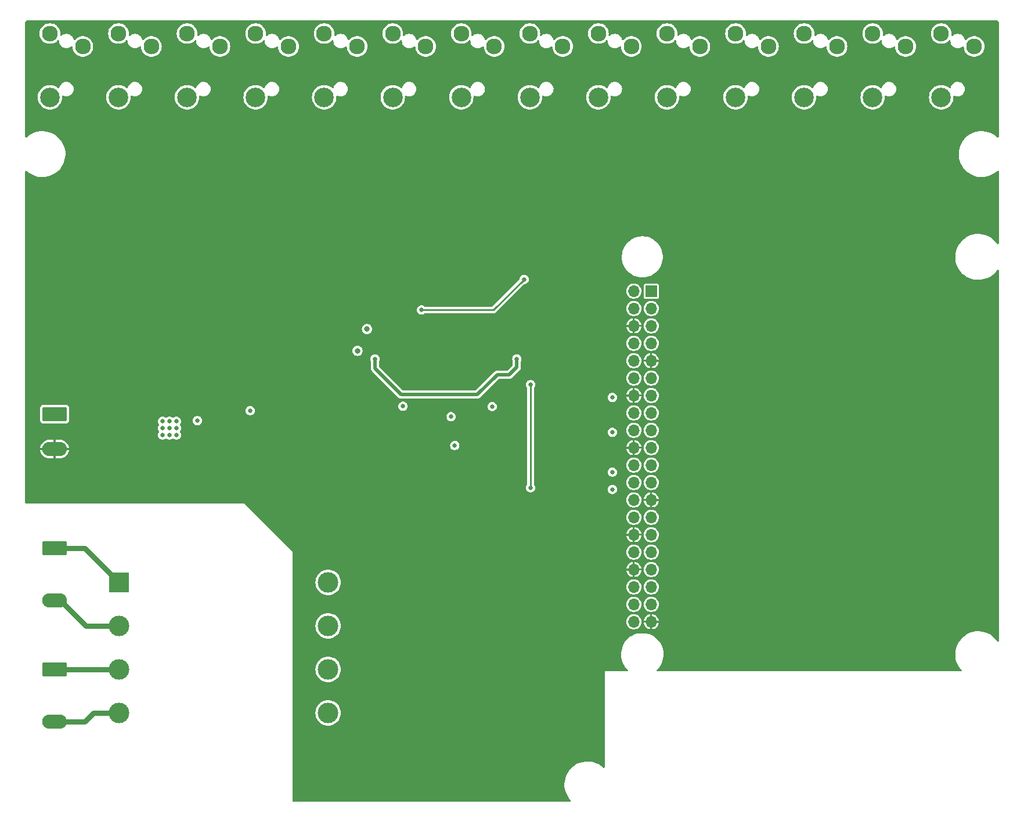
<source format=gbl>
%TF.GenerationSoftware,KiCad,Pcbnew,7.0.1*%
%TF.CreationDate,2023-09-05T22:58:42-07:00*%
%TF.ProjectId,Power_Meter_RPi_Hat_HW,506f7765-725f-44d6-9574-65725f525069,rev?*%
%TF.SameCoordinates,PX686d660PY8f0d180*%
%TF.FileFunction,Copper,L4,Bot*%
%TF.FilePolarity,Positive*%
%FSLAX46Y46*%
G04 Gerber Fmt 4.6, Leading zero omitted, Abs format (unit mm)*
G04 Created by KiCad (PCBNEW 7.0.1) date 2023-09-05 22:58:42*
%MOMM*%
%LPD*%
G01*
G04 APERTURE LIST*
G04 Aperture macros list*
%AMRoundRect*
0 Rectangle with rounded corners*
0 $1 Rounding radius*
0 $2 $3 $4 $5 $6 $7 $8 $9 X,Y pos of 4 corners*
0 Add a 4 corners polygon primitive as box body*
4,1,4,$2,$3,$4,$5,$6,$7,$8,$9,$2,$3,0*
0 Add four circle primitives for the rounded corners*
1,1,$1+$1,$2,$3*
1,1,$1+$1,$4,$5*
1,1,$1+$1,$6,$7*
1,1,$1+$1,$8,$9*
0 Add four rect primitives between the rounded corners*
20,1,$1+$1,$2,$3,$4,$5,0*
20,1,$1+$1,$4,$5,$6,$7,0*
20,1,$1+$1,$6,$7,$8,$9,0*
20,1,$1+$1,$8,$9,$2,$3,0*%
G04 Aperture macros list end*
%TA.AperFunction,ComponentPad*%
%ADD10C,2.300000*%
%TD*%
%TA.AperFunction,ComponentPad*%
%ADD11C,2.850000*%
%TD*%
%TA.AperFunction,ComponentPad*%
%ADD12O,3.600000X2.080000*%
%TD*%
%TA.AperFunction,ComponentPad*%
%ADD13RoundRect,0.249999X-1.550001X0.790001X-1.550001X-0.790001X1.550001X-0.790001X1.550001X0.790001X0*%
%TD*%
%TA.AperFunction,ComponentPad*%
%ADD14RoundRect,0.250001X-1.549999X0.799999X-1.549999X-0.799999X1.549999X-0.799999X1.549999X0.799999X0*%
%TD*%
%TA.AperFunction,ComponentPad*%
%ADD15O,3.600000X2.100000*%
%TD*%
%TA.AperFunction,ComponentPad*%
%ADD16R,1.700000X1.700000*%
%TD*%
%TA.AperFunction,ComponentPad*%
%ADD17O,1.700000X1.700000*%
%TD*%
%TA.AperFunction,ComponentPad*%
%ADD18R,3.000000X3.000000*%
%TD*%
%TA.AperFunction,ComponentPad*%
%ADD19C,3.000000*%
%TD*%
%TA.AperFunction,ViaPad*%
%ADD20C,0.650000*%
%TD*%
%TA.AperFunction,ViaPad*%
%ADD21C,0.800000*%
%TD*%
%TA.AperFunction,Conductor*%
%ADD22C,0.250000*%
%TD*%
%TA.AperFunction,Conductor*%
%ADD23C,0.500000*%
%TD*%
%TA.AperFunction,Conductor*%
%ADD24C,0.750000*%
%TD*%
G04 APERTURE END LIST*
D10*
%TO.P,J17,R*%
%TO.N,unconnected-(J17-PadR)*%
X8900000Y110700000D03*
%TO.P,J17,S*%
%TO.N,REF_2P5_BUF*%
X4100000Y112600000D03*
D11*
%TO.P,J17,T*%
%TO.N,/Connectors/I_SNS_IN_13*%
X4100000Y103300000D03*
%TD*%
D10*
%TO.P,J16,R*%
%TO.N,unconnected-(J16-PadR)*%
X18900000Y110700000D03*
%TO.P,J16,S*%
%TO.N,REF_2P5_BUF*%
X14100000Y112600000D03*
D11*
%TO.P,J16,T*%
%TO.N,/Connectors/I_SNS_IN_12*%
X14100000Y103300000D03*
%TD*%
D10*
%TO.P,J14,R*%
%TO.N,unconnected-(J14-PadR)*%
X28900000Y110700000D03*
%TO.P,J14,S*%
%TO.N,REF_2P5_BUF*%
X24100000Y112600000D03*
D11*
%TO.P,J14,T*%
%TO.N,/Connectors/I_SNS_IN_11*%
X24100000Y103300000D03*
%TD*%
D10*
%TO.P,J13,R*%
%TO.N,unconnected-(J13-PadR)*%
X38900000Y110700000D03*
%TO.P,J13,S*%
%TO.N,REF_2P5_BUF*%
X34100000Y112600000D03*
D11*
%TO.P,J13,T*%
%TO.N,/Connectors/I_SNS_IN_10*%
X34100000Y103300000D03*
%TD*%
D10*
%TO.P,J12,R*%
%TO.N,unconnected-(J12-PadR)*%
X48900000Y110700000D03*
%TO.P,J12,S*%
%TO.N,REF_2P5_BUF*%
X44100000Y112600000D03*
D11*
%TO.P,J12,T*%
%TO.N,/Connectors/I_SNS_IN_9*%
X44100000Y103300000D03*
%TD*%
D10*
%TO.P,J11,R*%
%TO.N,unconnected-(J11-PadR)*%
X58900000Y110700000D03*
%TO.P,J11,S*%
%TO.N,REF_2P5_BUF*%
X54100000Y112600000D03*
D11*
%TO.P,J11,T*%
%TO.N,/Connectors/I_SNS_IN_8*%
X54100000Y103300000D03*
%TD*%
D10*
%TO.P,J10,R*%
%TO.N,unconnected-(J10-PadR)*%
X68900000Y110700000D03*
%TO.P,J10,S*%
%TO.N,REF_2P5_BUF*%
X64100000Y112600000D03*
D11*
%TO.P,J10,T*%
%TO.N,/Connectors/I_SNS_IN_7*%
X64100000Y103300000D03*
%TD*%
D10*
%TO.P,J9,R*%
%TO.N,unconnected-(J9-PadR)*%
X78900000Y110700000D03*
%TO.P,J9,S*%
%TO.N,REF_2P5_BUF*%
X74100000Y112600000D03*
D11*
%TO.P,J9,T*%
%TO.N,/Connectors/I_SNS_IN_6*%
X74100000Y103300000D03*
%TD*%
D10*
%TO.P,J8,R*%
%TO.N,unconnected-(J8-PadR)*%
X88900000Y110700000D03*
%TO.P,J8,S*%
%TO.N,REF_2P5_BUF*%
X84100000Y112600000D03*
D11*
%TO.P,J8,T*%
%TO.N,/Connectors/I_SNS_IN_5*%
X84100000Y103300000D03*
%TD*%
D10*
%TO.P,J7,R*%
%TO.N,unconnected-(J7-PadR)*%
X98900000Y110700000D03*
%TO.P,J7,S*%
%TO.N,REF_2P5_BUF*%
X94100000Y112600000D03*
D11*
%TO.P,J7,T*%
%TO.N,/Connectors/I_SNS_IN_4*%
X94100000Y103300000D03*
%TD*%
D10*
%TO.P,J6,R*%
%TO.N,unconnected-(J6-PadR)*%
X108900000Y110700000D03*
%TO.P,J6,S*%
%TO.N,REF_2P5_BUF*%
X104100000Y112600000D03*
D11*
%TO.P,J6,T*%
%TO.N,/Connectors/I_SNS_IN_3*%
X104100000Y103300000D03*
%TD*%
D10*
%TO.P,J5,R*%
%TO.N,unconnected-(J5-PadR)*%
X118900000Y110700000D03*
%TO.P,J5,S*%
%TO.N,REF_2P5_BUF*%
X114100000Y112600000D03*
D11*
%TO.P,J5,T*%
%TO.N,/Connectors/I_SNS_IN_2*%
X114100000Y103300000D03*
%TD*%
D10*
%TO.P,J4,R*%
%TO.N,unconnected-(J4-PadR)*%
X128900000Y110700000D03*
%TO.P,J4,S*%
%TO.N,REF_2P5_BUF*%
X124100000Y112600000D03*
D11*
%TO.P,J4,T*%
%TO.N,/Connectors/I_SNS_IN_1*%
X124100000Y103300000D03*
%TD*%
D10*
%TO.P,J3,R*%
%TO.N,unconnected-(J3-PadR)*%
X138900000Y110700000D03*
%TO.P,J3,S*%
%TO.N,REF_2P5_BUF*%
X134100000Y112600000D03*
D11*
%TO.P,J3,T*%
%TO.N,/Connectors/I_SNS_IN_0*%
X134100000Y103300000D03*
%TD*%
D12*
%TO.P,J18,2,Pin_2*%
%TO.N,GND*%
X4777500Y51960000D03*
D13*
%TO.P,J18,1,Pin_1*%
%TO.N,/Connectors/V-5P0_EXT*%
X4777500Y57040000D03*
%TD*%
D14*
%TO.P,J2,1,Pin_1*%
%TO.N,/Connectors/MAINS_N2*%
X4777500Y19810000D03*
D15*
%TO.P,J2,2,Pin_2*%
%TO.N,/Connectors/MAINS_PH2*%
X4777500Y12190000D03*
%TD*%
D14*
%TO.P,J1,1,Pin_1*%
%TO.N,/Connectors/MAINS_PH1*%
X4777500Y37500000D03*
D15*
%TO.P,J1,2,Pin_2*%
%TO.N,/Connectors/MAINS_N1*%
X4777500Y29880000D03*
%TD*%
D16*
%TO.P,J15,1,3V3*%
%TO.N,+3V3*%
X91790000Y75000000D03*
D17*
%TO.P,J15,2,5V*%
%TO.N,+5V*%
X89250000Y75000000D03*
%TO.P,J15,3,SDA/GPIO2*%
%TO.N,unconnected-(J15-SDA{slash}GPIO2-Pad3)*%
X91790000Y72460000D03*
%TO.P,J15,4,5V*%
%TO.N,+5V*%
X89250000Y72460000D03*
%TO.P,J15,5,SCL/GPIO3*%
%TO.N,unconnected-(J15-SCL{slash}GPIO3-Pad5)*%
X91790000Y69920000D03*
%TO.P,J15,6,GND*%
%TO.N,GND*%
X89250000Y69920000D03*
%TO.P,J15,7,GCLK0/GPIO4*%
%TO.N,unconnected-(J15-GCLK0{slash}GPIO4-Pad7)*%
X91790000Y67380000D03*
%TO.P,J15,8,GPIO14/TXD*%
%TO.N,unconnected-(J15-GPIO14{slash}TXD-Pad8)*%
X89250000Y67380000D03*
%TO.P,J15,9,GND*%
%TO.N,GND*%
X91790000Y64840000D03*
%TO.P,J15,10,GPIO15/RXD*%
%TO.N,unconnected-(J15-GPIO15{slash}RXD-Pad10)*%
X89250000Y64840000D03*
%TO.P,J15,11,GPIO17*%
%TO.N,unconnected-(J15-GPIO17-Pad11)*%
X91790000Y62300000D03*
%TO.P,J15,12,GPIO18/PWM0*%
%TO.N,unconnected-(J15-GPIO18{slash}PWM0-Pad12)*%
X89250000Y62300000D03*
%TO.P,J15,13,GPIO27*%
%TO.N,unconnected-(J15-GPIO27-Pad13)*%
X91790000Y59760000D03*
%TO.P,J15,14,GND*%
%TO.N,GND*%
X89250000Y59760000D03*
%TO.P,J15,15,GPIO22*%
%TO.N,AMC_RESETB*%
X91790000Y57220000D03*
%TO.P,J15,16,GPIO23*%
%TO.N,AMC_DAVB*%
X89250000Y57220000D03*
%TO.P,J15,17,3V3*%
%TO.N,+3V3*%
X91790000Y54680000D03*
%TO.P,J15,18,GPIO24*%
%TO.N,AMC_CNVTB*%
X89250000Y54680000D03*
%TO.P,J15,19,MOSI0/GPIO10*%
%TO.N,SPI_MOSI*%
X91790000Y52140000D03*
%TO.P,J15,20,GND*%
%TO.N,GND*%
X89250000Y52140000D03*
%TO.P,J15,21,MISO0/GPIO9*%
%TO.N,SPI_MISO*%
X91790000Y49600000D03*
%TO.P,J15,22,GPIO25*%
%TO.N,AMC_ALARMB*%
X89250000Y49600000D03*
%TO.P,J15,23,SCLK0/GPIO11*%
%TO.N,SPI_SCLK*%
X91790000Y47060000D03*
%TO.P,J15,24,~{CE0}/GPIO8*%
%TO.N,AMC_CSB*%
X89250000Y47060000D03*
%TO.P,J15,25,GND*%
%TO.N,GND*%
X91790000Y44520000D03*
%TO.P,J15,26,~{CE1}/GPIO7*%
%TO.N,unconnected-(J15-~{CE1}{slash}GPIO7-Pad26)*%
X89250000Y44520000D03*
%TO.P,J15,27,ID_SD/GPIO0*%
%TO.N,unconnected-(J15-ID_SD{slash}GPIO0-Pad27)*%
X91790000Y41980000D03*
%TO.P,J15,28,ID_SC/GPIO1*%
%TO.N,unconnected-(J15-ID_SC{slash}GPIO1-Pad28)*%
X89250000Y41980000D03*
%TO.P,J15,29,GCLK1/GPIO5*%
%TO.N,unconnected-(J15-GCLK1{slash}GPIO5-Pad29)*%
X91790000Y39440000D03*
%TO.P,J15,30,GND*%
%TO.N,GND*%
X89250000Y39440000D03*
%TO.P,J15,31,GCLK2/GPIO6*%
%TO.N,unconnected-(J15-GCLK2{slash}GPIO6-Pad31)*%
X91790000Y36900000D03*
%TO.P,J15,32,PWM0/GPIO12*%
%TO.N,unconnected-(J15-PWM0{slash}GPIO12-Pad32)*%
X89250000Y36900000D03*
%TO.P,J15,33,PWM1/GPIO13*%
%TO.N,unconnected-(J15-PWM1{slash}GPIO13-Pad33)*%
X91790000Y34360000D03*
%TO.P,J15,34,GND*%
%TO.N,GND*%
X89250000Y34360000D03*
%TO.P,J15,35,GPIO19/MISO1*%
%TO.N,unconnected-(J15-GPIO19{slash}MISO1-Pad35)*%
X91790000Y31820000D03*
%TO.P,J15,36,GPIO16*%
%TO.N,unconnected-(J15-GPIO16-Pad36)*%
X89250000Y31820000D03*
%TO.P,J15,37,GPIO26*%
%TO.N,unconnected-(J15-GPIO26-Pad37)*%
X91790000Y29280000D03*
%TO.P,J15,38,GPIO20/MOSI1*%
%TO.N,unconnected-(J15-GPIO20{slash}MOSI1-Pad38)*%
X89250000Y29280000D03*
%TO.P,J15,39,GND*%
%TO.N,GND*%
X91790000Y26740000D03*
%TO.P,J15,40,GPIO21/SCLK1*%
%TO.N,unconnected-(J15-GPIO21{slash}SCLK1-Pad40)*%
X89250000Y26740000D03*
%TD*%
D18*
%TO.P,T1,1,1*%
%TO.N,/Connectors/MAINS_PH1*%
X14200000Y32500000D03*
D19*
%TO.P,T1,2,2*%
%TO.N,/Connectors/MAINS_N1*%
X14200000Y26150000D03*
%TO.P,T1,3,3*%
%TO.N,/Connectors/MAINS_N2*%
X14200000Y19800000D03*
%TO.P,T1,4,4*%
%TO.N,/Connectors/MAINS_PH2*%
X14200000Y13450000D03*
%TO.P,T1,5,5*%
%TO.N,/Connectors/V_SNS_PH1*%
X44680000Y32500000D03*
%TO.P,T1,6,6*%
%TO.N,REF_2P5_BUF*%
X44680000Y26150000D03*
%TO.P,T1,7,7*%
%TO.N,/Connectors/V_SNS_PH1*%
X44680000Y19800000D03*
%TO.P,T1,8,8*%
%TO.N,REF_2P5_BUF*%
X44680000Y13450000D03*
%TD*%
D20*
%TO.N,GND*%
X54900000Y64250000D03*
X131550000Y110950000D03*
X121650000Y111000000D03*
X111550000Y110950000D03*
X101400000Y110900000D03*
X91500000Y110950000D03*
X81600000Y110950000D03*
X71450000Y110950000D03*
X61450000Y110950000D03*
X51550000Y110900000D03*
X41500000Y110950000D03*
X31450000Y110900000D03*
X21450000Y110950000D03*
X11550000Y110900000D03*
X1950000Y111300000D03*
X83600000Y59300000D03*
X64450000Y56800000D03*
X87200000Y64850000D03*
X87200000Y67350000D03*
X68150000Y60050000D03*
X69350000Y61200000D03*
X55850000Y52700000D03*
X87300000Y46000000D03*
X87350000Y48050000D03*
X79150000Y50450000D03*
%TO.N,+3V3*%
X86130000Y59490000D03*
X86130000Y54400000D03*
X86130000Y46050000D03*
X86130000Y48580000D03*
%TO.N,V_SNS_PH2_FILT*%
X73250000Y76700000D03*
%TO.N,V_SNS_PH1_FILT*%
X74200000Y61350000D03*
X74200000Y46300000D03*
%TO.N,V_SNS_PH2_FILT*%
X58300000Y72250000D03*
%TO.N,+3V3*%
X68600000Y58150000D03*
%TO.N,+5V*%
X33300000Y57550000D03*
D21*
X48950000Y66300000D03*
X50350000Y69450000D03*
D20*
%TO.N,/Inputs and ADC/V-5P0_DAC*%
X51500000Y65100000D03*
%TO.N,+5V*%
X25600000Y56100000D03*
%TO.N,GND*%
X52080000Y76620000D03*
X56580000Y76620000D03*
X55080000Y76620000D03*
X58080000Y76620000D03*
X53580000Y76620000D03*
X61080000Y76620000D03*
X59580000Y76620000D03*
X62580000Y76620000D03*
X73250000Y71350000D03*
X73250000Y74150000D03*
X71980000Y76620000D03*
X70480000Y76620000D03*
X68980000Y76620000D03*
X67480000Y76620000D03*
X65980000Y76620000D03*
X64480000Y76620000D03*
X54050000Y67850000D03*
X56650000Y61900000D03*
%TO.N,+3V3*%
X55600000Y58200000D03*
%TO.N,GND*%
X61100000Y54800000D03*
%TO.N,+5V*%
X63150000Y52470000D03*
%TO.N,GND*%
X62300000Y61500000D03*
X61650000Y56600000D03*
%TO.N,+3V3*%
X62580000Y56670000D03*
%TO.N,GND*%
X61900000Y54950000D03*
%TO.N,/Inputs and ADC/V-5P0_DAC*%
X72200000Y65100000D03*
%TO.N,GND*%
X70450000Y64250000D03*
X55750000Y67950000D03*
X56650000Y67050000D03*
X56800000Y70900000D03*
X55450000Y71100000D03*
X56300000Y64250000D03*
X71700000Y71900000D03*
X70400000Y69850000D03*
X66650000Y62750000D03*
X65100000Y62750000D03*
X63550000Y62750000D03*
X62000000Y62750000D03*
X60450000Y62750000D03*
X66650000Y64300000D03*
X65100000Y64300000D03*
X63550000Y64300000D03*
X62000000Y64300000D03*
X60450000Y64300000D03*
X66650000Y65850000D03*
X65100000Y65850000D03*
X63550000Y65850000D03*
X62000000Y65850000D03*
X60450000Y65850000D03*
X66650000Y67400000D03*
X65100000Y67400000D03*
X63550000Y67400000D03*
X62000000Y67400000D03*
X60450000Y67400000D03*
X66650000Y68950000D03*
X65100000Y68950000D03*
X63550000Y68950000D03*
X62000000Y68950000D03*
X60450000Y68950000D03*
X33400000Y59700000D03*
X31600000Y56750000D03*
X29950000Y54200000D03*
X111200000Y95450000D03*
X111000000Y97400000D03*
X101250000Y95450000D03*
X100800000Y97400000D03*
X91250000Y95500000D03*
X90850000Y97400000D03*
X81200000Y95550000D03*
X80950000Y97400000D03*
X71300000Y95550000D03*
X71000000Y97400000D03*
X61300000Y95500000D03*
X60850000Y97400000D03*
X51300000Y95500000D03*
X50950000Y97400000D03*
X41300000Y95500000D03*
X40800000Y97400000D03*
X31300000Y95550000D03*
X30900000Y97400000D03*
X21300000Y95500000D03*
X20950000Y97400000D03*
X11000000Y97400000D03*
X11200000Y95450000D03*
X7550000Y99050000D03*
X54250000Y22350000D03*
X60400000Y29650000D03*
X54250000Y23800000D03*
%TO.N,+5V*%
X22550000Y54000000D03*
X21550000Y54000000D03*
X20550000Y54000000D03*
X22550000Y55000000D03*
X21550000Y55000000D03*
X20550000Y55000000D03*
X22550000Y56000000D03*
X21550000Y56000000D03*
X20550000Y56000000D03*
%TO.N,GND*%
X19250000Y61000000D03*
X20150000Y61000000D03*
X21750000Y61000000D03*
X22650000Y61000000D03*
X22550000Y49000000D03*
X21650000Y49000000D03*
X20050000Y49000000D03*
X19150000Y49000000D03*
X14150000Y48000000D03*
X14150000Y51300000D03*
X13850000Y48800000D03*
X14050000Y49650000D03*
X121300000Y95650000D03*
X121000000Y97400000D03*
X131300000Y95650000D03*
X131000000Y97400000D03*
%TD*%
D22*
%TO.N,V_SNS_PH2_FILT*%
X58300000Y72250000D02*
X68800000Y72250000D01*
X68800000Y72250000D02*
X73250000Y76700000D01*
D23*
%TO.N,/Inputs and ADC/V-5P0_DAC*%
X72200000Y63900000D02*
X72200000Y65100000D01*
X71100000Y62800000D02*
X72200000Y63900000D01*
X69350000Y62800000D02*
X71100000Y62800000D01*
X55350000Y59900000D02*
X66450000Y59900000D01*
X51500000Y63750000D02*
X55350000Y59900000D01*
X66450000Y59900000D02*
X69350000Y62800000D01*
X51500000Y65100000D02*
X51500000Y63750000D01*
D24*
%TO.N,/Connectors/MAINS_PH1*%
X9200000Y37500000D02*
X14200000Y32500000D01*
X4777500Y37500000D02*
X9200000Y37500000D01*
%TO.N,/Connectors/MAINS_N1*%
X9350000Y26150000D02*
X14200000Y26150000D01*
X5620000Y29880000D02*
X9350000Y26150000D01*
X4777500Y29880000D02*
X5620000Y29880000D01*
%TO.N,/Connectors/MAINS_PH2*%
X9190000Y12190000D02*
X4777500Y12190000D01*
X10450000Y13450000D02*
X9190000Y12190000D01*
X14200000Y13450000D02*
X10450000Y13450000D01*
%TO.N,/Connectors/MAINS_N2*%
X4787500Y19800000D02*
X14200000Y19800000D01*
X4777500Y19810000D02*
X4787500Y19800000D01*
D22*
%TO.N,V_SNS_PH1_FILT*%
X74200000Y61350000D02*
X74200000Y46300000D01*
%TD*%
%TA.AperFunction,Conductor*%
%TO.N,GND*%
G36*
X94000000Y25000000D02*
G01*
X87000000Y25000000D01*
X87000000Y26740000D01*
X88144785Y26740000D01*
X88163602Y26536917D01*
X88219418Y26340749D01*
X88310324Y26158182D01*
X88433236Y25995420D01*
X88583958Y25858019D01*
X88757361Y25750653D01*
X88757363Y25750652D01*
X88947544Y25676976D01*
X89148024Y25639500D01*
X89351974Y25639500D01*
X89351976Y25639500D01*
X89552456Y25676976D01*
X89742637Y25750652D01*
X89916041Y25858019D01*
X90066764Y25995421D01*
X90189673Y26158179D01*
X90189673Y26158181D01*
X90189675Y26158182D01*
X90235313Y26249839D01*
X90280582Y26340750D01*
X90336397Y26536917D01*
X90343632Y26615000D01*
X90696870Y26615000D01*
X90704096Y26537008D01*
X90759885Y26340932D01*
X90850751Y26158447D01*
X90973607Y25995759D01*
X91124259Y25858422D01*
X91297588Y25751101D01*
X91487679Y25677460D01*
X91665000Y25644313D01*
X91665000Y26615000D01*
X91915000Y26615000D01*
X91915000Y25644313D01*
X92092320Y25677460D01*
X92282411Y25751101D01*
X92455740Y25858422D01*
X92606392Y25995759D01*
X92729248Y26158447D01*
X92820114Y26340932D01*
X92875903Y26537008D01*
X92883130Y26615000D01*
X91915000Y26615000D01*
X91665000Y26615000D01*
X90696870Y26615000D01*
X90343632Y26615000D01*
X90355215Y26740000D01*
X90343632Y26865001D01*
X90696869Y26865001D01*
X90696870Y26865000D01*
X91665000Y26865000D01*
X91665000Y27835688D01*
X91914999Y27835688D01*
X91915000Y27835687D01*
X91915000Y26865000D01*
X92883130Y26865000D01*
X92883130Y26865001D01*
X92875903Y26942993D01*
X92820114Y27139069D01*
X92729248Y27321554D01*
X92606392Y27484242D01*
X92455740Y27621579D01*
X92282411Y27728900D01*
X92092320Y27802541D01*
X91914999Y27835688D01*
X91665000Y27835688D01*
X91487679Y27802541D01*
X91297588Y27728900D01*
X91124259Y27621579D01*
X90973607Y27484242D01*
X90850751Y27321554D01*
X90759885Y27139069D01*
X90704096Y26942993D01*
X90696869Y26865001D01*
X90343632Y26865001D01*
X90336397Y26943083D01*
X90280582Y27139250D01*
X90280209Y27139999D01*
X90189675Y27321819D01*
X90066763Y27484581D01*
X89916041Y27621982D01*
X89742638Y27729348D01*
X89552457Y27803024D01*
X89485629Y27815517D01*
X89351976Y27840500D01*
X89148024Y27840500D01*
X89047783Y27821762D01*
X88947542Y27803024D01*
X88757361Y27729348D01*
X88583958Y27621982D01*
X88433236Y27484581D01*
X88310324Y27321819D01*
X88219418Y27139252D01*
X88163602Y26943084D01*
X88144785Y26740000D01*
X87000000Y26740000D01*
X87000000Y29280001D01*
X88144785Y29280001D01*
X88163602Y29076917D01*
X88219418Y28880749D01*
X88310324Y28698182D01*
X88433236Y28535420D01*
X88583958Y28398019D01*
X88757361Y28290653D01*
X88757363Y28290652D01*
X88947544Y28216976D01*
X89148024Y28179500D01*
X89351974Y28179500D01*
X89351976Y28179500D01*
X89552456Y28216976D01*
X89742637Y28290652D01*
X89916041Y28398019D01*
X90066764Y28535421D01*
X90189673Y28698179D01*
X90189673Y28698181D01*
X90189675Y28698182D01*
X90235313Y28789839D01*
X90280582Y28880750D01*
X90336397Y29076917D01*
X90355215Y29280000D01*
X90355215Y29280001D01*
X90684785Y29280001D01*
X90703602Y29076917D01*
X90759418Y28880749D01*
X90850324Y28698182D01*
X90973236Y28535420D01*
X91123958Y28398019D01*
X91297361Y28290653D01*
X91297363Y28290652D01*
X91487544Y28216976D01*
X91688024Y28179500D01*
X91891974Y28179500D01*
X91891976Y28179500D01*
X92092456Y28216976D01*
X92282637Y28290652D01*
X92456041Y28398019D01*
X92606764Y28535421D01*
X92729673Y28698179D01*
X92729673Y28698181D01*
X92729675Y28698182D01*
X92775313Y28789839D01*
X92820582Y28880750D01*
X92876397Y29076917D01*
X92895215Y29280000D01*
X92876397Y29483083D01*
X92820582Y29679250D01*
X92820209Y29679999D01*
X92729675Y29861819D01*
X92606763Y30024581D01*
X92456041Y30161982D01*
X92282638Y30269348D01*
X92092457Y30343024D01*
X92025629Y30355516D01*
X91891976Y30380500D01*
X91688024Y30380500D01*
X91587783Y30361762D01*
X91487542Y30343024D01*
X91297361Y30269348D01*
X91123958Y30161982D01*
X90973236Y30024581D01*
X90850324Y29861819D01*
X90759418Y29679252D01*
X90703602Y29483084D01*
X90684785Y29280001D01*
X90355215Y29280001D01*
X90336397Y29483083D01*
X90280582Y29679250D01*
X90280209Y29679999D01*
X90189675Y29861819D01*
X90066763Y30024581D01*
X89916041Y30161982D01*
X89742638Y30269348D01*
X89552457Y30343024D01*
X89485629Y30355516D01*
X89351976Y30380500D01*
X89148024Y30380500D01*
X89047783Y30361762D01*
X88947542Y30343024D01*
X88757361Y30269348D01*
X88583958Y30161982D01*
X88433236Y30024581D01*
X88310324Y29861819D01*
X88219418Y29679252D01*
X88163602Y29483084D01*
X88144785Y29280001D01*
X87000000Y29280001D01*
X87000000Y31820001D01*
X88144785Y31820001D01*
X88163602Y31616917D01*
X88219418Y31420749D01*
X88310324Y31238182D01*
X88433236Y31075420D01*
X88583958Y30938019D01*
X88757361Y30830653D01*
X88757363Y30830652D01*
X88947544Y30756976D01*
X89148024Y30719500D01*
X89351974Y30719500D01*
X89351976Y30719500D01*
X89552456Y30756976D01*
X89742637Y30830652D01*
X89916041Y30938019D01*
X90066764Y31075421D01*
X90189673Y31238179D01*
X90189673Y31238181D01*
X90189675Y31238182D01*
X90235313Y31329839D01*
X90280582Y31420750D01*
X90336397Y31616917D01*
X90355215Y31820000D01*
X90355215Y31820001D01*
X90684785Y31820001D01*
X90703602Y31616917D01*
X90759418Y31420749D01*
X90850324Y31238182D01*
X90973236Y31075420D01*
X91123958Y30938019D01*
X91297361Y30830653D01*
X91297363Y30830652D01*
X91487544Y30756976D01*
X91688024Y30719500D01*
X91891974Y30719500D01*
X91891976Y30719500D01*
X92092456Y30756976D01*
X92282637Y30830652D01*
X92456041Y30938019D01*
X92606764Y31075421D01*
X92729673Y31238179D01*
X92729673Y31238181D01*
X92729675Y31238182D01*
X92775313Y31329839D01*
X92820582Y31420750D01*
X92876397Y31616917D01*
X92895215Y31820000D01*
X92876397Y32023083D01*
X92820582Y32219250D01*
X92820209Y32219999D01*
X92729675Y32401819D01*
X92606763Y32564581D01*
X92456041Y32701982D01*
X92282638Y32809348D01*
X92092457Y32883024D01*
X92025629Y32895516D01*
X91891976Y32920500D01*
X91688024Y32920500D01*
X91587783Y32901762D01*
X91487542Y32883024D01*
X91297361Y32809348D01*
X91123958Y32701982D01*
X90973236Y32564581D01*
X90850324Y32401819D01*
X90759418Y32219252D01*
X90703602Y32023084D01*
X90684785Y31820001D01*
X90355215Y31820001D01*
X90336397Y32023083D01*
X90280582Y32219250D01*
X90280209Y32219999D01*
X90189675Y32401819D01*
X90066763Y32564581D01*
X89916041Y32701982D01*
X89742638Y32809348D01*
X89552457Y32883024D01*
X89485629Y32895516D01*
X89351976Y32920500D01*
X89148024Y32920500D01*
X89047783Y32901762D01*
X88947542Y32883024D01*
X88757361Y32809348D01*
X88583958Y32701982D01*
X88433236Y32564581D01*
X88310324Y32401819D01*
X88219418Y32219252D01*
X88163602Y32023084D01*
X88144785Y31820001D01*
X87000000Y31820001D01*
X87000000Y34235000D01*
X88156870Y34235000D01*
X88164096Y34157008D01*
X88219885Y33960932D01*
X88310751Y33778447D01*
X88433607Y33615759D01*
X88584259Y33478422D01*
X88757588Y33371101D01*
X88947679Y33297460D01*
X89125000Y33264313D01*
X89125000Y34235000D01*
X89375000Y34235000D01*
X89375000Y33264313D01*
X89552320Y33297460D01*
X89742411Y33371101D01*
X89915740Y33478422D01*
X90066392Y33615759D01*
X90189248Y33778447D01*
X90280114Y33960932D01*
X90335903Y34157008D01*
X90343130Y34235000D01*
X89375000Y34235000D01*
X89125000Y34235000D01*
X88156870Y34235000D01*
X87000000Y34235000D01*
X87000000Y34360000D01*
X90684785Y34360000D01*
X90703602Y34156917D01*
X90759418Y33960749D01*
X90850324Y33778182D01*
X90973236Y33615420D01*
X91123958Y33478019D01*
X91297361Y33370653D01*
X91297363Y33370652D01*
X91487544Y33296976D01*
X91688024Y33259500D01*
X91891974Y33259500D01*
X91891976Y33259500D01*
X92092456Y33296976D01*
X92282637Y33370652D01*
X92456041Y33478019D01*
X92606764Y33615421D01*
X92729673Y33778179D01*
X92729673Y33778181D01*
X92729675Y33778182D01*
X92775313Y33869839D01*
X92820582Y33960750D01*
X92876397Y34156917D01*
X92895215Y34360000D01*
X92876397Y34563083D01*
X92820582Y34759250D01*
X92820209Y34759999D01*
X92729675Y34941819D01*
X92606763Y35104581D01*
X92456041Y35241982D01*
X92282638Y35349348D01*
X92092457Y35423024D01*
X92025629Y35435516D01*
X91891976Y35460500D01*
X91688024Y35460500D01*
X91587784Y35441763D01*
X91487542Y35423024D01*
X91297361Y35349348D01*
X91123958Y35241982D01*
X90973236Y35104581D01*
X90850324Y34941819D01*
X90759418Y34759252D01*
X90703602Y34563084D01*
X90684785Y34360000D01*
X87000000Y34360000D01*
X87000000Y34485001D01*
X88156869Y34485001D01*
X88156870Y34485000D01*
X89125000Y34485000D01*
X89125000Y35455688D01*
X89374999Y35455688D01*
X89375000Y35455687D01*
X89375000Y34485000D01*
X90343130Y34485000D01*
X90343130Y34485001D01*
X90335903Y34562993D01*
X90280114Y34759069D01*
X90189248Y34941554D01*
X90066392Y35104242D01*
X89915740Y35241579D01*
X89742411Y35348900D01*
X89552320Y35422541D01*
X89374999Y35455688D01*
X89125000Y35455688D01*
X88947679Y35422541D01*
X88757588Y35348900D01*
X88584259Y35241579D01*
X88433607Y35104242D01*
X88310751Y34941554D01*
X88219885Y34759069D01*
X88164096Y34562993D01*
X88156869Y34485001D01*
X87000000Y34485001D01*
X87000000Y36900000D01*
X88144785Y36900000D01*
X88163602Y36696917D01*
X88219418Y36500749D01*
X88310324Y36318182D01*
X88433236Y36155420D01*
X88583958Y36018019D01*
X88757361Y35910653D01*
X88757363Y35910652D01*
X88947544Y35836976D01*
X89148024Y35799500D01*
X89351974Y35799500D01*
X89351976Y35799500D01*
X89552456Y35836976D01*
X89742637Y35910652D01*
X89916041Y36018019D01*
X90066764Y36155421D01*
X90189673Y36318179D01*
X90189673Y36318181D01*
X90189675Y36318182D01*
X90235313Y36409839D01*
X90280582Y36500750D01*
X90336397Y36696917D01*
X90355215Y36900000D01*
X90684785Y36900000D01*
X90703602Y36696917D01*
X90759418Y36500749D01*
X90850324Y36318182D01*
X90973236Y36155420D01*
X91123958Y36018019D01*
X91297361Y35910653D01*
X91297363Y35910652D01*
X91487544Y35836976D01*
X91688024Y35799500D01*
X91891974Y35799500D01*
X91891976Y35799500D01*
X92092456Y35836976D01*
X92282637Y35910652D01*
X92456041Y36018019D01*
X92606764Y36155421D01*
X92729673Y36318179D01*
X92729673Y36318181D01*
X92729675Y36318182D01*
X92775313Y36409839D01*
X92820582Y36500750D01*
X92876397Y36696917D01*
X92895215Y36900000D01*
X92876397Y37103083D01*
X92820582Y37299250D01*
X92820209Y37299999D01*
X92729675Y37481819D01*
X92606763Y37644581D01*
X92456041Y37781982D01*
X92282638Y37889348D01*
X92092457Y37963024D01*
X92025629Y37975516D01*
X91891976Y38000500D01*
X91688024Y38000500D01*
X91587783Y37981762D01*
X91487542Y37963024D01*
X91297361Y37889348D01*
X91123958Y37781982D01*
X90973236Y37644581D01*
X90850324Y37481819D01*
X90759418Y37299252D01*
X90703602Y37103084D01*
X90684785Y36900000D01*
X90355215Y36900000D01*
X90336397Y37103083D01*
X90280582Y37299250D01*
X90280209Y37299999D01*
X90189675Y37481819D01*
X90066763Y37644581D01*
X89916041Y37781982D01*
X89742638Y37889348D01*
X89552457Y37963024D01*
X89485629Y37975516D01*
X89351976Y38000500D01*
X89148024Y38000500D01*
X89047783Y37981762D01*
X88947542Y37963024D01*
X88757361Y37889348D01*
X88583958Y37781982D01*
X88433236Y37644581D01*
X88310324Y37481819D01*
X88219418Y37299252D01*
X88163602Y37103084D01*
X88144785Y36900000D01*
X87000000Y36900000D01*
X87000000Y39315000D01*
X88156870Y39315000D01*
X88164096Y39237008D01*
X88219885Y39040932D01*
X88310751Y38858447D01*
X88433607Y38695759D01*
X88584259Y38558422D01*
X88757588Y38451101D01*
X88947679Y38377460D01*
X89125000Y38344313D01*
X89125000Y39315000D01*
X89375000Y39315000D01*
X89375000Y38344313D01*
X89552320Y38377460D01*
X89742411Y38451101D01*
X89915740Y38558422D01*
X90066392Y38695759D01*
X90189248Y38858447D01*
X90280114Y39040932D01*
X90335903Y39237008D01*
X90343130Y39315000D01*
X89375000Y39315000D01*
X89125000Y39315000D01*
X88156870Y39315000D01*
X87000000Y39315000D01*
X87000000Y39440000D01*
X90684785Y39440000D01*
X90703602Y39236917D01*
X90759418Y39040749D01*
X90850324Y38858182D01*
X90973236Y38695420D01*
X91123958Y38558019D01*
X91297361Y38450653D01*
X91297363Y38450652D01*
X91487544Y38376976D01*
X91688024Y38339500D01*
X91891974Y38339500D01*
X91891976Y38339500D01*
X92092456Y38376976D01*
X92282637Y38450652D01*
X92456041Y38558019D01*
X92606764Y38695421D01*
X92729673Y38858179D01*
X92729673Y38858181D01*
X92729675Y38858182D01*
X92775313Y38949839D01*
X92820582Y39040750D01*
X92876397Y39236917D01*
X92895215Y39440000D01*
X92876397Y39643083D01*
X92820582Y39839250D01*
X92820209Y39839999D01*
X92729675Y40021819D01*
X92606763Y40184581D01*
X92456041Y40321982D01*
X92282638Y40429348D01*
X92092457Y40503024D01*
X92025629Y40515517D01*
X91891976Y40540500D01*
X91688024Y40540500D01*
X91587784Y40521763D01*
X91487542Y40503024D01*
X91297361Y40429348D01*
X91123958Y40321982D01*
X90973236Y40184581D01*
X90850324Y40021819D01*
X90759418Y39839252D01*
X90703602Y39643084D01*
X90684785Y39440000D01*
X87000000Y39440000D01*
X87000000Y39565001D01*
X88156869Y39565001D01*
X88156870Y39565000D01*
X89125000Y39565000D01*
X89125000Y40535688D01*
X89374999Y40535688D01*
X89375000Y40535687D01*
X89375000Y39565000D01*
X90343130Y39565000D01*
X90343130Y39565001D01*
X90335903Y39642993D01*
X90280114Y39839069D01*
X90189248Y40021554D01*
X90066392Y40184242D01*
X89915740Y40321579D01*
X89742411Y40428900D01*
X89552320Y40502541D01*
X89374999Y40535688D01*
X89125000Y40535688D01*
X88947679Y40502541D01*
X88757588Y40428900D01*
X88584259Y40321579D01*
X88433607Y40184242D01*
X88310751Y40021554D01*
X88219885Y39839069D01*
X88164096Y39642993D01*
X88156869Y39565001D01*
X87000000Y39565001D01*
X87000000Y41980001D01*
X88144785Y41980001D01*
X88163602Y41776917D01*
X88219418Y41580749D01*
X88310324Y41398182D01*
X88433236Y41235420D01*
X88583958Y41098019D01*
X88757361Y40990653D01*
X88757363Y40990652D01*
X88947544Y40916976D01*
X89148024Y40879500D01*
X89351974Y40879500D01*
X89351976Y40879500D01*
X89552456Y40916976D01*
X89742637Y40990652D01*
X89916041Y41098019D01*
X90066764Y41235421D01*
X90189673Y41398179D01*
X90189673Y41398181D01*
X90189675Y41398182D01*
X90235313Y41489839D01*
X90280582Y41580750D01*
X90336397Y41776917D01*
X90355215Y41980000D01*
X90355215Y41980001D01*
X90684785Y41980001D01*
X90703602Y41776917D01*
X90759418Y41580749D01*
X90850324Y41398182D01*
X90973236Y41235420D01*
X91123958Y41098019D01*
X91297361Y40990653D01*
X91297363Y40990652D01*
X91487544Y40916976D01*
X91688024Y40879500D01*
X91891974Y40879500D01*
X91891976Y40879500D01*
X92092456Y40916976D01*
X92282637Y40990652D01*
X92456041Y41098019D01*
X92606764Y41235421D01*
X92729673Y41398179D01*
X92729673Y41398181D01*
X92729675Y41398182D01*
X92775313Y41489839D01*
X92820582Y41580750D01*
X92876397Y41776917D01*
X92895215Y41980000D01*
X92876397Y42183083D01*
X92820582Y42379250D01*
X92820209Y42379999D01*
X92729675Y42561819D01*
X92606763Y42724581D01*
X92456041Y42861982D01*
X92282638Y42969348D01*
X92092457Y43043024D01*
X92025629Y43055516D01*
X91891976Y43080500D01*
X91688024Y43080500D01*
X91587784Y43061763D01*
X91487542Y43043024D01*
X91297361Y42969348D01*
X91123958Y42861982D01*
X90973236Y42724581D01*
X90850324Y42561819D01*
X90759418Y42379252D01*
X90703602Y42183084D01*
X90684785Y41980001D01*
X90355215Y41980001D01*
X90336397Y42183083D01*
X90280582Y42379250D01*
X90280209Y42379999D01*
X90189675Y42561819D01*
X90066763Y42724581D01*
X89916041Y42861982D01*
X89742638Y42969348D01*
X89552457Y43043024D01*
X89485629Y43055516D01*
X89351976Y43080500D01*
X89148024Y43080500D01*
X89047784Y43061763D01*
X88947542Y43043024D01*
X88757361Y42969348D01*
X88583958Y42861982D01*
X88433236Y42724581D01*
X88310324Y42561819D01*
X88219418Y42379252D01*
X88163602Y42183084D01*
X88144785Y41980001D01*
X87000000Y41980001D01*
X87000000Y44520000D01*
X88144785Y44520000D01*
X88163602Y44316917D01*
X88219418Y44120749D01*
X88310324Y43938182D01*
X88433236Y43775420D01*
X88583958Y43638019D01*
X88757361Y43530653D01*
X88757363Y43530652D01*
X88947544Y43456976D01*
X89148024Y43419500D01*
X89351974Y43419500D01*
X89351976Y43419500D01*
X89552456Y43456976D01*
X89742637Y43530652D01*
X89916041Y43638019D01*
X90066764Y43775421D01*
X90189673Y43938179D01*
X90189673Y43938181D01*
X90189675Y43938182D01*
X90235313Y44029839D01*
X90280582Y44120750D01*
X90336397Y44316917D01*
X90343632Y44395000D01*
X90696870Y44395000D01*
X90704096Y44317008D01*
X90759885Y44120932D01*
X90850751Y43938447D01*
X90973607Y43775759D01*
X91124259Y43638422D01*
X91297588Y43531101D01*
X91487679Y43457460D01*
X91665000Y43424313D01*
X91665000Y44395000D01*
X91915000Y44395000D01*
X91915000Y43424313D01*
X92092320Y43457460D01*
X92282411Y43531101D01*
X92455740Y43638422D01*
X92606392Y43775759D01*
X92729248Y43938447D01*
X92820114Y44120932D01*
X92875903Y44317008D01*
X92883130Y44395000D01*
X91915000Y44395000D01*
X91665000Y44395000D01*
X90696870Y44395000D01*
X90343632Y44395000D01*
X90355215Y44520000D01*
X90343632Y44645001D01*
X90696869Y44645001D01*
X90696870Y44645000D01*
X91665000Y44645000D01*
X91665000Y45615688D01*
X91914999Y45615688D01*
X91915000Y45615687D01*
X91915000Y44645000D01*
X92883130Y44645000D01*
X92883130Y44645001D01*
X92875903Y44722993D01*
X92820114Y44919069D01*
X92729248Y45101554D01*
X92606392Y45264242D01*
X92455740Y45401579D01*
X92282411Y45508900D01*
X92092320Y45582541D01*
X91914999Y45615688D01*
X91665000Y45615688D01*
X91487679Y45582541D01*
X91297588Y45508900D01*
X91124259Y45401579D01*
X90973607Y45264242D01*
X90850751Y45101554D01*
X90759885Y44919069D01*
X90704096Y44722993D01*
X90696869Y44645001D01*
X90343632Y44645001D01*
X90336397Y44723083D01*
X90280582Y44919250D01*
X90280209Y44919999D01*
X90189675Y45101819D01*
X90066763Y45264581D01*
X89916041Y45401982D01*
X89742638Y45509348D01*
X89552457Y45583024D01*
X89485629Y45595516D01*
X89351976Y45620500D01*
X89148024Y45620500D01*
X89047784Y45601763D01*
X88947542Y45583024D01*
X88757361Y45509348D01*
X88583958Y45401982D01*
X88433236Y45264581D01*
X88310324Y45101819D01*
X88219418Y44919252D01*
X88163602Y44723084D01*
X88144785Y44520000D01*
X87000000Y44520000D01*
X87000000Y47060000D01*
X88144785Y47060000D01*
X88163602Y46856917D01*
X88219418Y46660749D01*
X88310324Y46478182D01*
X88433236Y46315420D01*
X88583958Y46178019D01*
X88757361Y46070653D01*
X88757363Y46070652D01*
X88947544Y45996976D01*
X89148024Y45959500D01*
X89351974Y45959500D01*
X89351976Y45959500D01*
X89552456Y45996976D01*
X89742637Y46070652D01*
X89916041Y46178019D01*
X90066764Y46315421D01*
X90189673Y46478179D01*
X90189673Y46478181D01*
X90189675Y46478182D01*
X90235313Y46569839D01*
X90280582Y46660750D01*
X90336397Y46856917D01*
X90355215Y47060000D01*
X90684785Y47060000D01*
X90703602Y46856917D01*
X90759418Y46660749D01*
X90850324Y46478182D01*
X90973236Y46315420D01*
X91123958Y46178019D01*
X91297361Y46070653D01*
X91297363Y46070652D01*
X91487544Y45996976D01*
X91688024Y45959500D01*
X91891974Y45959500D01*
X91891976Y45959500D01*
X92092456Y45996976D01*
X92282637Y46070652D01*
X92456041Y46178019D01*
X92606764Y46315421D01*
X92729673Y46478179D01*
X92729673Y46478181D01*
X92729675Y46478182D01*
X92775313Y46569839D01*
X92820582Y46660750D01*
X92876397Y46856917D01*
X92895215Y47060000D01*
X92876397Y47263083D01*
X92820582Y47459250D01*
X92820209Y47459999D01*
X92729675Y47641819D01*
X92606763Y47804581D01*
X92456041Y47941982D01*
X92282638Y48049348D01*
X92092457Y48123024D01*
X92025629Y48135517D01*
X91891976Y48160500D01*
X91688024Y48160500D01*
X91587783Y48141762D01*
X91487542Y48123024D01*
X91297361Y48049348D01*
X91123958Y47941982D01*
X90973236Y47804581D01*
X90850324Y47641819D01*
X90759418Y47459252D01*
X90703602Y47263084D01*
X90684785Y47060000D01*
X90355215Y47060000D01*
X90336397Y47263083D01*
X90280582Y47459250D01*
X90280209Y47459999D01*
X90189675Y47641819D01*
X90066763Y47804581D01*
X89916041Y47941982D01*
X89742638Y48049348D01*
X89552457Y48123024D01*
X89485629Y48135517D01*
X89351976Y48160500D01*
X89148024Y48160500D01*
X89047783Y48141762D01*
X88947542Y48123024D01*
X88757361Y48049348D01*
X88583958Y47941982D01*
X88433236Y47804581D01*
X88310324Y47641819D01*
X88219418Y47459252D01*
X88163602Y47263084D01*
X88144785Y47060000D01*
X87000000Y47060000D01*
X87000000Y49600001D01*
X88144785Y49600001D01*
X88163602Y49396917D01*
X88219418Y49200749D01*
X88310324Y49018182D01*
X88433236Y48855420D01*
X88583958Y48718019D01*
X88757361Y48610653D01*
X88757363Y48610652D01*
X88947544Y48536976D01*
X89148024Y48499500D01*
X89351974Y48499500D01*
X89351976Y48499500D01*
X89552456Y48536976D01*
X89742637Y48610652D01*
X89916041Y48718019D01*
X90066764Y48855421D01*
X90189673Y49018179D01*
X90189673Y49018181D01*
X90189675Y49018182D01*
X90235313Y49109839D01*
X90280582Y49200750D01*
X90336397Y49396917D01*
X90355215Y49600000D01*
X90355215Y49600001D01*
X90684785Y49600001D01*
X90703602Y49396917D01*
X90759418Y49200749D01*
X90850324Y49018182D01*
X90973236Y48855420D01*
X91123958Y48718019D01*
X91297361Y48610653D01*
X91297363Y48610652D01*
X91487544Y48536976D01*
X91688024Y48499500D01*
X91891974Y48499500D01*
X91891976Y48499500D01*
X92092456Y48536976D01*
X92282637Y48610652D01*
X92456041Y48718019D01*
X92606764Y48855421D01*
X92729673Y49018179D01*
X92729673Y49018181D01*
X92729675Y49018182D01*
X92775313Y49109839D01*
X92820582Y49200750D01*
X92876397Y49396917D01*
X92895215Y49600000D01*
X92876397Y49803083D01*
X92820582Y49999250D01*
X92820209Y49999999D01*
X92729675Y50181819D01*
X92606763Y50344581D01*
X92456041Y50481982D01*
X92282638Y50589348D01*
X92092457Y50663024D01*
X92025629Y50675516D01*
X91891976Y50700500D01*
X91688024Y50700500D01*
X91587783Y50681762D01*
X91487542Y50663024D01*
X91297361Y50589348D01*
X91123958Y50481982D01*
X90973236Y50344581D01*
X90850324Y50181819D01*
X90759418Y49999252D01*
X90703602Y49803084D01*
X90684785Y49600001D01*
X90355215Y49600001D01*
X90336397Y49803083D01*
X90280582Y49999250D01*
X90280209Y49999999D01*
X90189675Y50181819D01*
X90066763Y50344581D01*
X89916041Y50481982D01*
X89742638Y50589348D01*
X89552457Y50663024D01*
X89485629Y50675516D01*
X89351976Y50700500D01*
X89148024Y50700500D01*
X89047783Y50681762D01*
X88947542Y50663024D01*
X88757361Y50589348D01*
X88583958Y50481982D01*
X88433236Y50344581D01*
X88310324Y50181819D01*
X88219418Y49999252D01*
X88163602Y49803084D01*
X88144785Y49600001D01*
X87000000Y49600001D01*
X87000000Y52015000D01*
X88156870Y52015000D01*
X88164096Y51937008D01*
X88219885Y51740932D01*
X88310751Y51558447D01*
X88433607Y51395759D01*
X88584259Y51258422D01*
X88757588Y51151101D01*
X88947679Y51077460D01*
X89125000Y51044313D01*
X89125000Y52015000D01*
X89375000Y52015000D01*
X89375000Y51044313D01*
X89552320Y51077460D01*
X89742411Y51151101D01*
X89915740Y51258422D01*
X90066392Y51395759D01*
X90189248Y51558447D01*
X90280114Y51740932D01*
X90335903Y51937008D01*
X90343130Y52015000D01*
X89375000Y52015000D01*
X89125000Y52015000D01*
X88156870Y52015000D01*
X87000000Y52015000D01*
X87000000Y52140001D01*
X90684785Y52140001D01*
X90703602Y51936917D01*
X90759418Y51740749D01*
X90850324Y51558182D01*
X90973236Y51395420D01*
X91123958Y51258019D01*
X91297361Y51150653D01*
X91297363Y51150652D01*
X91487544Y51076976D01*
X91688024Y51039500D01*
X91891974Y51039500D01*
X91891976Y51039500D01*
X92092456Y51076976D01*
X92282637Y51150652D01*
X92456041Y51258019D01*
X92606764Y51395421D01*
X92729673Y51558179D01*
X92729673Y51558181D01*
X92729675Y51558182D01*
X92775313Y51649839D01*
X92820582Y51740750D01*
X92876397Y51936917D01*
X92895215Y52140000D01*
X92876397Y52343083D01*
X92820582Y52539250D01*
X92820209Y52539999D01*
X92729675Y52721819D01*
X92606763Y52884581D01*
X92456041Y53021982D01*
X92282638Y53129348D01*
X92092457Y53203024D01*
X92025629Y53215517D01*
X91891976Y53240500D01*
X91688024Y53240500D01*
X91587784Y53221763D01*
X91487542Y53203024D01*
X91297361Y53129348D01*
X91123958Y53021982D01*
X90973236Y52884581D01*
X90850324Y52721819D01*
X90759418Y52539252D01*
X90703602Y52343084D01*
X90684785Y52140001D01*
X87000000Y52140001D01*
X87000000Y52265001D01*
X88156869Y52265001D01*
X88156870Y52265000D01*
X89125000Y52265000D01*
X89125000Y53235688D01*
X89374999Y53235688D01*
X89375000Y53235687D01*
X89375000Y52265000D01*
X90343130Y52265000D01*
X90343130Y52265001D01*
X90335903Y52342993D01*
X90280114Y52539069D01*
X90189248Y52721554D01*
X90066392Y52884242D01*
X89915740Y53021579D01*
X89742411Y53128900D01*
X89552320Y53202541D01*
X89374999Y53235688D01*
X89125000Y53235688D01*
X88947679Y53202541D01*
X88757588Y53128900D01*
X88584259Y53021579D01*
X88433607Y52884242D01*
X88310751Y52721554D01*
X88219885Y52539069D01*
X88164096Y52342993D01*
X88156869Y52265001D01*
X87000000Y52265001D01*
X87000000Y54680000D01*
X88144785Y54680000D01*
X88163602Y54476917D01*
X88219418Y54280749D01*
X88310324Y54098182D01*
X88433236Y53935420D01*
X88583958Y53798019D01*
X88757361Y53690653D01*
X88757363Y53690652D01*
X88947544Y53616976D01*
X89148024Y53579500D01*
X89351974Y53579500D01*
X89351976Y53579500D01*
X89552456Y53616976D01*
X89742637Y53690652D01*
X89916041Y53798019D01*
X90066764Y53935421D01*
X90189673Y54098179D01*
X90189673Y54098181D01*
X90189675Y54098182D01*
X90235313Y54189839D01*
X90280582Y54280750D01*
X90336397Y54476917D01*
X90355215Y54680000D01*
X90684785Y54680000D01*
X90703602Y54476917D01*
X90759418Y54280749D01*
X90850324Y54098182D01*
X90973236Y53935420D01*
X91123958Y53798019D01*
X91297361Y53690653D01*
X91297363Y53690652D01*
X91487544Y53616976D01*
X91688024Y53579500D01*
X91891974Y53579500D01*
X91891976Y53579500D01*
X92092456Y53616976D01*
X92282637Y53690652D01*
X92456041Y53798019D01*
X92606764Y53935421D01*
X92729673Y54098179D01*
X92729673Y54098181D01*
X92729675Y54098182D01*
X92775313Y54189839D01*
X92820582Y54280750D01*
X92876397Y54476917D01*
X92895215Y54680000D01*
X92876397Y54883083D01*
X92820582Y55079250D01*
X92820209Y55079999D01*
X92729675Y55261819D01*
X92606763Y55424581D01*
X92456041Y55561982D01*
X92282638Y55669348D01*
X92092457Y55743024D01*
X92025629Y55755517D01*
X91891976Y55780500D01*
X91688024Y55780500D01*
X91587784Y55761763D01*
X91487542Y55743024D01*
X91297361Y55669348D01*
X91123958Y55561982D01*
X90973236Y55424581D01*
X90850324Y55261819D01*
X90759418Y55079252D01*
X90703602Y54883084D01*
X90684785Y54680000D01*
X90355215Y54680000D01*
X90336397Y54883083D01*
X90280582Y55079250D01*
X90280209Y55079999D01*
X90189675Y55261819D01*
X90066763Y55424581D01*
X89916041Y55561982D01*
X89742638Y55669348D01*
X89552457Y55743024D01*
X89485629Y55755517D01*
X89351976Y55780500D01*
X89148024Y55780500D01*
X89047784Y55761763D01*
X88947542Y55743024D01*
X88757361Y55669348D01*
X88583958Y55561982D01*
X88433236Y55424581D01*
X88310324Y55261819D01*
X88219418Y55079252D01*
X88163602Y54883084D01*
X88144785Y54680000D01*
X87000000Y54680000D01*
X87000000Y57220001D01*
X88144785Y57220001D01*
X88163602Y57016917D01*
X88219418Y56820749D01*
X88310324Y56638182D01*
X88433236Y56475420D01*
X88583958Y56338019D01*
X88757361Y56230653D01*
X88757363Y56230652D01*
X88947544Y56156976D01*
X89148024Y56119500D01*
X89351974Y56119500D01*
X89351976Y56119500D01*
X89552456Y56156976D01*
X89742637Y56230652D01*
X89916041Y56338019D01*
X90066764Y56475421D01*
X90189673Y56638179D01*
X90189673Y56638181D01*
X90189675Y56638182D01*
X90235313Y56729839D01*
X90280582Y56820750D01*
X90336397Y57016917D01*
X90355215Y57220000D01*
X90355215Y57220001D01*
X90684785Y57220001D01*
X90703602Y57016917D01*
X90759418Y56820749D01*
X90850324Y56638182D01*
X90973236Y56475420D01*
X91123958Y56338019D01*
X91297361Y56230653D01*
X91297363Y56230652D01*
X91487544Y56156976D01*
X91688024Y56119500D01*
X91891974Y56119500D01*
X91891976Y56119500D01*
X92092456Y56156976D01*
X92282637Y56230652D01*
X92456041Y56338019D01*
X92606764Y56475421D01*
X92729673Y56638179D01*
X92729673Y56638181D01*
X92729675Y56638182D01*
X92775313Y56729839D01*
X92820582Y56820750D01*
X92876397Y57016917D01*
X92895215Y57220000D01*
X92876397Y57423083D01*
X92820582Y57619250D01*
X92820209Y57619999D01*
X92729675Y57801819D01*
X92606763Y57964581D01*
X92456041Y58101982D01*
X92282638Y58209348D01*
X92092457Y58283024D01*
X92025629Y58295516D01*
X91891976Y58320500D01*
X91688024Y58320500D01*
X91587784Y58301763D01*
X91487542Y58283024D01*
X91297361Y58209348D01*
X91123958Y58101982D01*
X90973236Y57964581D01*
X90850324Y57801819D01*
X90759418Y57619252D01*
X90703602Y57423084D01*
X90684785Y57220001D01*
X90355215Y57220001D01*
X90336397Y57423083D01*
X90280582Y57619250D01*
X90280209Y57619999D01*
X90189675Y57801819D01*
X90066763Y57964581D01*
X89916041Y58101982D01*
X89742638Y58209348D01*
X89552457Y58283024D01*
X89485629Y58295516D01*
X89351976Y58320500D01*
X89148024Y58320500D01*
X89047784Y58301763D01*
X88947542Y58283024D01*
X88757361Y58209348D01*
X88583958Y58101982D01*
X88433236Y57964581D01*
X88310324Y57801819D01*
X88219418Y57619252D01*
X88163602Y57423084D01*
X88144785Y57220001D01*
X87000000Y57220001D01*
X87000000Y59635000D01*
X88156870Y59635000D01*
X88164096Y59557008D01*
X88219885Y59360932D01*
X88310751Y59178447D01*
X88433607Y59015759D01*
X88584259Y58878422D01*
X88757588Y58771101D01*
X88947679Y58697460D01*
X89125000Y58664313D01*
X89125000Y59635000D01*
X89375000Y59635000D01*
X89375000Y58664313D01*
X89552320Y58697460D01*
X89742411Y58771101D01*
X89915740Y58878422D01*
X90066392Y59015759D01*
X90189248Y59178447D01*
X90280114Y59360932D01*
X90335903Y59557008D01*
X90343130Y59635000D01*
X89375000Y59635000D01*
X89125000Y59635000D01*
X88156870Y59635000D01*
X87000000Y59635000D01*
X87000000Y59760001D01*
X90684785Y59760001D01*
X90703602Y59556917D01*
X90759418Y59360749D01*
X90850324Y59178182D01*
X90973236Y59015420D01*
X91123958Y58878019D01*
X91297361Y58770653D01*
X91297363Y58770652D01*
X91487544Y58696976D01*
X91688024Y58659500D01*
X91891974Y58659500D01*
X91891976Y58659500D01*
X92092456Y58696976D01*
X92282637Y58770652D01*
X92456041Y58878019D01*
X92606764Y59015421D01*
X92729673Y59178179D01*
X92729673Y59178181D01*
X92729675Y59178182D01*
X92775313Y59269839D01*
X92820582Y59360750D01*
X92876397Y59556917D01*
X92895215Y59760000D01*
X92876397Y59963083D01*
X92820582Y60159250D01*
X92820209Y60159999D01*
X92729675Y60341819D01*
X92606763Y60504581D01*
X92456041Y60641982D01*
X92282638Y60749348D01*
X92092457Y60823024D01*
X92025629Y60835517D01*
X91891976Y60860500D01*
X91688024Y60860500D01*
X91587783Y60841762D01*
X91487542Y60823024D01*
X91297361Y60749348D01*
X91123958Y60641982D01*
X90973236Y60504581D01*
X90850324Y60341819D01*
X90759418Y60159252D01*
X90703602Y59963084D01*
X90684785Y59760001D01*
X87000000Y59760001D01*
X87000000Y59885001D01*
X88156869Y59885001D01*
X88156870Y59885000D01*
X89125000Y59885000D01*
X89125000Y60855688D01*
X89374999Y60855688D01*
X89375000Y60855687D01*
X89375000Y59885000D01*
X90343130Y59885000D01*
X90343130Y59885001D01*
X90335903Y59962993D01*
X90280114Y60159069D01*
X90189248Y60341554D01*
X90066392Y60504242D01*
X89915740Y60641579D01*
X89742411Y60748900D01*
X89552320Y60822541D01*
X89374999Y60855688D01*
X89125000Y60855688D01*
X88947679Y60822541D01*
X88757588Y60748900D01*
X88584259Y60641579D01*
X88433607Y60504242D01*
X88310751Y60341554D01*
X88219885Y60159069D01*
X88164096Y59962993D01*
X88156869Y59885001D01*
X87000000Y59885001D01*
X87000000Y62300000D01*
X88144785Y62300000D01*
X88163602Y62096917D01*
X88219418Y61900749D01*
X88310324Y61718182D01*
X88433236Y61555420D01*
X88583958Y61418019D01*
X88757361Y61310653D01*
X88757363Y61310652D01*
X88947544Y61236976D01*
X89148024Y61199500D01*
X89351974Y61199500D01*
X89351976Y61199500D01*
X89552456Y61236976D01*
X89742637Y61310652D01*
X89916041Y61418019D01*
X90066764Y61555421D01*
X90189673Y61718179D01*
X90189673Y61718181D01*
X90189675Y61718182D01*
X90235313Y61809839D01*
X90280582Y61900750D01*
X90336397Y62096917D01*
X90355215Y62300000D01*
X90684785Y62300000D01*
X90703602Y62096917D01*
X90759418Y61900749D01*
X90850324Y61718182D01*
X90973236Y61555420D01*
X91123958Y61418019D01*
X91297361Y61310653D01*
X91297363Y61310652D01*
X91487544Y61236976D01*
X91688024Y61199500D01*
X91891974Y61199500D01*
X91891976Y61199500D01*
X92092456Y61236976D01*
X92282637Y61310652D01*
X92456041Y61418019D01*
X92606764Y61555421D01*
X92729673Y61718179D01*
X92729673Y61718181D01*
X92729675Y61718182D01*
X92775313Y61809839D01*
X92820582Y61900750D01*
X92876397Y62096917D01*
X92895215Y62300000D01*
X92876397Y62503083D01*
X92820582Y62699250D01*
X92820209Y62699999D01*
X92729675Y62881819D01*
X92606763Y63044581D01*
X92456041Y63181982D01*
X92282638Y63289348D01*
X92092457Y63363024D01*
X92025629Y63375516D01*
X91891976Y63400500D01*
X91688024Y63400500D01*
X91587784Y63381763D01*
X91487542Y63363024D01*
X91297361Y63289348D01*
X91123958Y63181982D01*
X90973236Y63044581D01*
X90850324Y62881819D01*
X90759418Y62699252D01*
X90703602Y62503084D01*
X90684785Y62300000D01*
X90355215Y62300000D01*
X90336397Y62503083D01*
X90280582Y62699250D01*
X90280209Y62699999D01*
X90189675Y62881819D01*
X90066763Y63044581D01*
X89916041Y63181982D01*
X89742638Y63289348D01*
X89552457Y63363024D01*
X89485629Y63375516D01*
X89351976Y63400500D01*
X89148024Y63400500D01*
X89047784Y63381763D01*
X88947542Y63363024D01*
X88757361Y63289348D01*
X88583958Y63181982D01*
X88433236Y63044581D01*
X88310324Y62881819D01*
X88219418Y62699252D01*
X88163602Y62503084D01*
X88144785Y62300000D01*
X87000000Y62300000D01*
X87000000Y64840000D01*
X88144785Y64840000D01*
X88163602Y64636917D01*
X88219418Y64440749D01*
X88310324Y64258182D01*
X88433236Y64095420D01*
X88583958Y63958019D01*
X88757361Y63850653D01*
X88757363Y63850652D01*
X88947544Y63776976D01*
X89148024Y63739500D01*
X89351974Y63739500D01*
X89351976Y63739500D01*
X89552456Y63776976D01*
X89742637Y63850652D01*
X89916041Y63958019D01*
X90066764Y64095421D01*
X90189673Y64258179D01*
X90189673Y64258181D01*
X90189675Y64258182D01*
X90235313Y64349839D01*
X90280582Y64440750D01*
X90336397Y64636917D01*
X90343632Y64715000D01*
X90696870Y64715000D01*
X90704096Y64637008D01*
X90759885Y64440932D01*
X90850751Y64258447D01*
X90973607Y64095759D01*
X91124259Y63958422D01*
X91297588Y63851101D01*
X91487679Y63777460D01*
X91665000Y63744313D01*
X91665000Y64715000D01*
X91915000Y64715000D01*
X91915000Y63744313D01*
X92092320Y63777460D01*
X92282411Y63851101D01*
X92455740Y63958422D01*
X92606392Y64095759D01*
X92729248Y64258447D01*
X92820114Y64440932D01*
X92875903Y64637008D01*
X92883130Y64715000D01*
X91915000Y64715000D01*
X91665000Y64715000D01*
X90696870Y64715000D01*
X90343632Y64715000D01*
X90355215Y64840000D01*
X90343632Y64965001D01*
X90696869Y64965001D01*
X90696870Y64965000D01*
X91665000Y64965000D01*
X91665000Y65935688D01*
X91914999Y65935688D01*
X91915000Y65935687D01*
X91915000Y64965000D01*
X92883130Y64965000D01*
X92883130Y64965001D01*
X92875903Y65042993D01*
X92820114Y65239069D01*
X92729248Y65421554D01*
X92606392Y65584242D01*
X92455740Y65721579D01*
X92282411Y65828900D01*
X92092320Y65902541D01*
X91914999Y65935688D01*
X91665000Y65935688D01*
X91487679Y65902541D01*
X91297588Y65828900D01*
X91124259Y65721579D01*
X90973607Y65584242D01*
X90850751Y65421554D01*
X90759885Y65239069D01*
X90704096Y65042993D01*
X90696869Y64965001D01*
X90343632Y64965001D01*
X90336397Y65043083D01*
X90280582Y65239250D01*
X90280209Y65239999D01*
X90189675Y65421819D01*
X90066763Y65584581D01*
X89916041Y65721982D01*
X89742638Y65829348D01*
X89552457Y65903024D01*
X89485629Y65915516D01*
X89351976Y65940500D01*
X89148024Y65940500D01*
X89047783Y65921762D01*
X88947542Y65903024D01*
X88757361Y65829348D01*
X88583958Y65721982D01*
X88433236Y65584581D01*
X88310324Y65421819D01*
X88219418Y65239252D01*
X88163602Y65043084D01*
X88144785Y64840000D01*
X87000000Y64840000D01*
X87000000Y67380000D01*
X88144785Y67380000D01*
X88163602Y67176917D01*
X88219418Y66980749D01*
X88310324Y66798182D01*
X88433236Y66635420D01*
X88583958Y66498019D01*
X88757361Y66390653D01*
X88757363Y66390652D01*
X88947544Y66316976D01*
X89148024Y66279500D01*
X89351974Y66279500D01*
X89351976Y66279500D01*
X89552456Y66316976D01*
X89742637Y66390652D01*
X89916041Y66498019D01*
X90066764Y66635421D01*
X90189673Y66798179D01*
X90189673Y66798181D01*
X90189675Y66798182D01*
X90235313Y66889839D01*
X90280582Y66980750D01*
X90336397Y67176917D01*
X90355215Y67380000D01*
X90684785Y67380000D01*
X90703602Y67176917D01*
X90759418Y66980749D01*
X90850324Y66798182D01*
X90973236Y66635420D01*
X91123958Y66498019D01*
X91297361Y66390653D01*
X91297363Y66390652D01*
X91487544Y66316976D01*
X91688024Y66279500D01*
X91891974Y66279500D01*
X91891976Y66279500D01*
X92092456Y66316976D01*
X92282637Y66390652D01*
X92456041Y66498019D01*
X92606764Y66635421D01*
X92729673Y66798179D01*
X92729673Y66798181D01*
X92729675Y66798182D01*
X92775313Y66889839D01*
X92820582Y66980750D01*
X92876397Y67176917D01*
X92895215Y67380000D01*
X92876397Y67583083D01*
X92820582Y67779250D01*
X92820209Y67779999D01*
X92729675Y67961819D01*
X92606763Y68124581D01*
X92456041Y68261982D01*
X92282638Y68369348D01*
X92092457Y68443024D01*
X92025629Y68455517D01*
X91891976Y68480500D01*
X91688024Y68480500D01*
X91587784Y68461763D01*
X91487542Y68443024D01*
X91297361Y68369348D01*
X91123958Y68261982D01*
X90973236Y68124581D01*
X90850324Y67961819D01*
X90759418Y67779252D01*
X90703602Y67583084D01*
X90684785Y67380000D01*
X90355215Y67380000D01*
X90336397Y67583083D01*
X90280582Y67779250D01*
X90280209Y67779999D01*
X90189675Y67961819D01*
X90066763Y68124581D01*
X89916041Y68261982D01*
X89742638Y68369348D01*
X89552457Y68443024D01*
X89485629Y68455517D01*
X89351976Y68480500D01*
X89148024Y68480500D01*
X89047784Y68461763D01*
X88947542Y68443024D01*
X88757361Y68369348D01*
X88583958Y68261982D01*
X88433236Y68124581D01*
X88310324Y67961819D01*
X88219418Y67779252D01*
X88163602Y67583084D01*
X88144785Y67380000D01*
X87000000Y67380000D01*
X87000000Y69795000D01*
X88156870Y69795000D01*
X88164096Y69717008D01*
X88219885Y69520932D01*
X88310751Y69338447D01*
X88433607Y69175759D01*
X88584259Y69038422D01*
X88757588Y68931101D01*
X88947679Y68857460D01*
X89125000Y68824313D01*
X89125000Y69795000D01*
X89375000Y69795000D01*
X89375000Y68824313D01*
X89552320Y68857460D01*
X89742411Y68931101D01*
X89915740Y69038422D01*
X90066392Y69175759D01*
X90189248Y69338447D01*
X90280114Y69520932D01*
X90335903Y69717008D01*
X90343130Y69795000D01*
X89375000Y69795000D01*
X89125000Y69795000D01*
X88156870Y69795000D01*
X87000000Y69795000D01*
X87000000Y69920001D01*
X90684785Y69920001D01*
X90703602Y69716917D01*
X90759418Y69520749D01*
X90850324Y69338182D01*
X90973236Y69175420D01*
X91123958Y69038019D01*
X91297361Y68930653D01*
X91297363Y68930652D01*
X91487544Y68856976D01*
X91688024Y68819500D01*
X91891974Y68819500D01*
X91891976Y68819500D01*
X92092456Y68856976D01*
X92282637Y68930652D01*
X92456041Y69038019D01*
X92606764Y69175421D01*
X92729673Y69338179D01*
X92729673Y69338181D01*
X92729675Y69338182D01*
X92775313Y69429839D01*
X92820582Y69520750D01*
X92876397Y69716917D01*
X92895215Y69920000D01*
X92876397Y70123083D01*
X92820582Y70319250D01*
X92820209Y70319999D01*
X92729675Y70501819D01*
X92606763Y70664581D01*
X92456041Y70801982D01*
X92282638Y70909348D01*
X92092457Y70983024D01*
X92025629Y70995517D01*
X91891976Y71020500D01*
X91688024Y71020500D01*
X91587783Y71001762D01*
X91487542Y70983024D01*
X91297361Y70909348D01*
X91123958Y70801982D01*
X90973236Y70664581D01*
X90850324Y70501819D01*
X90759418Y70319252D01*
X90703602Y70123084D01*
X90684785Y69920001D01*
X87000000Y69920001D01*
X87000000Y70045001D01*
X88156869Y70045001D01*
X88156870Y70045000D01*
X89125000Y70045000D01*
X89125000Y71015688D01*
X89374999Y71015688D01*
X89375000Y71015687D01*
X89375000Y70045000D01*
X90343130Y70045000D01*
X90343130Y70045001D01*
X90335903Y70122993D01*
X90280114Y70319069D01*
X90189248Y70501554D01*
X90066392Y70664242D01*
X89915740Y70801579D01*
X89742411Y70908900D01*
X89552320Y70982541D01*
X89374999Y71015688D01*
X89125000Y71015688D01*
X88947679Y70982541D01*
X88757588Y70908900D01*
X88584259Y70801579D01*
X88433607Y70664242D01*
X88310751Y70501554D01*
X88219885Y70319069D01*
X88164096Y70122993D01*
X88156869Y70045001D01*
X87000000Y70045001D01*
X87000000Y72460000D01*
X88144785Y72460000D01*
X88163602Y72256917D01*
X88219418Y72060749D01*
X88310324Y71878182D01*
X88433236Y71715420D01*
X88583958Y71578019D01*
X88757361Y71470653D01*
X88757363Y71470652D01*
X88947544Y71396976D01*
X89148024Y71359500D01*
X89351974Y71359500D01*
X89351976Y71359500D01*
X89552456Y71396976D01*
X89742637Y71470652D01*
X89916041Y71578019D01*
X90066764Y71715421D01*
X90189673Y71878179D01*
X90189673Y71878181D01*
X90189675Y71878182D01*
X90235313Y71969839D01*
X90280582Y72060750D01*
X90336397Y72256917D01*
X90355215Y72460000D01*
X90684785Y72460000D01*
X90703602Y72256917D01*
X90759418Y72060749D01*
X90850324Y71878182D01*
X90973236Y71715420D01*
X91123958Y71578019D01*
X91297361Y71470653D01*
X91297363Y71470652D01*
X91487544Y71396976D01*
X91688024Y71359500D01*
X91891974Y71359500D01*
X91891976Y71359500D01*
X92092456Y71396976D01*
X92282637Y71470652D01*
X92456041Y71578019D01*
X92606764Y71715421D01*
X92729673Y71878179D01*
X92729673Y71878181D01*
X92729675Y71878182D01*
X92775313Y71969839D01*
X92820582Y72060750D01*
X92876397Y72256917D01*
X92895215Y72460000D01*
X92876397Y72663083D01*
X92820582Y72859250D01*
X92820209Y72859999D01*
X92729675Y73041819D01*
X92606763Y73204581D01*
X92456041Y73341982D01*
X92282638Y73449348D01*
X92092457Y73523024D01*
X92025629Y73535517D01*
X91891976Y73560500D01*
X91688024Y73560500D01*
X91587783Y73541762D01*
X91487542Y73523024D01*
X91297361Y73449348D01*
X91123958Y73341982D01*
X90973236Y73204581D01*
X90850324Y73041819D01*
X90759418Y72859252D01*
X90703602Y72663084D01*
X90684785Y72460000D01*
X90355215Y72460000D01*
X90336397Y72663083D01*
X90280582Y72859250D01*
X90280209Y72859999D01*
X90189675Y73041819D01*
X90066763Y73204581D01*
X89916041Y73341982D01*
X89742638Y73449348D01*
X89552457Y73523024D01*
X89485629Y73535517D01*
X89351976Y73560500D01*
X89148024Y73560500D01*
X89047783Y73541762D01*
X88947542Y73523024D01*
X88757361Y73449348D01*
X88583958Y73341982D01*
X88433236Y73204581D01*
X88310324Y73041819D01*
X88219418Y72859252D01*
X88163602Y72663084D01*
X88144785Y72460000D01*
X87000000Y72460000D01*
X87000000Y75000000D01*
X88144785Y75000000D01*
X88163602Y74796917D01*
X88219418Y74600749D01*
X88310324Y74418182D01*
X88433236Y74255420D01*
X88583958Y74118019D01*
X88757361Y74010653D01*
X88757363Y74010652D01*
X88947544Y73936976D01*
X89148024Y73899500D01*
X89351974Y73899500D01*
X89351976Y73899500D01*
X89552456Y73936976D01*
X89742637Y74010652D01*
X89916041Y74118019D01*
X89924055Y74125325D01*
X90689500Y74125325D01*
X90704033Y74052262D01*
X90704033Y74052261D01*
X90704034Y74052260D01*
X90759399Y73969399D01*
X90842260Y73914034D01*
X90878792Y73906768D01*
X90915325Y73899500D01*
X90915326Y73899500D01*
X92664674Y73899500D01*
X92664675Y73899500D01*
X92689029Y73904345D01*
X92737740Y73914034D01*
X92820601Y73969399D01*
X92875966Y74052260D01*
X92890500Y74125326D01*
X92890500Y75874674D01*
X92875966Y75947740D01*
X92820601Y76030601D01*
X92737740Y76085966D01*
X92737739Y76085967D01*
X92737738Y76085967D01*
X92664675Y76100500D01*
X92664674Y76100500D01*
X90915326Y76100500D01*
X90915325Y76100500D01*
X90842261Y76085967D01*
X90759399Y76030601D01*
X90704033Y75947739D01*
X90689500Y75874675D01*
X90689500Y74125325D01*
X89924055Y74125325D01*
X90066764Y74255421D01*
X90189673Y74418179D01*
X90189673Y74418181D01*
X90189675Y74418182D01*
X90235313Y74509839D01*
X90280582Y74600750D01*
X90336397Y74796917D01*
X90355215Y75000000D01*
X90336397Y75203083D01*
X90280582Y75399250D01*
X90280209Y75399999D01*
X90189675Y75581819D01*
X90066763Y75744581D01*
X89916041Y75881982D01*
X89742638Y75989348D01*
X89552457Y76063024D01*
X89429726Y76085966D01*
X89351976Y76100500D01*
X89148024Y76100500D01*
X89070279Y76085967D01*
X88947542Y76063024D01*
X88757361Y75989348D01*
X88583958Y75881982D01*
X88433236Y75744581D01*
X88310324Y75581819D01*
X88219418Y75399252D01*
X88163602Y75203084D01*
X88144785Y75000000D01*
X87000000Y75000000D01*
X87000000Y77000000D01*
X94000000Y77000000D01*
X94000000Y25000000D01*
G37*
%TD.AperFunction*%
%TD*%
%TA.AperFunction,Conductor*%
%TO.N,GND*%
G36*
X90606867Y28992180D02*
G01*
X90639266Y28937626D01*
X90665769Y28844474D01*
X90764941Y28645312D01*
X90899019Y28467763D01*
X91063437Y28317876D01*
X91252595Y28200755D01*
X91252597Y28200755D01*
X91252599Y28200753D01*
X91460060Y28120382D01*
X91535921Y28106201D01*
X91596672Y28075950D01*
X91632400Y28018247D01*
X91632401Y27950379D01*
X91596673Y27892676D01*
X91535920Y27862424D01*
X91473938Y27850838D01*
X91275201Y27773847D01*
X91094003Y27661655D01*
X90936497Y27518068D01*
X90808058Y27347989D01*
X90713062Y27157209D01*
X90665518Y26990108D01*
X90633119Y26935554D01*
X90577976Y26904169D01*
X90514527Y26904169D01*
X90459385Y26935554D01*
X90426986Y26990108D01*
X90374230Y27175527D01*
X90275058Y27374689D01*
X90140980Y27552238D01*
X89976562Y27702125D01*
X89787404Y27819246D01*
X89705855Y27850838D01*
X89593474Y27894375D01*
X89545106Y27928169D01*
X89517832Y27980496D01*
X89517832Y28039504D01*
X89545106Y28091831D01*
X89593474Y28125626D01*
X89787401Y28200753D01*
X89976562Y28317876D01*
X90140981Y28467764D01*
X90275058Y28645311D01*
X90374229Y28844472D01*
X90400734Y28937626D01*
X90433133Y28992180D01*
X90488275Y29023565D01*
X90551725Y29023565D01*
X90606867Y28992180D01*
G37*
%TD.AperFunction*%
%TA.AperFunction,Conductor*%
G36*
X90606867Y31532180D02*
G01*
X90639266Y31477626D01*
X90665769Y31384474D01*
X90764941Y31185312D01*
X90899019Y31007763D01*
X91063437Y30857876D01*
X91217209Y30762666D01*
X91252599Y30740753D01*
X91446523Y30665627D01*
X91494893Y30631831D01*
X91522167Y30579504D01*
X91522167Y30520496D01*
X91494893Y30468169D01*
X91446523Y30434374D01*
X91315346Y30383556D01*
X91252596Y30359246D01*
X91063437Y30242125D01*
X90899019Y30092238D01*
X90764941Y29914689D01*
X90665769Y29715527D01*
X90639266Y29622375D01*
X90606867Y29567821D01*
X90551724Y29536436D01*
X90488276Y29536436D01*
X90433133Y29567821D01*
X90400734Y29622375D01*
X90374230Y29715527D01*
X90275058Y29914689D01*
X90140980Y30092238D01*
X89976562Y30242125D01*
X89787404Y30359246D01*
X89752007Y30372959D01*
X89593474Y30434375D01*
X89545106Y30468169D01*
X89517832Y30520496D01*
X89517832Y30579504D01*
X89545106Y30631831D01*
X89593474Y30665626D01*
X89787401Y30740753D01*
X89976562Y30857876D01*
X90140981Y31007764D01*
X90275058Y31185311D01*
X90374229Y31384472D01*
X90400734Y31477626D01*
X90433133Y31532180D01*
X90488275Y31563565D01*
X90551725Y31563565D01*
X90606867Y31532180D01*
G37*
%TD.AperFunction*%
%TA.AperFunction,Conductor*%
G36*
X90580614Y34164447D02*
G01*
X90613013Y34109894D01*
X90665770Y33924473D01*
X90764941Y33725312D01*
X90899019Y33547763D01*
X91063437Y33397876D01*
X91217209Y33302666D01*
X91252599Y33280753D01*
X91446523Y33205627D01*
X91494893Y33171831D01*
X91522167Y33119504D01*
X91522167Y33060496D01*
X91494893Y33008169D01*
X91446523Y32974374D01*
X91315346Y32923556D01*
X91252596Y32899246D01*
X91063437Y32782125D01*
X90899019Y32632238D01*
X90764941Y32454689D01*
X90665769Y32255527D01*
X90639266Y32162375D01*
X90606867Y32107821D01*
X90551724Y32076436D01*
X90488276Y32076436D01*
X90433133Y32107821D01*
X90400734Y32162375D01*
X90374230Y32255527D01*
X90275058Y32454689D01*
X90140980Y32632238D01*
X89976562Y32782125D01*
X89787404Y32899246D01*
X89579935Y32979620D01*
X89504079Y32993800D01*
X89443326Y33024052D01*
X89407598Y33081755D01*
X89407599Y33149623D01*
X89443328Y33207326D01*
X89504081Y33237577D01*
X89566060Y33249163D01*
X89764798Y33326154D01*
X89945996Y33438346D01*
X90103502Y33581933D01*
X90231941Y33752012D01*
X90326934Y33942787D01*
X90374480Y34109893D01*
X90406879Y34164446D01*
X90462022Y34195832D01*
X90525471Y34195832D01*
X90580614Y34164447D01*
G37*
%TD.AperFunction*%
%TA.AperFunction,Conductor*%
G36*
X90606867Y36612180D02*
G01*
X90639266Y36557626D01*
X90665769Y36464474D01*
X90764941Y36265312D01*
X90899019Y36087763D01*
X91063437Y35937876D01*
X91252595Y35820755D01*
X91252597Y35820755D01*
X91252599Y35820753D01*
X91446526Y35745625D01*
X91494893Y35711832D01*
X91522167Y35659505D01*
X91522167Y35600498D01*
X91494894Y35548171D01*
X91446523Y35514375D01*
X91252598Y35439248D01*
X91063437Y35322125D01*
X90899019Y35172238D01*
X90764941Y34994689D01*
X90665770Y34795528D01*
X90613013Y34610107D01*
X90580614Y34555554D01*
X90525471Y34524169D01*
X90462022Y34524169D01*
X90406879Y34555555D01*
X90374481Y34610108D01*
X90326937Y34777209D01*
X90231941Y34967989D01*
X90103502Y35138068D01*
X89945996Y35281655D01*
X89764798Y35393847D01*
X89566060Y35470838D01*
X89504080Y35482424D01*
X89443326Y35512676D01*
X89407599Y35570379D01*
X89407599Y35638247D01*
X89443327Y35695950D01*
X89504077Y35726201D01*
X89579940Y35740382D01*
X89787401Y35820753D01*
X89976562Y35937876D01*
X90140981Y36087764D01*
X90275058Y36265311D01*
X90374229Y36464472D01*
X90400734Y36557626D01*
X90433133Y36612180D01*
X90488275Y36643565D01*
X90551725Y36643565D01*
X90606867Y36612180D01*
G37*
%TD.AperFunction*%
%TA.AperFunction,Conductor*%
G36*
X90580614Y39244447D02*
G01*
X90613013Y39189894D01*
X90665770Y39004473D01*
X90764941Y38805312D01*
X90899019Y38627763D01*
X91063437Y38477876D01*
X91217209Y38382666D01*
X91252599Y38360753D01*
X91446523Y38285627D01*
X91494893Y38251831D01*
X91522167Y38199504D01*
X91522167Y38140496D01*
X91494893Y38088169D01*
X91446523Y38054374D01*
X91315346Y38003556D01*
X91252596Y37979246D01*
X91063437Y37862125D01*
X90899019Y37712238D01*
X90764941Y37534689D01*
X90665769Y37335527D01*
X90639266Y37242375D01*
X90606867Y37187821D01*
X90551724Y37156436D01*
X90488276Y37156436D01*
X90433133Y37187821D01*
X90400734Y37242375D01*
X90374230Y37335527D01*
X90275058Y37534689D01*
X90140980Y37712238D01*
X89976562Y37862125D01*
X89787404Y37979246D01*
X89579935Y38059620D01*
X89504079Y38073800D01*
X89443326Y38104052D01*
X89407598Y38161755D01*
X89407599Y38229623D01*
X89443328Y38287326D01*
X89504081Y38317577D01*
X89566060Y38329163D01*
X89764798Y38406154D01*
X89945996Y38518346D01*
X90103502Y38661933D01*
X90231941Y38832012D01*
X90326934Y39022787D01*
X90374480Y39189893D01*
X90406879Y39244446D01*
X90462022Y39275832D01*
X90525471Y39275832D01*
X90580614Y39244447D01*
G37*
%TD.AperFunction*%
%TA.AperFunction,Conductor*%
G36*
X90606867Y41692180D02*
G01*
X90639266Y41637626D01*
X90665769Y41544474D01*
X90764941Y41345312D01*
X90899019Y41167763D01*
X91063437Y41017876D01*
X91217209Y40922666D01*
X91252599Y40900753D01*
X91446523Y40825627D01*
X91494893Y40791831D01*
X91522167Y40739504D01*
X91522167Y40680496D01*
X91494893Y40628169D01*
X91446523Y40594374D01*
X91334145Y40550838D01*
X91252596Y40519246D01*
X91063437Y40402125D01*
X90899019Y40252238D01*
X90764941Y40074689D01*
X90665770Y39875528D01*
X90613013Y39690107D01*
X90580614Y39635554D01*
X90525471Y39604169D01*
X90462022Y39604169D01*
X90406879Y39635555D01*
X90374481Y39690108D01*
X90326937Y39857209D01*
X90231941Y40047989D01*
X90103502Y40218068D01*
X89945996Y40361655D01*
X89764798Y40473847D01*
X89566060Y40550838D01*
X89504080Y40562424D01*
X89443326Y40592676D01*
X89407599Y40650379D01*
X89407599Y40718247D01*
X89443327Y40775950D01*
X89504077Y40806201D01*
X89579940Y40820382D01*
X89787401Y40900753D01*
X89976562Y41017876D01*
X90140981Y41167764D01*
X90275058Y41345311D01*
X90374229Y41544472D01*
X90400734Y41637626D01*
X90433133Y41692180D01*
X90488275Y41723565D01*
X90551725Y41723565D01*
X90606867Y41692180D01*
G37*
%TD.AperFunction*%
%TA.AperFunction,Conductor*%
G36*
X90633119Y44324447D02*
G01*
X90665518Y44269893D01*
X90713062Y44102792D01*
X90808058Y43912012D01*
X90936497Y43741933D01*
X91094003Y43598346D01*
X91275201Y43486154D01*
X91473939Y43409163D01*
X91535918Y43397577D01*
X91596672Y43367326D01*
X91632400Y43309623D01*
X91632401Y43241755D01*
X91596673Y43184052D01*
X91535920Y43153800D01*
X91460064Y43139620D01*
X91252595Y43059246D01*
X91063437Y42942125D01*
X90899019Y42792238D01*
X90764941Y42614689D01*
X90665769Y42415527D01*
X90639266Y42322375D01*
X90606867Y42267821D01*
X90551724Y42236436D01*
X90488276Y42236436D01*
X90433133Y42267821D01*
X90400734Y42322375D01*
X90374230Y42415527D01*
X90275058Y42614689D01*
X90140980Y42792238D01*
X89976562Y42942125D01*
X89787399Y43059249D01*
X89593477Y43134375D01*
X89545106Y43168171D01*
X89517832Y43220498D01*
X89517832Y43279505D01*
X89545106Y43331832D01*
X89593473Y43365625D01*
X89787401Y43440753D01*
X89976562Y43557876D01*
X90140981Y43707764D01*
X90275058Y43885311D01*
X90374229Y44084472D01*
X90379442Y44102792D01*
X90426986Y44269893D01*
X90459385Y44324447D01*
X90514527Y44355832D01*
X90577976Y44355832D01*
X90633119Y44324447D01*
G37*
%TD.AperFunction*%
%TA.AperFunction,Conductor*%
G36*
X90606867Y46772180D02*
G01*
X90639266Y46717626D01*
X90665769Y46624474D01*
X90764941Y46425312D01*
X90899019Y46247763D01*
X91063437Y46097876D01*
X91252595Y45980755D01*
X91252597Y45980755D01*
X91252599Y45980753D01*
X91460060Y45900382D01*
X91535921Y45886201D01*
X91596672Y45855950D01*
X91632400Y45798247D01*
X91632401Y45730379D01*
X91596673Y45672676D01*
X91535920Y45642424D01*
X91473938Y45630838D01*
X91275201Y45553847D01*
X91094003Y45441655D01*
X90936497Y45298068D01*
X90808058Y45127989D01*
X90713062Y44937209D01*
X90665518Y44770108D01*
X90633119Y44715554D01*
X90577976Y44684169D01*
X90514527Y44684169D01*
X90459385Y44715554D01*
X90426986Y44770108D01*
X90374230Y44955527D01*
X90275058Y45154689D01*
X90140980Y45332238D01*
X89976562Y45482125D01*
X89787404Y45599246D01*
X89752007Y45612959D01*
X89593474Y45674375D01*
X89545106Y45708169D01*
X89517832Y45760496D01*
X89517832Y45819504D01*
X89545106Y45871831D01*
X89593474Y45905626D01*
X89787401Y45980753D01*
X89976562Y46097876D01*
X90140981Y46247764D01*
X90275058Y46425311D01*
X90374229Y46624472D01*
X90400734Y46717626D01*
X90433133Y46772180D01*
X90488275Y46803565D01*
X90551725Y46803565D01*
X90606867Y46772180D01*
G37*
%TD.AperFunction*%
%TA.AperFunction,Conductor*%
G36*
X90606867Y49312180D02*
G01*
X90639266Y49257626D01*
X90665769Y49164474D01*
X90764941Y48965312D01*
X90899019Y48787763D01*
X91063437Y48637876D01*
X91156911Y48580000D01*
X91252599Y48520753D01*
X91446523Y48445627D01*
X91494893Y48411831D01*
X91522167Y48359504D01*
X91522167Y48300496D01*
X91494893Y48248169D01*
X91446523Y48214374D01*
X91315346Y48163556D01*
X91252596Y48139246D01*
X91063437Y48022125D01*
X90899019Y47872238D01*
X90764941Y47694689D01*
X90665769Y47495527D01*
X90639266Y47402375D01*
X90606867Y47347821D01*
X90551724Y47316436D01*
X90488276Y47316436D01*
X90433133Y47347821D01*
X90400734Y47402375D01*
X90374230Y47495527D01*
X90275058Y47694689D01*
X90140980Y47872238D01*
X89976562Y48022125D01*
X89787404Y48139246D01*
X89752007Y48152959D01*
X89593474Y48214375D01*
X89545106Y48248169D01*
X89517832Y48300496D01*
X89517832Y48359504D01*
X89545106Y48411831D01*
X89593474Y48445626D01*
X89787401Y48520753D01*
X89976562Y48637876D01*
X90140981Y48787764D01*
X90275058Y48965311D01*
X90374229Y49164472D01*
X90400734Y49257626D01*
X90433133Y49312180D01*
X90488275Y49343565D01*
X90551725Y49343565D01*
X90606867Y49312180D01*
G37*
%TD.AperFunction*%
%TA.AperFunction,Conductor*%
G36*
X90580614Y51944447D02*
G01*
X90613013Y51889894D01*
X90665770Y51704473D01*
X90764941Y51505312D01*
X90899019Y51327763D01*
X91063437Y51177876D01*
X91196684Y51095374D01*
X91252599Y51060753D01*
X91446523Y50985627D01*
X91494893Y50951831D01*
X91522167Y50899504D01*
X91522167Y50840496D01*
X91494893Y50788169D01*
X91446523Y50754374D01*
X91315346Y50703556D01*
X91252596Y50679246D01*
X91063437Y50562125D01*
X90899019Y50412238D01*
X90764941Y50234689D01*
X90665769Y50035527D01*
X90639266Y49942375D01*
X90606867Y49887821D01*
X90551724Y49856436D01*
X90488276Y49856436D01*
X90433133Y49887821D01*
X90400734Y49942375D01*
X90374230Y50035527D01*
X90275058Y50234689D01*
X90140980Y50412238D01*
X89976562Y50562125D01*
X89787404Y50679246D01*
X89579935Y50759620D01*
X89504079Y50773800D01*
X89443326Y50804052D01*
X89407598Y50861755D01*
X89407599Y50929623D01*
X89443328Y50987326D01*
X89504081Y51017577D01*
X89566060Y51029163D01*
X89764798Y51106154D01*
X89945996Y51218346D01*
X90103502Y51361933D01*
X90231941Y51532012D01*
X90326934Y51722787D01*
X90374480Y51889893D01*
X90406879Y51944446D01*
X90462022Y51975832D01*
X90525471Y51975832D01*
X90580614Y51944447D01*
G37*
%TD.AperFunction*%
%TA.AperFunction,Conductor*%
G36*
X90606867Y54392180D02*
G01*
X90639266Y54337626D01*
X90665769Y54244474D01*
X90764941Y54045312D01*
X90899019Y53867763D01*
X91063437Y53717876D01*
X91217209Y53622666D01*
X91252599Y53600753D01*
X91446523Y53525627D01*
X91494893Y53491831D01*
X91522167Y53439504D01*
X91522167Y53380496D01*
X91494893Y53328169D01*
X91446523Y53294374D01*
X91334145Y53250838D01*
X91252596Y53219246D01*
X91063437Y53102125D01*
X90899019Y52952238D01*
X90764941Y52774689D01*
X90665770Y52575528D01*
X90613013Y52390107D01*
X90580614Y52335554D01*
X90525471Y52304169D01*
X90462022Y52304169D01*
X90406879Y52335555D01*
X90374481Y52390108D01*
X90326937Y52557209D01*
X90231941Y52747989D01*
X90103502Y52918068D01*
X89945996Y53061655D01*
X89764798Y53173847D01*
X89566060Y53250838D01*
X89504080Y53262424D01*
X89443326Y53292676D01*
X89407599Y53350379D01*
X89407599Y53418247D01*
X89443327Y53475950D01*
X89504077Y53506201D01*
X89579940Y53520382D01*
X89787401Y53600753D01*
X89976562Y53717876D01*
X90140981Y53867764D01*
X90275058Y54045311D01*
X90374229Y54244472D01*
X90400734Y54337626D01*
X90433133Y54392180D01*
X90488275Y54423565D01*
X90551725Y54423565D01*
X90606867Y54392180D01*
G37*
%TD.AperFunction*%
%TA.AperFunction,Conductor*%
G36*
X90606867Y56932180D02*
G01*
X90639266Y56877626D01*
X90665769Y56784474D01*
X90764941Y56585312D01*
X90899019Y56407763D01*
X91063437Y56257876D01*
X91216917Y56162846D01*
X91252599Y56140753D01*
X91446523Y56065627D01*
X91494893Y56031831D01*
X91522167Y55979504D01*
X91522167Y55920496D01*
X91494893Y55868169D01*
X91446523Y55834374D01*
X91315913Y55783775D01*
X91252596Y55759246D01*
X91063437Y55642125D01*
X90899019Y55492238D01*
X90764941Y55314689D01*
X90665769Y55115527D01*
X90639266Y55022375D01*
X90606867Y54967821D01*
X90551724Y54936436D01*
X90488276Y54936436D01*
X90433133Y54967821D01*
X90400734Y55022375D01*
X90374230Y55115527D01*
X90275058Y55314689D01*
X90140980Y55492238D01*
X89976562Y55642125D01*
X89787404Y55759246D01*
X89752007Y55772959D01*
X89593474Y55834375D01*
X89545106Y55868169D01*
X89517832Y55920496D01*
X89517832Y55979504D01*
X89545106Y56031831D01*
X89593474Y56065626D01*
X89787401Y56140753D01*
X89976562Y56257876D01*
X90140981Y56407764D01*
X90275058Y56585311D01*
X90374229Y56784472D01*
X90387993Y56832845D01*
X90400734Y56877626D01*
X90433133Y56932180D01*
X90488275Y56963565D01*
X90551725Y56963565D01*
X90606867Y56932180D01*
G37*
%TD.AperFunction*%
%TA.AperFunction,Conductor*%
G36*
X90580614Y59564447D02*
G01*
X90613013Y59509894D01*
X90665770Y59324473D01*
X90764941Y59125312D01*
X90899019Y58947763D01*
X91063437Y58797876D01*
X91217209Y58702666D01*
X91252599Y58680753D01*
X91446523Y58605627D01*
X91494893Y58571831D01*
X91522167Y58519504D01*
X91522167Y58460496D01*
X91494893Y58408169D01*
X91446523Y58374374D01*
X91315346Y58323556D01*
X91252596Y58299246D01*
X91063437Y58182125D01*
X90899019Y58032238D01*
X90764941Y57854689D01*
X90665769Y57655527D01*
X90639266Y57562375D01*
X90606867Y57507821D01*
X90551724Y57476436D01*
X90488276Y57476436D01*
X90433133Y57507821D01*
X90400734Y57562375D01*
X90374230Y57655527D01*
X90275058Y57854689D01*
X90140980Y58032238D01*
X89976562Y58182125D01*
X89787404Y58299246D01*
X89579935Y58379620D01*
X89504079Y58393800D01*
X89443326Y58424052D01*
X89407598Y58481755D01*
X89407599Y58549623D01*
X89443328Y58607326D01*
X89504081Y58637577D01*
X89566060Y58649163D01*
X89764798Y58726154D01*
X89945996Y58838346D01*
X90103502Y58981933D01*
X90231941Y59152012D01*
X90326934Y59342787D01*
X90374480Y59509893D01*
X90406879Y59564446D01*
X90462022Y59595832D01*
X90525471Y59595832D01*
X90580614Y59564447D01*
G37*
%TD.AperFunction*%
%TA.AperFunction,Conductor*%
G36*
X90606867Y62012180D02*
G01*
X90639266Y61957626D01*
X90665769Y61864474D01*
X90764941Y61665312D01*
X90899019Y61487763D01*
X91063437Y61337876D01*
X91217209Y61242666D01*
X91252599Y61220753D01*
X91446523Y61145627D01*
X91494893Y61111831D01*
X91522167Y61059504D01*
X91522167Y61000496D01*
X91494893Y60948169D01*
X91446523Y60914374D01*
X91334145Y60870838D01*
X91252596Y60839246D01*
X91063437Y60722125D01*
X90899019Y60572238D01*
X90764941Y60394689D01*
X90665770Y60195528D01*
X90613013Y60010107D01*
X90580614Y59955554D01*
X90525471Y59924169D01*
X90462022Y59924169D01*
X90406879Y59955555D01*
X90374481Y60010108D01*
X90326937Y60177209D01*
X90231941Y60367989D01*
X90103502Y60538068D01*
X89945996Y60681655D01*
X89764798Y60793847D01*
X89566060Y60870838D01*
X89504080Y60882424D01*
X89443326Y60912676D01*
X89407599Y60970379D01*
X89407599Y61038247D01*
X89443327Y61095950D01*
X89504077Y61126201D01*
X89579940Y61140382D01*
X89787401Y61220753D01*
X89976562Y61337876D01*
X90140981Y61487764D01*
X90275058Y61665311D01*
X90374229Y61864472D01*
X90387186Y61910008D01*
X90400734Y61957626D01*
X90433133Y62012180D01*
X90488275Y62043565D01*
X90551725Y62043565D01*
X90606867Y62012180D01*
G37*
%TD.AperFunction*%
%TA.AperFunction,Conductor*%
G36*
X90633119Y64644447D02*
G01*
X90665518Y64589893D01*
X90713062Y64422792D01*
X90808058Y64232012D01*
X90936497Y64061933D01*
X91094003Y63918346D01*
X91275201Y63806154D01*
X91473939Y63729163D01*
X91535918Y63717577D01*
X91596672Y63687326D01*
X91632400Y63629623D01*
X91632401Y63561755D01*
X91596673Y63504052D01*
X91535920Y63473800D01*
X91460064Y63459620D01*
X91252595Y63379246D01*
X91063437Y63262125D01*
X90899019Y63112238D01*
X90764941Y62934689D01*
X90665769Y62735527D01*
X90639266Y62642375D01*
X90606867Y62587821D01*
X90551724Y62556436D01*
X90488276Y62556436D01*
X90433133Y62587821D01*
X90400734Y62642375D01*
X90374230Y62735527D01*
X90275058Y62934689D01*
X90140980Y63112238D01*
X89976562Y63262125D01*
X89787404Y63379246D01*
X89729802Y63401561D01*
X89593474Y63454375D01*
X89545106Y63488169D01*
X89517832Y63540496D01*
X89517832Y63599504D01*
X89545106Y63651831D01*
X89593474Y63685626D01*
X89787401Y63760753D01*
X89976562Y63877876D01*
X90044008Y63939361D01*
X90140980Y64027763D01*
X90204907Y64112416D01*
X90275058Y64205311D01*
X90374229Y64404472D01*
X90379442Y64422792D01*
X90426986Y64589893D01*
X90459385Y64644447D01*
X90514527Y64675832D01*
X90577976Y64675832D01*
X90633119Y64644447D01*
G37*
%TD.AperFunction*%
%TA.AperFunction,Conductor*%
G36*
X90606867Y67092180D02*
G01*
X90639266Y67037626D01*
X90665769Y66944474D01*
X90764941Y66745312D01*
X90899019Y66567763D01*
X91063437Y66417876D01*
X91252595Y66300755D01*
X91252597Y66300755D01*
X91252599Y66300753D01*
X91460060Y66220382D01*
X91535921Y66206201D01*
X91596672Y66175950D01*
X91632400Y66118247D01*
X91632401Y66050379D01*
X91596673Y65992676D01*
X91535920Y65962424D01*
X91473938Y65950838D01*
X91275201Y65873847D01*
X91094003Y65761655D01*
X90936497Y65618068D01*
X90808058Y65447989D01*
X90713062Y65257209D01*
X90665518Y65090108D01*
X90633119Y65035554D01*
X90577976Y65004169D01*
X90514527Y65004169D01*
X90459385Y65035554D01*
X90426986Y65090108D01*
X90374230Y65275527D01*
X90275058Y65474689D01*
X90140980Y65652238D01*
X89976562Y65802125D01*
X89787399Y65919249D01*
X89593477Y65994375D01*
X89545106Y66028171D01*
X89517832Y66080498D01*
X89517832Y66139505D01*
X89545106Y66191832D01*
X89593473Y66225625D01*
X89787401Y66300753D01*
X89976562Y66417876D01*
X90140981Y66567764D01*
X90275058Y66745311D01*
X90374229Y66944472D01*
X90384468Y66980456D01*
X90400734Y67037626D01*
X90433133Y67092180D01*
X90488275Y67123565D01*
X90551725Y67123565D01*
X90606867Y67092180D01*
G37*
%TD.AperFunction*%
%TA.AperFunction,Conductor*%
G36*
X90580614Y69724447D02*
G01*
X90613013Y69669894D01*
X90665770Y69484473D01*
X90764941Y69285312D01*
X90899019Y69107763D01*
X91063437Y68957876D01*
X91217209Y68862666D01*
X91252599Y68840753D01*
X91446523Y68765627D01*
X91494893Y68731831D01*
X91522167Y68679504D01*
X91522167Y68620496D01*
X91494893Y68568169D01*
X91446523Y68534374D01*
X91315346Y68483556D01*
X91252596Y68459246D01*
X91063437Y68342125D01*
X90899019Y68192238D01*
X90764941Y68014689D01*
X90665769Y67815527D01*
X90639266Y67722375D01*
X90606867Y67667821D01*
X90551724Y67636436D01*
X90488276Y67636436D01*
X90433133Y67667821D01*
X90400734Y67722375D01*
X90374230Y67815527D01*
X90275058Y68014689D01*
X90140980Y68192238D01*
X89976562Y68342125D01*
X89787404Y68459246D01*
X89579935Y68539620D01*
X89504079Y68553800D01*
X89443326Y68584052D01*
X89407598Y68641755D01*
X89407599Y68709623D01*
X89443328Y68767326D01*
X89504081Y68797577D01*
X89566060Y68809163D01*
X89764798Y68886154D01*
X89945996Y68998346D01*
X90103502Y69141933D01*
X90231941Y69312012D01*
X90326934Y69502787D01*
X90374480Y69669893D01*
X90406879Y69724446D01*
X90462022Y69755832D01*
X90525471Y69755832D01*
X90580614Y69724447D01*
G37*
%TD.AperFunction*%
%TA.AperFunction,Conductor*%
G36*
X90606867Y72172180D02*
G01*
X90639266Y72117626D01*
X90665769Y72024474D01*
X90764941Y71825312D01*
X90899019Y71647763D01*
X91063437Y71497876D01*
X91217209Y71402666D01*
X91252599Y71380753D01*
X91446523Y71305627D01*
X91494893Y71271831D01*
X91522167Y71219504D01*
X91522167Y71160496D01*
X91494893Y71108169D01*
X91446523Y71074374D01*
X91334145Y71030838D01*
X91252596Y70999246D01*
X91063437Y70882125D01*
X90899019Y70732238D01*
X90764941Y70554689D01*
X90665770Y70355528D01*
X90613013Y70170107D01*
X90580614Y70115554D01*
X90525471Y70084169D01*
X90462022Y70084169D01*
X90406879Y70115555D01*
X90374481Y70170108D01*
X90326937Y70337209D01*
X90231941Y70527989D01*
X90103502Y70698068D01*
X89945996Y70841655D01*
X89764798Y70953847D01*
X89566060Y71030838D01*
X89504080Y71042424D01*
X89443326Y71072676D01*
X89407599Y71130379D01*
X89407599Y71198247D01*
X89443327Y71255950D01*
X89504077Y71286201D01*
X89579940Y71300382D01*
X89787401Y71380753D01*
X89976562Y71497876D01*
X90103679Y71613759D01*
X90140980Y71647763D01*
X90172870Y71689992D01*
X90275058Y71825311D01*
X90374229Y72024472D01*
X90400734Y72117626D01*
X90433133Y72172180D01*
X90488275Y72203565D01*
X90551725Y72203565D01*
X90606867Y72172180D01*
G37*
%TD.AperFunction*%
%TA.AperFunction,Conductor*%
G36*
X90524835Y74578461D02*
G01*
X90572115Y74532897D01*
X90589500Y74469579D01*
X90589500Y74116737D01*
X90599426Y74048610D01*
X90650802Y73943516D01*
X90733515Y73860803D01*
X90733516Y73860803D01*
X90733517Y73860802D01*
X90838607Y73809427D01*
X90865860Y73805457D01*
X90906737Y73799500D01*
X91261048Y73799500D01*
X91326326Y73780927D01*
X91372048Y73730772D01*
X91384519Y73664059D01*
X91360002Y73600773D01*
X91305843Y73559875D01*
X91280626Y73550106D01*
X91252595Y73539246D01*
X91063437Y73422125D01*
X90899019Y73272238D01*
X90764941Y73094689D01*
X90665769Y72895527D01*
X90639266Y72802375D01*
X90606867Y72747821D01*
X90551724Y72716436D01*
X90488276Y72716436D01*
X90433133Y72747821D01*
X90400734Y72802375D01*
X90374230Y72895527D01*
X90275058Y73094689D01*
X90140980Y73272238D01*
X89976562Y73422125D01*
X89787404Y73539246D01*
X89734159Y73559873D01*
X89593474Y73614375D01*
X89545106Y73648169D01*
X89517832Y73700496D01*
X89517832Y73759504D01*
X89545106Y73811831D01*
X89593474Y73845626D01*
X89787401Y73920753D01*
X89976562Y74037876D01*
X90140981Y74187764D01*
X90275058Y74365311D01*
X90354499Y74524851D01*
X90398285Y74573782D01*
X90460918Y74593494D01*
X90524835Y74578461D01*
G37*
%TD.AperFunction*%
%TA.AperFunction,Conductor*%
G36*
X142354225Y114480997D02*
G01*
X142361952Y114476141D01*
X142383662Y114458828D01*
X142458827Y114383663D01*
X142476139Y114361955D01*
X142480993Y114354230D01*
X142500000Y114288257D01*
X142500000Y97535947D01*
X142486640Y97479957D01*
X142449437Y97436032D01*
X142396410Y97413638D01*
X142338985Y97417601D01*
X142289536Y97447066D01*
X142203798Y97530472D01*
X142203794Y97530476D01*
X141912045Y97757554D01*
X141737961Y97864563D01*
X141597081Y97951162D01*
X141262743Y98108939D01*
X140913072Y98228982D01*
X140552308Y98309831D01*
X140184855Y98350500D01*
X140184852Y98350500D01*
X139907651Y98350500D01*
X139676989Y98337775D01*
X139630856Y98335229D01*
X139266190Y98274377D01*
X138910441Y98173781D01*
X138567910Y98034657D01*
X138242762Y97858696D01*
X137938952Y97648037D01*
X137660157Y97405236D01*
X137409758Y97133230D01*
X137190806Y96835337D01*
X137005956Y96515165D01*
X136857447Y96176597D01*
X136747085Y95823752D01*
X136676209Y95460909D01*
X136676209Y95460903D01*
X136645679Y95092461D01*
X136655866Y94722897D01*
X136706646Y94356697D01*
X136797403Y93998305D01*
X136797405Y93998300D01*
X136927032Y93652080D01*
X136927036Y93652073D01*
X137093969Y93322203D01*
X137296179Y93012698D01*
X137531209Y92727317D01*
X137796206Y92469524D01*
X138087955Y92242446D01*
X138402913Y92048842D01*
X138402918Y92048839D01*
X138710293Y91903786D01*
X138737258Y91891061D01*
X138896862Y91836269D01*
X139086927Y91771019D01*
X139447691Y91690170D01*
X139815145Y91649500D01*
X139815148Y91649500D01*
X140092344Y91649500D01*
X140092349Y91649500D01*
X140369143Y91664771D01*
X140733805Y91725623D01*
X141089560Y91826220D01*
X141432089Y91965344D01*
X141757234Y92141303D01*
X142061049Y92351964D01*
X142294562Y92555331D01*
X142344237Y92581685D01*
X142400443Y92583389D01*
X142451622Y92560094D01*
X142487250Y92516589D01*
X142500000Y92461822D01*
X142500000Y81950476D01*
X142484064Y81889664D01*
X142440352Y81844482D01*
X142380100Y81826544D01*
X142318794Y81840460D01*
X142272192Y81882654D01*
X142203825Y81987297D01*
X142141843Y82062558D01*
X141968791Y82272683D01*
X141703794Y82530476D01*
X141412045Y82757554D01*
X141237961Y82864563D01*
X141097081Y82951162D01*
X140762743Y83108939D01*
X140413072Y83228982D01*
X140052308Y83309831D01*
X139684855Y83350500D01*
X139684852Y83350500D01*
X139407651Y83350500D01*
X139176989Y83337775D01*
X139130856Y83335229D01*
X138766190Y83274377D01*
X138410441Y83173781D01*
X138067910Y83034657D01*
X137742762Y82858696D01*
X137438952Y82648037D01*
X137160157Y82405236D01*
X136909758Y82133230D01*
X136690806Y81835337D01*
X136505956Y81515165D01*
X136357447Y81176597D01*
X136247085Y80823752D01*
X136176209Y80460909D01*
X136176209Y80460903D01*
X136145679Y80092461D01*
X136155866Y79722897D01*
X136206646Y79356697D01*
X136297403Y78998305D01*
X136297405Y78998300D01*
X136427032Y78652080D01*
X136427036Y78652073D01*
X136593969Y78322203D01*
X136796179Y78012698D01*
X137031209Y77727317D01*
X137296206Y77469524D01*
X137587955Y77242446D01*
X137902913Y77048842D01*
X137902918Y77048839D01*
X138210293Y76903786D01*
X138237258Y76891061D01*
X138396862Y76836269D01*
X138586927Y76771019D01*
X138947691Y76690170D01*
X139315145Y76649500D01*
X139315148Y76649500D01*
X139592344Y76649500D01*
X139592349Y76649500D01*
X139869143Y76664771D01*
X140233805Y76725623D01*
X140589560Y76826220D01*
X140932089Y76965344D01*
X141257234Y77141303D01*
X141561049Y77351964D01*
X141839846Y77594768D01*
X142090240Y77866769D01*
X142276084Y78119619D01*
X142323699Y78158612D01*
X142384195Y78169911D01*
X142442673Y78150732D01*
X142484728Y78105800D01*
X142500000Y78046182D01*
X142500000Y23950476D01*
X142484064Y23889664D01*
X142440352Y23844482D01*
X142380100Y23826544D01*
X142318794Y23840460D01*
X142272192Y23882654D01*
X142203825Y23987297D01*
X142165597Y24033715D01*
X141968791Y24272683D01*
X141703794Y24530476D01*
X141412045Y24757554D01*
X141139708Y24924959D01*
X141097081Y24951162D01*
X140762743Y25108939D01*
X140413072Y25228982D01*
X140052308Y25309831D01*
X139684855Y25350500D01*
X139684852Y25350500D01*
X139407651Y25350500D01*
X139176989Y25337775D01*
X139130856Y25335229D01*
X138766190Y25274377D01*
X138410441Y25173781D01*
X138067910Y25034657D01*
X137742762Y24858696D01*
X137438952Y24648037D01*
X137160157Y24405236D01*
X136909758Y24133230D01*
X136690806Y23835337D01*
X136505956Y23515165D01*
X136357447Y23176597D01*
X136247085Y22823752D01*
X136176209Y22460909D01*
X136155855Y22215275D01*
X136145679Y22092461D01*
X136155866Y21722897D01*
X136206646Y21356697D01*
X136297403Y20998305D01*
X136297405Y20998300D01*
X136427032Y20652080D01*
X136427036Y20652073D01*
X136593969Y20322203D01*
X136796179Y20012698D01*
X136942018Y19835615D01*
X137031210Y19727316D01*
X137046047Y19712882D01*
X137077084Y19663616D01*
X137082213Y19605616D01*
X137060302Y19551669D01*
X137016182Y19513671D01*
X136959583Y19500000D01*
X92679914Y19500000D01*
X92622675Y19514002D01*
X92578362Y19552844D01*
X92556983Y19607756D01*
X92563365Y19666337D01*
X92596069Y19715356D01*
X92727095Y19835611D01*
X92727096Y19835613D01*
X92727099Y19835615D01*
X92959304Y20103593D01*
X93159448Y20396294D01*
X93324921Y20709902D01*
X93453568Y21040328D01*
X93543710Y21383264D01*
X93594173Y21734241D01*
X93604299Y22088683D01*
X93573955Y22441968D01*
X93503537Y22789492D01*
X93393964Y23126723D01*
X93393962Y23126728D01*
X93246665Y23449265D01*
X93063558Y23752913D01*
X93063557Y23752915D01*
X92847029Y24033713D01*
X92834194Y24046920D01*
X92599907Y24287996D01*
X92325405Y24512455D01*
X92027111Y24704158D01*
X91708902Y24860610D01*
X91528548Y24924960D01*
X91374939Y24979768D01*
X91029568Y25060080D01*
X90677293Y25100500D01*
X90411424Y25100500D01*
X90199078Y25088358D01*
X90145991Y25085322D01*
X89796598Y25024857D01*
X89456376Y24924960D01*
X89129763Y24786931D01*
X89129760Y24786930D01*
X89129759Y24786929D01*
X88983192Y24704159D01*
X88821003Y24612567D01*
X88788957Y24589284D01*
X88534139Y24404147D01*
X88534137Y24404146D01*
X88534134Y24404143D01*
X88272904Y24164390D01*
X88040692Y23896403D01*
X87840555Y23603713D01*
X87675076Y23290094D01*
X87546431Y22959673D01*
X87456290Y22616739D01*
X87405826Y22265755D01*
X87395700Y21911320D01*
X87426045Y21558031D01*
X87496462Y21210510D01*
X87606037Y20873273D01*
X87753334Y20550736D01*
X87890861Y20322674D01*
X87936443Y20247085D01*
X88152971Y19966287D01*
X88152972Y19966286D01*
X88401633Y19710420D01*
X88431070Y19660968D01*
X88435012Y19603554D01*
X88412609Y19550543D01*
X88368688Y19513355D01*
X88312709Y19500000D01*
X85000000Y19500000D01*
X85000000Y5535947D01*
X84986640Y5479957D01*
X84949437Y5436032D01*
X84896410Y5413638D01*
X84838985Y5417601D01*
X84789536Y5447066D01*
X84703798Y5530472D01*
X84703794Y5530476D01*
X84412045Y5757554D01*
X84237961Y5864563D01*
X84097081Y5951162D01*
X83762743Y6108939D01*
X83413072Y6228982D01*
X83052308Y6309831D01*
X82684855Y6350500D01*
X82684852Y6350500D01*
X82407651Y6350500D01*
X82176989Y6337775D01*
X82130856Y6335229D01*
X81766190Y6274377D01*
X81410441Y6173781D01*
X81067910Y6034657D01*
X80742762Y5858696D01*
X80438952Y5648037D01*
X80160157Y5405236D01*
X79909758Y5133230D01*
X79690806Y4835337D01*
X79505956Y4515165D01*
X79357447Y4176597D01*
X79247085Y3823752D01*
X79176209Y3460909D01*
X79176209Y3460903D01*
X79145679Y3092461D01*
X79155866Y2722897D01*
X79206646Y2356697D01*
X79297403Y1998305D01*
X79297405Y1998300D01*
X79427032Y1652080D01*
X79593968Y1322205D01*
X79796179Y1012698D01*
X80031210Y727316D01*
X80046047Y712882D01*
X80077084Y663616D01*
X80082213Y605616D01*
X80060302Y551669D01*
X80016182Y513671D01*
X79959583Y500000D01*
X39624000Y500000D01*
X39562000Y516613D01*
X39516613Y562000D01*
X39500000Y624000D01*
X39500000Y13450000D01*
X42824772Y13450000D01*
X42843657Y13185973D01*
X42899921Y12927327D01*
X42899923Y12927322D01*
X42992426Y12679311D01*
X42992428Y12679308D01*
X43119282Y12446991D01*
X43198598Y12341037D01*
X43277913Y12235085D01*
X43465085Y12047913D01*
X43624013Y11928942D01*
X43676990Y11889283D01*
X43760045Y11843932D01*
X43909311Y11762426D01*
X44157322Y11669923D01*
X44157325Y11669923D01*
X44157326Y11669922D01*
X44205667Y11659407D01*
X44415974Y11613657D01*
X44680000Y11594773D01*
X44944026Y11613657D01*
X45202678Y11669923D01*
X45450689Y11762426D01*
X45683011Y11889284D01*
X45894915Y12047913D01*
X46082087Y12235085D01*
X46240716Y12446989D01*
X46367574Y12679311D01*
X46460077Y12927322D01*
X46516343Y13185974D01*
X46535227Y13450000D01*
X46516343Y13714026D01*
X46460077Y13972678D01*
X46367574Y14220689D01*
X46240716Y14453011D01*
X46082087Y14664915D01*
X45894915Y14852087D01*
X45788962Y14931402D01*
X45683009Y15010718D01*
X45516898Y15101421D01*
X45450689Y15137574D01*
X45202678Y15230077D01*
X45202673Y15230079D01*
X44944027Y15286343D01*
X44679999Y15305228D01*
X44415972Y15286343D01*
X44157326Y15230079D01*
X44033316Y15183826D01*
X43909311Y15137574D01*
X43909308Y15137573D01*
X43909307Y15137572D01*
X43676990Y15010718D01*
X43465082Y14852085D01*
X43277915Y14664918D01*
X43119282Y14453010D01*
X42992428Y14220693D01*
X42992426Y14220689D01*
X42946174Y14096684D01*
X42899921Y13972674D01*
X42843657Y13714028D01*
X42824772Y13450000D01*
X39500000Y13450000D01*
X39500000Y19800001D01*
X42824772Y19800001D01*
X42843657Y19535973D01*
X42899921Y19277327D01*
X42899923Y19277322D01*
X42992426Y19029311D01*
X42992428Y19029308D01*
X43119282Y18796991D01*
X43166420Y18734022D01*
X43277913Y18585085D01*
X43465085Y18397913D01*
X43624013Y18278942D01*
X43676990Y18239283D01*
X43760045Y18193932D01*
X43909311Y18112426D01*
X44157322Y18019923D01*
X44157325Y18019923D01*
X44157326Y18019922D01*
X44205667Y18009407D01*
X44415974Y17963657D01*
X44680000Y17944773D01*
X44944026Y17963657D01*
X45202678Y18019923D01*
X45450689Y18112426D01*
X45683011Y18239284D01*
X45894915Y18397913D01*
X46082087Y18585085D01*
X46240716Y18796989D01*
X46367574Y19029311D01*
X46460077Y19277322D01*
X46516343Y19535974D01*
X46535227Y19800000D01*
X46516343Y20064026D01*
X46460077Y20322678D01*
X46367574Y20570689D01*
X46240716Y20803011D01*
X46082087Y21014915D01*
X45894915Y21202087D01*
X45688380Y21356697D01*
X45683009Y21360718D01*
X45516898Y21451421D01*
X45450689Y21487574D01*
X45202678Y21580077D01*
X45202673Y21580079D01*
X44944027Y21636343D01*
X44680000Y21655228D01*
X44415972Y21636343D01*
X44157326Y21580079D01*
X44047450Y21539097D01*
X43909311Y21487574D01*
X43909308Y21487573D01*
X43909307Y21487572D01*
X43676990Y21360718D01*
X43465082Y21202085D01*
X43277915Y21014918D01*
X43119282Y20803010D01*
X43036865Y20652073D01*
X42992426Y20570689D01*
X42960405Y20484837D01*
X42899921Y20322674D01*
X42843657Y20064028D01*
X42824772Y19800001D01*
X39500000Y19800001D01*
X39500000Y26150001D01*
X42824772Y26150001D01*
X42843657Y25885973D01*
X42899921Y25627327D01*
X42899923Y25627322D01*
X42992426Y25379311D01*
X42992428Y25379308D01*
X43119282Y25146991D01*
X43154085Y25100500D01*
X43277913Y24935085D01*
X43465085Y24747913D01*
X43624013Y24628942D01*
X43676990Y24589283D01*
X43760045Y24543932D01*
X43909311Y24462426D01*
X44157322Y24369923D01*
X44157325Y24369923D01*
X44157326Y24369922D01*
X44205667Y24359407D01*
X44415974Y24313657D01*
X44680000Y24294773D01*
X44944026Y24313657D01*
X45202678Y24369923D01*
X45450689Y24462426D01*
X45683011Y24589284D01*
X45894915Y24747913D01*
X46082087Y24935085D01*
X46240716Y25146989D01*
X46367574Y25379311D01*
X46460077Y25627322D01*
X46516343Y25885974D01*
X46535227Y26150000D01*
X46516343Y26414026D01*
X46460077Y26672678D01*
X46434967Y26740000D01*
X88044357Y26740000D01*
X88064885Y26518463D01*
X88125769Y26304474D01*
X88224941Y26105312D01*
X88359019Y25927763D01*
X88523437Y25777876D01*
X88712595Y25660755D01*
X88712597Y25660755D01*
X88712599Y25660753D01*
X88920060Y25580382D01*
X89138757Y25539500D01*
X89361241Y25539500D01*
X89361243Y25539500D01*
X89579940Y25580382D01*
X89787401Y25660753D01*
X89976562Y25777876D01*
X90140981Y25927764D01*
X90275058Y26105311D01*
X90374229Y26304472D01*
X90379442Y26322792D01*
X90426986Y26489893D01*
X90459385Y26544447D01*
X90514527Y26575832D01*
X90577976Y26575832D01*
X90633119Y26544447D01*
X90665518Y26489893D01*
X90713062Y26322792D01*
X90808058Y26132012D01*
X90936497Y25961933D01*
X91094003Y25818346D01*
X91275201Y25706154D01*
X91473939Y25629163D01*
X91640000Y25598120D01*
X91640000Y26590000D01*
X91940000Y26590000D01*
X91940000Y25598120D01*
X92106060Y25629163D01*
X92304798Y25706154D01*
X92485996Y25818346D01*
X92643502Y25961933D01*
X92771941Y26132012D01*
X92866937Y26322792D01*
X92925261Y26527782D01*
X92931027Y26590000D01*
X91940000Y26590000D01*
X91640000Y26590000D01*
X91640000Y26766000D01*
X91656613Y26828000D01*
X91702000Y26873387D01*
X91764000Y26890000D01*
X92931027Y26890000D01*
X92931027Y26890001D01*
X92925261Y26952219D01*
X92866937Y27157209D01*
X92771941Y27347989D01*
X92643502Y27518068D01*
X92485996Y27661655D01*
X92304798Y27773847D01*
X92106060Y27850838D01*
X92044080Y27862424D01*
X91983326Y27892676D01*
X91947599Y27950379D01*
X91947599Y28018247D01*
X91983327Y28075950D01*
X92044077Y28106201D01*
X92119940Y28120382D01*
X92327401Y28200753D01*
X92516562Y28317876D01*
X92680981Y28467764D01*
X92815058Y28645311D01*
X92914229Y28844472D01*
X92975115Y29058464D01*
X92995643Y29280000D01*
X92975115Y29501536D01*
X92952227Y29581979D01*
X92914230Y29715527D01*
X92815058Y29914689D01*
X92680980Y30092238D01*
X92516562Y30242125D01*
X92327404Y30359246D01*
X92292007Y30372959D01*
X92133474Y30434375D01*
X92085106Y30468169D01*
X92057832Y30520496D01*
X92057832Y30579504D01*
X92085106Y30631831D01*
X92133474Y30665626D01*
X92327401Y30740753D01*
X92516562Y30857876D01*
X92680981Y31007764D01*
X92815058Y31185311D01*
X92914229Y31384472D01*
X92975115Y31598464D01*
X92995643Y31820000D01*
X92975115Y32041536D01*
X92952227Y32121979D01*
X92914230Y32255527D01*
X92815058Y32454689D01*
X92680980Y32632238D01*
X92516562Y32782125D01*
X92327404Y32899246D01*
X92292007Y32912959D01*
X92133474Y32974375D01*
X92085106Y33008169D01*
X92057832Y33060496D01*
X92057832Y33119504D01*
X92085106Y33171831D01*
X92133474Y33205626D01*
X92327401Y33280753D01*
X92516562Y33397876D01*
X92680981Y33547764D01*
X92815058Y33725311D01*
X92914229Y33924472D01*
X92914228Y33924472D01*
X92914230Y33924474D01*
X92937116Y34004915D01*
X92975115Y34138464D01*
X92995643Y34360000D01*
X92975115Y34581536D01*
X92952227Y34661979D01*
X92914230Y34795527D01*
X92815058Y34994689D01*
X92680980Y35172238D01*
X92516562Y35322125D01*
X92327399Y35439249D01*
X92133477Y35514375D01*
X92085106Y35548171D01*
X92057832Y35600498D01*
X92057832Y35659505D01*
X92085106Y35711832D01*
X92133473Y35745625D01*
X92327401Y35820753D01*
X92516562Y35937876D01*
X92680981Y36087764D01*
X92815058Y36265311D01*
X92914229Y36464472D01*
X92975115Y36678464D01*
X92995643Y36900000D01*
X92975115Y37121536D01*
X92952227Y37201979D01*
X92914230Y37335527D01*
X92815058Y37534689D01*
X92680980Y37712238D01*
X92516562Y37862125D01*
X92327404Y37979246D01*
X92292007Y37992959D01*
X92133474Y38054375D01*
X92085106Y38088169D01*
X92057832Y38140496D01*
X92057832Y38199504D01*
X92085106Y38251831D01*
X92133474Y38285626D01*
X92327401Y38360753D01*
X92516562Y38477876D01*
X92680981Y38627764D01*
X92815058Y38805311D01*
X92914229Y39004472D01*
X92914228Y39004472D01*
X92914230Y39004474D01*
X92937116Y39084915D01*
X92975115Y39218464D01*
X92995643Y39440000D01*
X92975115Y39661536D01*
X92952227Y39741979D01*
X92914230Y39875527D01*
X92815058Y40074689D01*
X92680980Y40252238D01*
X92516562Y40402125D01*
X92327404Y40519246D01*
X92245855Y40550838D01*
X92133474Y40594375D01*
X92085106Y40628169D01*
X92057832Y40680496D01*
X92057832Y40739504D01*
X92085106Y40791831D01*
X92133474Y40825626D01*
X92327401Y40900753D01*
X92516562Y41017876D01*
X92680981Y41167764D01*
X92815058Y41345311D01*
X92914229Y41544472D01*
X92975115Y41758464D01*
X92995643Y41980000D01*
X92975115Y42201536D01*
X92952227Y42281979D01*
X92914230Y42415527D01*
X92815058Y42614689D01*
X92680980Y42792238D01*
X92516562Y42942125D01*
X92327404Y43059246D01*
X92119935Y43139620D01*
X92044079Y43153800D01*
X91983326Y43184052D01*
X91947598Y43241755D01*
X91947599Y43309623D01*
X91983328Y43367326D01*
X92044081Y43397577D01*
X92106060Y43409163D01*
X92304798Y43486154D01*
X92485996Y43598346D01*
X92643502Y43741933D01*
X92771941Y43912012D01*
X92866937Y44102792D01*
X92925261Y44307782D01*
X92931027Y44370000D01*
X91764000Y44370000D01*
X91702000Y44386613D01*
X91656613Y44432000D01*
X91640000Y44494000D01*
X91640000Y44546000D01*
X91656613Y44608000D01*
X91702000Y44653387D01*
X91764000Y44670000D01*
X92931027Y44670000D01*
X92931027Y44670001D01*
X92925261Y44732219D01*
X92866937Y44937209D01*
X92771941Y45127989D01*
X92643502Y45298068D01*
X92485996Y45441655D01*
X92304798Y45553847D01*
X92106060Y45630838D01*
X92044080Y45642424D01*
X91983326Y45672676D01*
X91947599Y45730379D01*
X91947599Y45798247D01*
X91983327Y45855950D01*
X92044077Y45886201D01*
X92119940Y45900382D01*
X92327401Y45980753D01*
X92516562Y46097876D01*
X92680981Y46247764D01*
X92815058Y46425311D01*
X92914229Y46624472D01*
X92975115Y46838464D01*
X92995643Y47060000D01*
X92975115Y47281536D01*
X92952227Y47361979D01*
X92914230Y47495527D01*
X92815058Y47694689D01*
X92680980Y47872238D01*
X92516562Y48022125D01*
X92327404Y48139246D01*
X92292007Y48152959D01*
X92133474Y48214375D01*
X92085106Y48248169D01*
X92057832Y48300496D01*
X92057832Y48359504D01*
X92085106Y48411831D01*
X92133474Y48445626D01*
X92327401Y48520753D01*
X92516562Y48637876D01*
X92680981Y48787764D01*
X92815058Y48965311D01*
X92914229Y49164472D01*
X92975115Y49378464D01*
X92995643Y49600000D01*
X92975115Y49821536D01*
X92952227Y49901979D01*
X92914230Y50035527D01*
X92815058Y50234689D01*
X92680980Y50412238D01*
X92516562Y50562125D01*
X92327404Y50679246D01*
X92284149Y50696003D01*
X92133474Y50754375D01*
X92085106Y50788169D01*
X92057832Y50840496D01*
X92057832Y50899504D01*
X92085106Y50951831D01*
X92133474Y50985626D01*
X92327401Y51060753D01*
X92516562Y51177876D01*
X92680981Y51327764D01*
X92815058Y51505311D01*
X92914229Y51704472D01*
X92914228Y51704472D01*
X92914230Y51704474D01*
X92951014Y51833759D01*
X92975115Y51918464D01*
X92995643Y52140000D01*
X92975115Y52361536D01*
X92944254Y52470000D01*
X92914230Y52575527D01*
X92815058Y52774689D01*
X92680980Y52952238D01*
X92516562Y53102125D01*
X92327404Y53219246D01*
X92245855Y53250838D01*
X92133474Y53294375D01*
X92085106Y53328169D01*
X92057832Y53380496D01*
X92057832Y53439504D01*
X92085106Y53491831D01*
X92133474Y53525626D01*
X92327401Y53600753D01*
X92516562Y53717876D01*
X92680981Y53867764D01*
X92815058Y54045311D01*
X92914229Y54244472D01*
X92975115Y54458464D01*
X92995643Y54680000D01*
X92975115Y54901536D01*
X92947100Y55000000D01*
X92914230Y55115527D01*
X92815058Y55314689D01*
X92680980Y55492238D01*
X92516562Y55642125D01*
X92327404Y55759246D01*
X92292007Y55772959D01*
X92133474Y55834375D01*
X92085106Y55868169D01*
X92057832Y55920496D01*
X92057832Y55979504D01*
X92085106Y56031831D01*
X92133474Y56065626D01*
X92327401Y56140753D01*
X92516562Y56257876D01*
X92680981Y56407764D01*
X92815058Y56585311D01*
X92914229Y56784472D01*
X92975115Y56998464D01*
X92995643Y57220000D01*
X92975115Y57441536D01*
X92944254Y57550000D01*
X92914230Y57655527D01*
X92815058Y57854689D01*
X92680980Y58032238D01*
X92516562Y58182125D01*
X92327404Y58299246D01*
X92292007Y58312959D01*
X92133474Y58374375D01*
X92085106Y58408169D01*
X92057832Y58460496D01*
X92057832Y58519504D01*
X92085106Y58571831D01*
X92133474Y58605626D01*
X92327401Y58680753D01*
X92516562Y58797876D01*
X92680981Y58947764D01*
X92815058Y59125311D01*
X92914229Y59324472D01*
X92914228Y59324472D01*
X92914230Y59324474D01*
X92956124Y59471719D01*
X92975115Y59538464D01*
X92995643Y59760000D01*
X92975115Y59981536D01*
X92922773Y60165500D01*
X92914230Y60195527D01*
X92815058Y60394689D01*
X92680980Y60572238D01*
X92516562Y60722125D01*
X92327404Y60839246D01*
X92292007Y60852959D01*
X92133474Y60914375D01*
X92085106Y60948169D01*
X92057832Y61000496D01*
X92057832Y61059504D01*
X92085106Y61111831D01*
X92133474Y61145626D01*
X92327401Y61220753D01*
X92516562Y61337876D01*
X92680981Y61487764D01*
X92815058Y61665311D01*
X92914229Y61864472D01*
X92975115Y62078464D01*
X92995643Y62300000D01*
X92975115Y62521536D01*
X92952227Y62601979D01*
X92914230Y62735527D01*
X92815058Y62934689D01*
X92680980Y63112238D01*
X92516562Y63262125D01*
X92327404Y63379246D01*
X92119935Y63459620D01*
X92044079Y63473800D01*
X91983326Y63504052D01*
X91947598Y63561755D01*
X91947599Y63629623D01*
X91983328Y63687326D01*
X92044081Y63717577D01*
X92106060Y63729163D01*
X92304798Y63806154D01*
X92485996Y63918346D01*
X92643502Y64061933D01*
X92771941Y64232012D01*
X92866937Y64422792D01*
X92925261Y64627782D01*
X92931027Y64690000D01*
X91764000Y64690000D01*
X91702000Y64706613D01*
X91656613Y64752000D01*
X91640000Y64814000D01*
X91640000Y64866000D01*
X91656613Y64928000D01*
X91702000Y64973387D01*
X91764000Y64990000D01*
X92931027Y64990000D01*
X92931027Y64990001D01*
X92925261Y65052219D01*
X92866937Y65257209D01*
X92771941Y65447989D01*
X92643502Y65618068D01*
X92485996Y65761655D01*
X92304798Y65873847D01*
X92106060Y65950838D01*
X92044080Y65962424D01*
X91983326Y65992676D01*
X91947599Y66050379D01*
X91947599Y66118247D01*
X91983327Y66175950D01*
X92044077Y66206201D01*
X92119940Y66220382D01*
X92327401Y66300753D01*
X92516562Y66417876D01*
X92680981Y66567764D01*
X92815058Y66745311D01*
X92914229Y66944472D01*
X92924468Y66980456D01*
X92945748Y67055250D01*
X92975115Y67158464D01*
X92995643Y67380000D01*
X92975115Y67601536D01*
X92952227Y67681979D01*
X92914230Y67815527D01*
X92815058Y68014689D01*
X92680980Y68192238D01*
X92516562Y68342125D01*
X92327404Y68459246D01*
X92292007Y68472959D01*
X92133474Y68534375D01*
X92085106Y68568169D01*
X92057832Y68620496D01*
X92057832Y68679504D01*
X92085106Y68731831D01*
X92133474Y68765626D01*
X92327401Y68840753D01*
X92516562Y68957876D01*
X92680981Y69107764D01*
X92815058Y69285311D01*
X92914229Y69484472D01*
X92914228Y69484472D01*
X92914230Y69484474D01*
X92952238Y69618059D01*
X92975115Y69698464D01*
X92995643Y69920000D01*
X92975115Y70141536D01*
X92952227Y70221979D01*
X92914230Y70355527D01*
X92815058Y70554689D01*
X92680980Y70732238D01*
X92516562Y70882125D01*
X92327404Y70999246D01*
X92245855Y71030838D01*
X92133474Y71074375D01*
X92085106Y71108169D01*
X92057832Y71160496D01*
X92057832Y71219504D01*
X92085106Y71271831D01*
X92133474Y71305626D01*
X92327401Y71380753D01*
X92516562Y71497876D01*
X92643679Y71613759D01*
X92680980Y71647763D01*
X92712870Y71689992D01*
X92815058Y71825311D01*
X92914229Y72024472D01*
X92975115Y72238464D01*
X92995643Y72460000D01*
X92975115Y72681536D01*
X92952227Y72761979D01*
X92914230Y72895527D01*
X92815058Y73094689D01*
X92680980Y73272238D01*
X92516562Y73422125D01*
X92327404Y73539246D01*
X92314249Y73544342D01*
X92274156Y73559875D01*
X92219998Y73600773D01*
X92195481Y73664059D01*
X92207952Y73730772D01*
X92253674Y73780927D01*
X92318952Y73799500D01*
X92673263Y73799500D01*
X92707326Y73804464D01*
X92741393Y73809427D01*
X92846483Y73860802D01*
X92929198Y73943517D01*
X92980573Y74048607D01*
X92990500Y74116740D01*
X92990500Y75883260D01*
X92980573Y75951393D01*
X92929198Y76056483D01*
X92929197Y76056484D01*
X92929197Y76056485D01*
X92846484Y76139198D01*
X92792712Y76165485D01*
X92741393Y76190573D01*
X92741391Y76190574D01*
X92741390Y76190574D01*
X92673263Y76200500D01*
X92673260Y76200500D01*
X90906740Y76200500D01*
X90906737Y76200500D01*
X90838609Y76190574D01*
X90733515Y76139198D01*
X90650802Y76056485D01*
X90599426Y75951391D01*
X90589500Y75883263D01*
X90589500Y75530421D01*
X90572115Y75467103D01*
X90524835Y75421539D01*
X90460918Y75406506D01*
X90398285Y75426218D01*
X90354500Y75475149D01*
X90275058Y75634689D01*
X90140980Y75812238D01*
X89976562Y75962125D01*
X89787404Y76079246D01*
X89726174Y76102967D01*
X89579940Y76159618D01*
X89361243Y76200500D01*
X89138757Y76200500D01*
X88920059Y76159618D01*
X88920060Y76159618D01*
X88712595Y76079246D01*
X88523437Y75962125D01*
X88359019Y75812238D01*
X88224941Y75634689D01*
X88125769Y75435527D01*
X88064885Y75221538D01*
X88044357Y75000000D01*
X88064885Y74778463D01*
X88125769Y74564474D01*
X88224941Y74365312D01*
X88359019Y74187763D01*
X88523437Y74037876D01*
X88675834Y73943517D01*
X88712599Y73920753D01*
X88906523Y73845627D01*
X88954893Y73811831D01*
X88982167Y73759504D01*
X88982167Y73700496D01*
X88954893Y73648169D01*
X88906523Y73614374D01*
X88871416Y73600773D01*
X88712596Y73539246D01*
X88523437Y73422125D01*
X88359019Y73272238D01*
X88224941Y73094689D01*
X88125769Y72895527D01*
X88064885Y72681538D01*
X88044357Y72460000D01*
X88064885Y72238463D01*
X88125769Y72024474D01*
X88224941Y71825312D01*
X88359019Y71647763D01*
X88523437Y71497876D01*
X88712595Y71380755D01*
X88712597Y71380755D01*
X88712599Y71380753D01*
X88920060Y71300382D01*
X88995921Y71286201D01*
X89056672Y71255950D01*
X89092400Y71198247D01*
X89092401Y71130379D01*
X89056673Y71072676D01*
X88995920Y71042424D01*
X88933938Y71030838D01*
X88735201Y70953847D01*
X88554003Y70841655D01*
X88396497Y70698068D01*
X88268058Y70527989D01*
X88173062Y70337209D01*
X88114738Y70132219D01*
X88108972Y70070001D01*
X88108973Y70070000D01*
X89276000Y70070000D01*
X89338000Y70053387D01*
X89383387Y70008000D01*
X89400000Y69946000D01*
X89400000Y69894000D01*
X89383387Y69832000D01*
X89338000Y69786613D01*
X89276000Y69770000D01*
X88108973Y69770000D01*
X88114738Y69707782D01*
X88173062Y69502792D01*
X88268058Y69312012D01*
X88396497Y69141933D01*
X88554003Y68998346D01*
X88735201Y68886154D01*
X88933939Y68809163D01*
X88995918Y68797577D01*
X89056672Y68767326D01*
X89092400Y68709623D01*
X89092401Y68641755D01*
X89056673Y68584052D01*
X88995920Y68553800D01*
X88920064Y68539620D01*
X88712595Y68459246D01*
X88523437Y68342125D01*
X88359019Y68192238D01*
X88224941Y68014689D01*
X88125769Y67815527D01*
X88064885Y67601538D01*
X88044357Y67380000D01*
X88064885Y67158463D01*
X88125769Y66944474D01*
X88224941Y66745312D01*
X88359019Y66567763D01*
X88523437Y66417876D01*
X88712595Y66300755D01*
X88712597Y66300755D01*
X88712599Y66300753D01*
X88906526Y66225625D01*
X88954893Y66191832D01*
X88982167Y66139505D01*
X88982167Y66080498D01*
X88954894Y66028171D01*
X88906523Y65994375D01*
X88712598Y65919248D01*
X88523437Y65802125D01*
X88359019Y65652238D01*
X88224941Y65474689D01*
X88125769Y65275527D01*
X88064885Y65061538D01*
X88044357Y64840001D01*
X88064885Y64618463D01*
X88125769Y64404474D01*
X88224941Y64205312D01*
X88359019Y64027763D01*
X88523437Y63877876D01*
X88653271Y63797487D01*
X88712599Y63760753D01*
X88906523Y63685627D01*
X88954893Y63651831D01*
X88982167Y63599504D01*
X88982167Y63540496D01*
X88954893Y63488169D01*
X88906523Y63454374D01*
X88791824Y63409939D01*
X88712596Y63379246D01*
X88523437Y63262125D01*
X88359019Y63112238D01*
X88224941Y62934689D01*
X88125769Y62735527D01*
X88064885Y62521538D01*
X88044357Y62300000D01*
X88064885Y62078463D01*
X88125769Y61864474D01*
X88224941Y61665312D01*
X88359019Y61487763D01*
X88523437Y61337876D01*
X88712595Y61220755D01*
X88712597Y61220755D01*
X88712599Y61220753D01*
X88920060Y61140382D01*
X88995921Y61126201D01*
X89056672Y61095950D01*
X89092400Y61038247D01*
X89092401Y60970379D01*
X89056673Y60912676D01*
X88995920Y60882424D01*
X88933938Y60870838D01*
X88735201Y60793847D01*
X88554003Y60681655D01*
X88396497Y60538068D01*
X88268058Y60367989D01*
X88173062Y60177209D01*
X88114738Y59972219D01*
X88108972Y59910001D01*
X88108973Y59910000D01*
X89276000Y59910000D01*
X89338000Y59893387D01*
X89383387Y59848000D01*
X89400000Y59786000D01*
X89400000Y59734000D01*
X89383387Y59672000D01*
X89338000Y59626613D01*
X89276000Y59610000D01*
X88108973Y59610000D01*
X88114738Y59547782D01*
X88173062Y59342792D01*
X88268058Y59152012D01*
X88396497Y58981933D01*
X88554003Y58838346D01*
X88735201Y58726154D01*
X88933939Y58649163D01*
X88995918Y58637577D01*
X89056672Y58607326D01*
X89092400Y58549623D01*
X89092401Y58481755D01*
X89056673Y58424052D01*
X88995920Y58393800D01*
X88920064Y58379620D01*
X88712595Y58299246D01*
X88523437Y58182125D01*
X88359019Y58032238D01*
X88224941Y57854689D01*
X88125769Y57655527D01*
X88064885Y57441538D01*
X88044357Y57220000D01*
X88064885Y56998463D01*
X88125769Y56784474D01*
X88224941Y56585312D01*
X88359019Y56407763D01*
X88523437Y56257876D01*
X88676917Y56162846D01*
X88712599Y56140753D01*
X88906523Y56065627D01*
X88954893Y56031831D01*
X88982167Y55979504D01*
X88982167Y55920496D01*
X88954893Y55868169D01*
X88906523Y55834374D01*
X88775913Y55783775D01*
X88712596Y55759246D01*
X88523437Y55642125D01*
X88359019Y55492238D01*
X88224941Y55314689D01*
X88125769Y55115527D01*
X88064885Y54901538D01*
X88044357Y54680000D01*
X88064885Y54458463D01*
X88125769Y54244474D01*
X88224941Y54045312D01*
X88359019Y53867763D01*
X88523437Y53717876D01*
X88712595Y53600755D01*
X88712597Y53600755D01*
X88712599Y53600753D01*
X88920060Y53520382D01*
X88995921Y53506201D01*
X89056672Y53475950D01*
X89092400Y53418247D01*
X89092401Y53350379D01*
X89056673Y53292676D01*
X88995920Y53262424D01*
X88933938Y53250838D01*
X88735201Y53173847D01*
X88554003Y53061655D01*
X88396497Y52918068D01*
X88268058Y52747989D01*
X88173062Y52557209D01*
X88114738Y52352219D01*
X88108972Y52290001D01*
X88108973Y52290000D01*
X89276000Y52290000D01*
X89338000Y52273387D01*
X89383387Y52228000D01*
X89400000Y52166000D01*
X89400000Y52114000D01*
X89383387Y52052000D01*
X89338000Y52006613D01*
X89276000Y51990000D01*
X88108973Y51990000D01*
X88114738Y51927782D01*
X88173062Y51722792D01*
X88268058Y51532012D01*
X88396497Y51361933D01*
X88554003Y51218346D01*
X88735201Y51106154D01*
X88933939Y51029163D01*
X88995918Y51017577D01*
X89056672Y50987326D01*
X89092400Y50929623D01*
X89092401Y50861755D01*
X89056673Y50804052D01*
X88995920Y50773800D01*
X88920064Y50759620D01*
X88712595Y50679246D01*
X88523437Y50562125D01*
X88359019Y50412238D01*
X88224941Y50234689D01*
X88125769Y50035527D01*
X88064885Y49821538D01*
X88044357Y49600000D01*
X88064885Y49378463D01*
X88125769Y49164474D01*
X88224941Y48965312D01*
X88359019Y48787763D01*
X88523437Y48637876D01*
X88616911Y48580000D01*
X88712599Y48520753D01*
X88906523Y48445627D01*
X88954893Y48411831D01*
X88982167Y48359504D01*
X88982167Y48300496D01*
X88954893Y48248169D01*
X88906523Y48214374D01*
X88775346Y48163556D01*
X88712596Y48139246D01*
X88523437Y48022125D01*
X88359019Y47872238D01*
X88224941Y47694689D01*
X88125769Y47495527D01*
X88064885Y47281538D01*
X88044357Y47060001D01*
X88064885Y46838463D01*
X88125769Y46624474D01*
X88224941Y46425312D01*
X88359019Y46247763D01*
X88523437Y46097876D01*
X88677209Y46002666D01*
X88712599Y45980753D01*
X88906523Y45905627D01*
X88954893Y45871831D01*
X88982167Y45819504D01*
X88982167Y45760496D01*
X88954893Y45708169D01*
X88906523Y45674374D01*
X88794145Y45630838D01*
X88712596Y45599246D01*
X88523437Y45482125D01*
X88359019Y45332238D01*
X88224941Y45154689D01*
X88125769Y44955527D01*
X88064885Y44741538D01*
X88044357Y44520000D01*
X88064885Y44298463D01*
X88125769Y44084474D01*
X88224941Y43885312D01*
X88359019Y43707763D01*
X88523437Y43557876D01*
X88712595Y43440755D01*
X88712597Y43440755D01*
X88712599Y43440753D01*
X88906526Y43365625D01*
X88954893Y43331832D01*
X88982167Y43279505D01*
X88982167Y43220498D01*
X88954894Y43168171D01*
X88906523Y43134375D01*
X88712598Y43059248D01*
X88523437Y42942125D01*
X88359019Y42792238D01*
X88224941Y42614689D01*
X88125769Y42415527D01*
X88064885Y42201538D01*
X88044357Y41980001D01*
X88064885Y41758463D01*
X88125769Y41544474D01*
X88224941Y41345312D01*
X88359019Y41167763D01*
X88523437Y41017876D01*
X88712595Y40900755D01*
X88712597Y40900755D01*
X88712599Y40900753D01*
X88920060Y40820382D01*
X88995921Y40806201D01*
X89056672Y40775950D01*
X89092400Y40718247D01*
X89092401Y40650379D01*
X89056673Y40592676D01*
X88995920Y40562424D01*
X88933938Y40550838D01*
X88735201Y40473847D01*
X88554003Y40361655D01*
X88396497Y40218068D01*
X88268058Y40047989D01*
X88173062Y39857209D01*
X88114738Y39652219D01*
X88108972Y39590001D01*
X88108973Y39590000D01*
X89276000Y39590000D01*
X89338000Y39573387D01*
X89383387Y39528000D01*
X89400000Y39466000D01*
X89400000Y39414000D01*
X89383387Y39352000D01*
X89338000Y39306613D01*
X89276000Y39290000D01*
X88108973Y39290000D01*
X88114738Y39227782D01*
X88173062Y39022792D01*
X88268058Y38832012D01*
X88396497Y38661933D01*
X88554003Y38518346D01*
X88735201Y38406154D01*
X88933939Y38329163D01*
X88995918Y38317577D01*
X89056672Y38287326D01*
X89092400Y38229623D01*
X89092401Y38161755D01*
X89056673Y38104052D01*
X88995920Y38073800D01*
X88920064Y38059620D01*
X88712595Y37979246D01*
X88523437Y37862125D01*
X88359019Y37712238D01*
X88224941Y37534689D01*
X88125769Y37335527D01*
X88064885Y37121538D01*
X88044357Y36900001D01*
X88064885Y36678463D01*
X88125769Y36464474D01*
X88224941Y36265312D01*
X88359019Y36087763D01*
X88523437Y35937876D01*
X88712595Y35820755D01*
X88712597Y35820755D01*
X88712599Y35820753D01*
X88920060Y35740382D01*
X88995921Y35726201D01*
X89056672Y35695950D01*
X89092400Y35638247D01*
X89092401Y35570379D01*
X89056673Y35512676D01*
X88995920Y35482424D01*
X88933938Y35470838D01*
X88735201Y35393847D01*
X88554003Y35281655D01*
X88396497Y35138068D01*
X88268058Y34967989D01*
X88173062Y34777209D01*
X88114738Y34572219D01*
X88108972Y34510001D01*
X88108973Y34510000D01*
X89276000Y34510000D01*
X89338000Y34493387D01*
X89383387Y34448000D01*
X89400000Y34386000D01*
X89400000Y34334000D01*
X89383387Y34272000D01*
X89338000Y34226613D01*
X89276000Y34210000D01*
X88108973Y34210000D01*
X88114738Y34147782D01*
X88173062Y33942792D01*
X88268058Y33752012D01*
X88396497Y33581933D01*
X88554003Y33438346D01*
X88735201Y33326154D01*
X88933939Y33249163D01*
X88995918Y33237577D01*
X89056672Y33207326D01*
X89092400Y33149623D01*
X89092401Y33081755D01*
X89056673Y33024052D01*
X88995920Y32993800D01*
X88920064Y32979620D01*
X88712595Y32899246D01*
X88523437Y32782125D01*
X88359019Y32632238D01*
X88224941Y32454689D01*
X88125769Y32255527D01*
X88064885Y32041538D01*
X88044357Y31820000D01*
X88064885Y31598463D01*
X88125769Y31384474D01*
X88224941Y31185312D01*
X88359019Y31007763D01*
X88523437Y30857876D01*
X88677209Y30762666D01*
X88712599Y30740753D01*
X88906523Y30665627D01*
X88954893Y30631831D01*
X88982167Y30579504D01*
X88982167Y30520496D01*
X88954893Y30468169D01*
X88906523Y30434374D01*
X88775346Y30383556D01*
X88712596Y30359246D01*
X88523437Y30242125D01*
X88359019Y30092238D01*
X88224941Y29914689D01*
X88125769Y29715527D01*
X88064885Y29501538D01*
X88044357Y29280001D01*
X88064885Y29058463D01*
X88125769Y28844474D01*
X88224941Y28645312D01*
X88359019Y28467763D01*
X88523437Y28317876D01*
X88677209Y28222666D01*
X88712599Y28200753D01*
X88906523Y28125627D01*
X88954893Y28091831D01*
X88982167Y28039504D01*
X88982167Y27980496D01*
X88954893Y27928169D01*
X88906523Y27894374D01*
X88794145Y27850838D01*
X88712596Y27819246D01*
X88523437Y27702125D01*
X88359019Y27552238D01*
X88224941Y27374689D01*
X88125769Y27175527D01*
X88064885Y26961538D01*
X88044357Y26740000D01*
X46434967Y26740000D01*
X46367574Y26920689D01*
X46240716Y27153011D01*
X46237573Y27157209D01*
X46201058Y27205988D01*
X46082087Y27364915D01*
X45894915Y27552087D01*
X45694489Y27702124D01*
X45683009Y27710718D01*
X45484252Y27819247D01*
X45450689Y27837574D01*
X45202678Y27930077D01*
X45202673Y27930079D01*
X44944027Y27986343D01*
X44680000Y28005228D01*
X44415972Y27986343D01*
X44157326Y27930079D01*
X44033316Y27883826D01*
X43909311Y27837574D01*
X43909308Y27837573D01*
X43909307Y27837572D01*
X43676990Y27710718D01*
X43465082Y27552085D01*
X43277915Y27364918D01*
X43119282Y27153010D01*
X43000543Y26935554D01*
X42992426Y26920689D01*
X42957855Y26828000D01*
X42899921Y26672674D01*
X42843657Y26414028D01*
X42824772Y26150001D01*
X39500000Y26150001D01*
X39500000Y32500000D01*
X42824772Y32500000D01*
X42843657Y32235973D01*
X42899921Y31977327D01*
X42899923Y31977322D01*
X42992426Y31729311D01*
X42992428Y31729308D01*
X43119282Y31496991D01*
X43133779Y31477626D01*
X43277913Y31285085D01*
X43465085Y31097913D01*
X43585510Y31007764D01*
X43676990Y30939283D01*
X43760045Y30893932D01*
X43909311Y30812426D01*
X44157322Y30719923D01*
X44157325Y30719923D01*
X44157326Y30719922D01*
X44205667Y30709407D01*
X44415974Y30663657D01*
X44680000Y30644773D01*
X44944026Y30663657D01*
X45202678Y30719923D01*
X45450689Y30812426D01*
X45683011Y30939284D01*
X45894915Y31097913D01*
X46082087Y31285085D01*
X46240716Y31496989D01*
X46367574Y31729311D01*
X46460077Y31977322D01*
X46516343Y32235974D01*
X46535227Y32500000D01*
X46516343Y32764026D01*
X46460077Y33022678D01*
X46367574Y33270689D01*
X46240716Y33503011D01*
X46082087Y33714915D01*
X45894915Y33902087D01*
X45788962Y33981402D01*
X45683009Y34060718D01*
X45516898Y34151421D01*
X45450689Y34187574D01*
X45202678Y34280077D01*
X45202673Y34280079D01*
X44944027Y34336343D01*
X44680000Y34355228D01*
X44415972Y34336343D01*
X44157326Y34280079D01*
X44033316Y34233826D01*
X43909311Y34187574D01*
X43909308Y34187573D01*
X43909307Y34187572D01*
X43676990Y34060718D01*
X43465082Y33902085D01*
X43277915Y33714918D01*
X43119282Y33503010D01*
X43022712Y33326154D01*
X42992426Y33270689D01*
X42980076Y33237577D01*
X42899921Y33022674D01*
X42843657Y32764028D01*
X42824772Y32500000D01*
X39500000Y32500000D01*
X39500000Y36999999D01*
X39499999Y37000001D01*
X32500000Y44000000D01*
X624000Y44000000D01*
X562000Y44016613D01*
X516613Y44062000D01*
X500000Y44124000D01*
X500000Y46300000D01*
X73519538Y46300000D01*
X73539312Y46137155D01*
X73597481Y45983775D01*
X73690668Y45848770D01*
X73813450Y45739995D01*
X73813451Y45739995D01*
X73813454Y45739992D01*
X73958705Y45663758D01*
X74117979Y45624500D01*
X74282020Y45624500D01*
X74282021Y45624500D01*
X74441295Y45663758D01*
X74586546Y45739992D01*
X74709332Y45848771D01*
X74802518Y45983774D01*
X74827634Y46050000D01*
X85449538Y46050000D01*
X85469312Y45887155D01*
X85527481Y45733775D01*
X85620668Y45598770D01*
X85743450Y45489995D01*
X85743451Y45489995D01*
X85743454Y45489992D01*
X85888705Y45413758D01*
X86047979Y45374500D01*
X86212020Y45374500D01*
X86212021Y45374500D01*
X86371295Y45413758D01*
X86516546Y45489992D01*
X86639332Y45598771D01*
X86732518Y45733774D01*
X86790688Y45887155D01*
X86810461Y46050000D01*
X86790688Y46212845D01*
X86732518Y46366226D01*
X86639332Y46501229D01*
X86639331Y46501231D01*
X86516549Y46610006D01*
X86516547Y46610007D01*
X86516546Y46610008D01*
X86371295Y46686242D01*
X86212021Y46725500D01*
X86047979Y46725500D01*
X85888705Y46686242D01*
X85771017Y46624474D01*
X85743450Y46610006D01*
X85620668Y46501231D01*
X85527481Y46366226D01*
X85469312Y46212846D01*
X85449538Y46050000D01*
X74827634Y46050000D01*
X74860688Y46137155D01*
X74880461Y46300000D01*
X74860688Y46462845D01*
X74802518Y46616226D01*
X74709332Y46751229D01*
X74709331Y46751230D01*
X74700779Y46763620D01*
X74702237Y46764627D01*
X74686425Y46786116D01*
X74675500Y46837009D01*
X74675500Y48580000D01*
X85449538Y48580000D01*
X85469312Y48417155D01*
X85527481Y48263775D01*
X85620668Y48128770D01*
X85743450Y48019995D01*
X85743451Y48019995D01*
X85743454Y48019992D01*
X85888705Y47943758D01*
X86047979Y47904500D01*
X86212020Y47904500D01*
X86212021Y47904500D01*
X86371295Y47943758D01*
X86516546Y48019992D01*
X86639332Y48128771D01*
X86732518Y48263774D01*
X86790688Y48417155D01*
X86810461Y48580000D01*
X86790688Y48742845D01*
X86732518Y48896226D01*
X86639332Y49031229D01*
X86639331Y49031231D01*
X86516549Y49140006D01*
X86516547Y49140007D01*
X86516546Y49140008D01*
X86371295Y49216242D01*
X86212021Y49255500D01*
X86047979Y49255500D01*
X85888705Y49216242D01*
X85790070Y49164474D01*
X85743450Y49140006D01*
X85620668Y49031231D01*
X85527481Y48896226D01*
X85469312Y48742846D01*
X85449538Y48580000D01*
X74675500Y48580000D01*
X74675500Y54400001D01*
X85449538Y54400001D01*
X85469312Y54237155D01*
X85527481Y54083775D01*
X85620668Y53948770D01*
X85743450Y53839995D01*
X85743451Y53839995D01*
X85743454Y53839992D01*
X85888705Y53763758D01*
X86047979Y53724500D01*
X86212020Y53724500D01*
X86212021Y53724500D01*
X86371295Y53763758D01*
X86516546Y53839992D01*
X86639332Y53948771D01*
X86732518Y54083774D01*
X86790688Y54237155D01*
X86810461Y54400000D01*
X86790688Y54562845D01*
X86732518Y54716226D01*
X86639332Y54851229D01*
X86639331Y54851231D01*
X86516549Y54960006D01*
X86516547Y54960007D01*
X86516546Y54960008D01*
X86371295Y55036242D01*
X86212021Y55075500D01*
X86047979Y55075500D01*
X85888705Y55036242D01*
X85819652Y55000000D01*
X85743450Y54960006D01*
X85620668Y54851231D01*
X85527481Y54716226D01*
X85469312Y54562846D01*
X85449538Y54400001D01*
X74675500Y54400001D01*
X74675500Y59490000D01*
X85449538Y59490000D01*
X85469312Y59327155D01*
X85527481Y59173775D01*
X85620668Y59038770D01*
X85743450Y58929995D01*
X85743451Y58929995D01*
X85743454Y58929992D01*
X85888705Y58853758D01*
X86047979Y58814500D01*
X86212020Y58814500D01*
X86212021Y58814500D01*
X86371295Y58853758D01*
X86516546Y58929992D01*
X86639332Y59038771D01*
X86732518Y59173774D01*
X86790688Y59327155D01*
X86810461Y59490000D01*
X86790688Y59652845D01*
X86732518Y59806226D01*
X86639331Y59941231D01*
X86516549Y60050006D01*
X86516547Y60050007D01*
X86516546Y60050008D01*
X86371295Y60126242D01*
X86212021Y60165500D01*
X86047979Y60165500D01*
X85888705Y60126242D01*
X85766574Y60062143D01*
X85743450Y60050006D01*
X85620668Y59941231D01*
X85527481Y59806226D01*
X85469312Y59652846D01*
X85449538Y59490000D01*
X74675500Y59490000D01*
X74675500Y60812991D01*
X74686425Y60863884D01*
X74702237Y60885374D01*
X74700779Y60886380D01*
X74720101Y60914373D01*
X74802518Y61033774D01*
X74860688Y61187155D01*
X74880461Y61350000D01*
X74860688Y61512845D01*
X74802518Y61666226D01*
X74709332Y61801229D01*
X74709331Y61801231D01*
X74586549Y61910006D01*
X74586547Y61910007D01*
X74586546Y61910008D01*
X74441295Y61986242D01*
X74282021Y62025500D01*
X74117979Y62025500D01*
X73958705Y61986242D01*
X73836574Y61922143D01*
X73813450Y61910006D01*
X73690668Y61801231D01*
X73597481Y61666226D01*
X73539312Y61512846D01*
X73519538Y61350000D01*
X73539312Y61187155D01*
X73597481Y61033775D01*
X73699221Y60886380D01*
X73697762Y60885374D01*
X73713575Y60863884D01*
X73724500Y60812991D01*
X73724500Y46837009D01*
X73713575Y46786116D01*
X73697762Y46764627D01*
X73699221Y46763620D01*
X73597481Y46616226D01*
X73539312Y46462846D01*
X73519538Y46300000D01*
X500000Y46300000D01*
X500000Y51809999D01*
X2685504Y51809999D01*
X2692815Y51726426D01*
X2753502Y51499941D01*
X2852593Y51287441D01*
X2987079Y51095374D01*
X3152873Y50929580D01*
X3344940Y50795094D01*
X3557440Y50696003D01*
X3783925Y50635316D01*
X3958987Y50620000D01*
X4627500Y50620000D01*
X4627500Y51810000D01*
X4927500Y51810000D01*
X4927500Y50620000D01*
X5596013Y50620000D01*
X5771074Y50635316D01*
X5997559Y50696003D01*
X6210059Y50795094D01*
X6402126Y50929580D01*
X6567917Y51095371D01*
X6702407Y51287443D01*
X6801497Y51499941D01*
X6862184Y51726426D01*
X6869495Y51809999D01*
X6869495Y51810000D01*
X4927500Y51810000D01*
X4627500Y51810000D01*
X2685505Y51810000D01*
X2685504Y51809999D01*
X500000Y51809999D01*
X500000Y52110002D01*
X2685504Y52110002D01*
X2685505Y52110000D01*
X4627500Y52110000D01*
X4627500Y53300000D01*
X4927500Y53300000D01*
X4927500Y52110000D01*
X6869495Y52110000D01*
X6869495Y52110002D01*
X6862184Y52193575D01*
X6801497Y52420060D01*
X6778209Y52470000D01*
X62469538Y52470000D01*
X62489312Y52307155D01*
X62547481Y52153775D01*
X62640668Y52018770D01*
X62763450Y51909995D01*
X62763451Y51909995D01*
X62763454Y51909992D01*
X62908705Y51833758D01*
X63067979Y51794500D01*
X63232020Y51794500D01*
X63232021Y51794500D01*
X63391295Y51833758D01*
X63536546Y51909992D01*
X63628635Y51991577D01*
X63659331Y52018770D01*
X63682268Y52052000D01*
X63752518Y52153774D01*
X63810688Y52307155D01*
X63830461Y52470000D01*
X63810688Y52632845D01*
X63752518Y52786226D01*
X63659332Y52921229D01*
X63659331Y52921231D01*
X63536549Y53030006D01*
X63536547Y53030007D01*
X63536546Y53030008D01*
X63391295Y53106242D01*
X63232021Y53145500D01*
X63067979Y53145500D01*
X62908705Y53106242D01*
X62823752Y53061655D01*
X62763450Y53030006D01*
X62640668Y52921231D01*
X62547481Y52786226D01*
X62489312Y52632846D01*
X62469538Y52470000D01*
X6778209Y52470000D01*
X6702406Y52632560D01*
X6567920Y52824627D01*
X6402126Y52990421D01*
X6210059Y53124907D01*
X5997559Y53223998D01*
X5771074Y53284685D01*
X5596013Y53300000D01*
X4927500Y53300000D01*
X4627500Y53300000D01*
X3958987Y53300000D01*
X3783925Y53284685D01*
X3557440Y53223998D01*
X3344940Y53124907D01*
X3152873Y52990421D01*
X2987082Y52824630D01*
X2852592Y52632558D01*
X2753502Y52420060D01*
X2692815Y52193575D01*
X2685504Y52110002D01*
X500000Y52110002D01*
X500000Y54000000D01*
X19869538Y54000000D01*
X19889312Y53837155D01*
X19947481Y53683775D01*
X20040668Y53548770D01*
X20163450Y53439995D01*
X20163451Y53439995D01*
X20163454Y53439992D01*
X20308705Y53363758D01*
X20467979Y53324500D01*
X20632020Y53324500D01*
X20632021Y53324500D01*
X20791295Y53363758D01*
X20936546Y53439992D01*
X20967772Y53467657D01*
X21020324Y53495239D01*
X21079676Y53495239D01*
X21132228Y53467656D01*
X21163450Y53439995D01*
X21163451Y53439995D01*
X21163454Y53439992D01*
X21308705Y53363758D01*
X21467979Y53324500D01*
X21632020Y53324500D01*
X21632021Y53324500D01*
X21791295Y53363758D01*
X21936546Y53439992D01*
X21967772Y53467657D01*
X22020324Y53495239D01*
X22079676Y53495239D01*
X22132228Y53467656D01*
X22163450Y53439995D01*
X22163451Y53439995D01*
X22163454Y53439992D01*
X22308705Y53363758D01*
X22467979Y53324500D01*
X22632020Y53324500D01*
X22632021Y53324500D01*
X22791295Y53363758D01*
X22936546Y53439992D01*
X23033208Y53525627D01*
X23059331Y53548770D01*
X23059332Y53548771D01*
X23152518Y53683774D01*
X23210688Y53837155D01*
X23230461Y54000000D01*
X23210688Y54162845D01*
X23152518Y54316226D01*
X23074288Y54429561D01*
X23054845Y54475197D01*
X23054845Y54524803D01*
X23074289Y54570440D01*
X23152518Y54683774D01*
X23210688Y54837155D01*
X23230461Y55000000D01*
X23210688Y55162845D01*
X23152518Y55316226D01*
X23074287Y55429563D01*
X23054844Y55475198D01*
X23054844Y55524805D01*
X23074286Y55570437D01*
X23152518Y55683774D01*
X23210688Y55837155D01*
X23230461Y56000000D01*
X23218319Y56100000D01*
X24919538Y56100000D01*
X24939312Y55937155D01*
X24997481Y55783775D01*
X25090668Y55648770D01*
X25213450Y55539995D01*
X25213451Y55539995D01*
X25213454Y55539992D01*
X25358705Y55463758D01*
X25517979Y55424500D01*
X25682020Y55424500D01*
X25682021Y55424500D01*
X25841295Y55463758D01*
X25986546Y55539992D01*
X26109332Y55648771D01*
X26202518Y55783774D01*
X26260688Y55937155D01*
X26280461Y56100000D01*
X26260688Y56262845D01*
X26202518Y56416226D01*
X26122368Y56532343D01*
X26109331Y56551231D01*
X25986549Y56660006D01*
X25986547Y56660007D01*
X25986546Y56660008D01*
X25967506Y56670001D01*
X61899538Y56670001D01*
X61919312Y56507155D01*
X61977481Y56353775D01*
X62070668Y56218770D01*
X62193450Y56109995D01*
X62193451Y56109995D01*
X62193454Y56109992D01*
X62338705Y56033758D01*
X62497979Y55994500D01*
X62662020Y55994500D01*
X62662021Y55994500D01*
X62821295Y56033758D01*
X62966546Y56109992D01*
X63089332Y56218771D01*
X63182518Y56353774D01*
X63240688Y56507155D01*
X63260461Y56670000D01*
X63240688Y56832845D01*
X63182518Y56986226D01*
X63174071Y56998464D01*
X63089331Y57121231D01*
X62966549Y57230006D01*
X62966547Y57230007D01*
X62966546Y57230008D01*
X62821295Y57306242D01*
X62662021Y57345500D01*
X62497979Y57345500D01*
X62338705Y57306242D01*
X62216574Y57242143D01*
X62193450Y57230006D01*
X62070668Y57121231D01*
X61977481Y56986226D01*
X61919312Y56832846D01*
X61899538Y56670001D01*
X25967506Y56670001D01*
X25841295Y56736242D01*
X25682021Y56775500D01*
X25517979Y56775500D01*
X25358705Y56736242D01*
X25242971Y56675500D01*
X25213450Y56660006D01*
X25090668Y56551231D01*
X24997481Y56416226D01*
X24939312Y56262846D01*
X24919538Y56100000D01*
X23218319Y56100000D01*
X23210688Y56162845D01*
X23152518Y56316226D01*
X23059331Y56451231D01*
X22936549Y56560006D01*
X22936547Y56560007D01*
X22936546Y56560008D01*
X22791295Y56636242D01*
X22632021Y56675500D01*
X22467979Y56675500D01*
X22308705Y56636242D01*
X22242952Y56601733D01*
X22163451Y56560007D01*
X22132224Y56532343D01*
X22079672Y56504763D01*
X22020323Y56504763D01*
X21967772Y56532344D01*
X21946453Y56551231D01*
X21936546Y56560008D01*
X21791295Y56636242D01*
X21632021Y56675500D01*
X21467979Y56675500D01*
X21308705Y56636242D01*
X21242952Y56601733D01*
X21163451Y56560007D01*
X21132224Y56532343D01*
X21079672Y56504763D01*
X21020323Y56504763D01*
X20967772Y56532344D01*
X20946453Y56551231D01*
X20936546Y56560008D01*
X20791295Y56636242D01*
X20632021Y56675500D01*
X20467979Y56675500D01*
X20308705Y56636242D01*
X20211665Y56585311D01*
X20163450Y56560006D01*
X20040668Y56451231D01*
X19947481Y56316226D01*
X19889312Y56162846D01*
X19869538Y56000001D01*
X19889312Y55837155D01*
X19947482Y55683774D01*
X20025710Y55570440D01*
X20045154Y55524803D01*
X20045154Y55475197D01*
X20025710Y55429560D01*
X19947482Y55316227D01*
X19889312Y55162846D01*
X19869538Y55000000D01*
X19889312Y54837155D01*
X19947482Y54683774D01*
X20025710Y54570440D01*
X20045154Y54524803D01*
X20045154Y54475197D01*
X20025710Y54429560D01*
X19947482Y54316227D01*
X19889312Y54162846D01*
X19869538Y54000000D01*
X500000Y54000000D01*
X500000Y56210637D01*
X2627000Y56210637D01*
X2642456Y56093237D01*
X2702962Y55947161D01*
X2702963Y55947159D01*
X2702964Y55947158D01*
X2799218Y55821718D01*
X2924658Y55725464D01*
X3070737Y55664956D01*
X3172681Y55651535D01*
X3188137Y55649500D01*
X3188138Y55649500D01*
X6366862Y55649500D01*
X6366863Y55649500D01*
X6380520Y55651299D01*
X6484263Y55664956D01*
X6630342Y55725464D01*
X6755782Y55821718D01*
X6852036Y55947158D01*
X6912544Y56093237D01*
X6928000Y56210638D01*
X6928000Y57550000D01*
X32619538Y57550000D01*
X32639312Y57387155D01*
X32697481Y57233775D01*
X32790668Y57098770D01*
X32913450Y56989995D01*
X32913451Y56989995D01*
X32913454Y56989992D01*
X33058705Y56913758D01*
X33217979Y56874500D01*
X33382020Y56874500D01*
X33382021Y56874500D01*
X33541295Y56913758D01*
X33686546Y56989992D01*
X33809332Y57098771D01*
X33902518Y57233774D01*
X33960688Y57387155D01*
X33980461Y57550000D01*
X33960688Y57712845D01*
X33902518Y57866226D01*
X33900353Y57869363D01*
X33809331Y58001231D01*
X33686549Y58110006D01*
X33686547Y58110007D01*
X33686546Y58110008D01*
X33541295Y58186242D01*
X33485473Y58200001D01*
X54919538Y58200001D01*
X54939312Y58037155D01*
X54997481Y57883775D01*
X55090668Y57748770D01*
X55213450Y57639995D01*
X55213451Y57639995D01*
X55213454Y57639992D01*
X55358705Y57563758D01*
X55517979Y57524500D01*
X55682020Y57524500D01*
X55682021Y57524500D01*
X55841295Y57563758D01*
X55986546Y57639992D01*
X56109332Y57748771D01*
X56202518Y57883774D01*
X56260688Y58037155D01*
X56274390Y58150000D01*
X67919538Y58150000D01*
X67939312Y57987155D01*
X67997481Y57833775D01*
X68090668Y57698770D01*
X68213450Y57589995D01*
X68213451Y57589995D01*
X68213454Y57589992D01*
X68358705Y57513758D01*
X68517979Y57474500D01*
X68682020Y57474500D01*
X68682021Y57474500D01*
X68841295Y57513758D01*
X68986546Y57589992D01*
X69109332Y57698771D01*
X69202518Y57833774D01*
X69260688Y57987155D01*
X69280461Y58150000D01*
X69260688Y58312845D01*
X69202518Y58466226D01*
X69191799Y58481755D01*
X69109331Y58601231D01*
X68986549Y58710006D01*
X68986547Y58710007D01*
X68986546Y58710008D01*
X68841295Y58786242D01*
X68682021Y58825500D01*
X68517979Y58825500D01*
X68358705Y58786242D01*
X68236574Y58722143D01*
X68213450Y58710006D01*
X68090668Y58601231D01*
X67997481Y58466226D01*
X67939312Y58312846D01*
X67919538Y58150000D01*
X56274390Y58150000D01*
X56280461Y58200000D01*
X56260688Y58362845D01*
X56202518Y58516226D01*
X56139636Y58607326D01*
X56109331Y58651231D01*
X55986549Y58760006D01*
X55986547Y58760007D01*
X55986546Y58760008D01*
X55841295Y58836242D01*
X55682021Y58875500D01*
X55517979Y58875500D01*
X55358705Y58836242D01*
X55236574Y58772143D01*
X55213450Y58760006D01*
X55090668Y58651231D01*
X54997481Y58516226D01*
X54939312Y58362846D01*
X54919538Y58200001D01*
X33485473Y58200001D01*
X33382021Y58225500D01*
X33217979Y58225500D01*
X33058705Y58186242D01*
X32989652Y58150000D01*
X32913450Y58110006D01*
X32790668Y58001231D01*
X32697481Y57866226D01*
X32639312Y57712846D01*
X32619538Y57550000D01*
X6928000Y57550000D01*
X6928000Y57869362D01*
X6912544Y57986763D01*
X6852036Y58132842D01*
X6755782Y58258282D01*
X6630342Y58354536D01*
X6630341Y58354537D01*
X6630339Y58354538D01*
X6484263Y58415044D01*
X6366863Y58430500D01*
X6366862Y58430500D01*
X3188138Y58430500D01*
X3188137Y58430500D01*
X3070736Y58415044D01*
X2924660Y58354538D01*
X2799218Y58258282D01*
X2702962Y58132840D01*
X2642456Y57986764D01*
X2627000Y57869363D01*
X2627000Y56210637D01*
X500000Y56210637D01*
X500000Y65100001D01*
X50819538Y65100001D01*
X50839312Y64937155D01*
X50891442Y64799701D01*
X50899500Y64755730D01*
X50899500Y63797487D01*
X50898439Y63781301D01*
X50894317Y63750000D01*
X50899500Y63710640D01*
X50899500Y63710639D01*
X50914956Y63593238D01*
X50975463Y63447160D01*
X51071716Y63321719D01*
X51096768Y63302497D01*
X51108964Y63291801D01*
X54891799Y59508966D01*
X54902494Y59496771D01*
X54921718Y59471718D01*
X54958700Y59443341D01*
X55047159Y59375464D01*
X55193238Y59314956D01*
X55318698Y59298439D01*
X55349999Y59294318D01*
X55349999Y59294319D01*
X55350000Y59294318D01*
X55381302Y59298440D01*
X55397487Y59299500D01*
X66402513Y59299500D01*
X66418697Y59298440D01*
X66450000Y59294318D01*
X66606762Y59314956D01*
X66752841Y59375464D01*
X66841300Y59443341D01*
X66878282Y59471718D01*
X66897509Y59496777D01*
X66908190Y59508957D01*
X69562415Y62163181D01*
X69602644Y62190061D01*
X69650097Y62199500D01*
X71052513Y62199500D01*
X71068697Y62198440D01*
X71100000Y62194318D01*
X71256762Y62214956D01*
X71402841Y62275464D01*
X71434817Y62300000D01*
X71528282Y62371718D01*
X71547509Y62396777D01*
X71558190Y62408957D01*
X72591043Y63441810D01*
X72603223Y63452491D01*
X72628282Y63471718D01*
X72724536Y63597159D01*
X72785044Y63743238D01*
X72800500Y63860639D01*
X72805682Y63900000D01*
X72801560Y63931303D01*
X72800500Y63947487D01*
X72800500Y64755730D01*
X72808558Y64799701D01*
X72813981Y64814000D01*
X72860688Y64937155D01*
X72880461Y65100000D01*
X72860688Y65262845D01*
X72802518Y65416226D01*
X72762164Y65474689D01*
X72709331Y65551231D01*
X72586549Y65660006D01*
X72586547Y65660007D01*
X72586546Y65660008D01*
X72441295Y65736242D01*
X72282021Y65775500D01*
X72117979Y65775500D01*
X71958705Y65736242D01*
X71836574Y65672143D01*
X71813450Y65660006D01*
X71690668Y65551231D01*
X71597481Y65416226D01*
X71539312Y65262846D01*
X71519538Y65100001D01*
X71539312Y64937155D01*
X71591442Y64799701D01*
X71599500Y64755730D01*
X71599500Y64200097D01*
X71590061Y64152644D01*
X71563181Y64112416D01*
X70887584Y63436819D01*
X70847356Y63409939D01*
X70799903Y63400500D01*
X69397487Y63400500D01*
X69381302Y63401561D01*
X69377376Y63402078D01*
X69349999Y63405683D01*
X69314741Y63401041D01*
X69310639Y63400500D01*
X69193237Y63385044D01*
X69047159Y63324537D01*
X68921716Y63228282D01*
X68902494Y63203230D01*
X68891800Y63191036D01*
X66237584Y60536819D01*
X66197356Y60509939D01*
X66149903Y60500500D01*
X55650097Y60500500D01*
X55602644Y60509939D01*
X55562416Y60536819D01*
X52136819Y63962416D01*
X52109939Y64002644D01*
X52100500Y64050097D01*
X52100500Y64755730D01*
X52108558Y64799701D01*
X52113981Y64814000D01*
X52160688Y64937155D01*
X52180461Y65100000D01*
X52160688Y65262845D01*
X52102518Y65416226D01*
X52062164Y65474689D01*
X52009331Y65551231D01*
X51886549Y65660006D01*
X51886547Y65660007D01*
X51886546Y65660008D01*
X51741295Y65736242D01*
X51582021Y65775500D01*
X51417979Y65775500D01*
X51258705Y65736242D01*
X51136574Y65672143D01*
X51113450Y65660006D01*
X50990668Y65551231D01*
X50897481Y65416226D01*
X50839312Y65262846D01*
X50819538Y65100001D01*
X500000Y65100001D01*
X500000Y66300001D01*
X48194750Y66300001D01*
X48213686Y66131944D01*
X48213686Y66131942D01*
X48213687Y66131941D01*
X48269544Y65972310D01*
X48359523Y65829110D01*
X48479110Y65709523D01*
X48622310Y65619544D01*
X48781941Y65563687D01*
X48950000Y65544751D01*
X49118059Y65563687D01*
X49277690Y65619544D01*
X49420890Y65709523D01*
X49540477Y65829110D01*
X49630456Y65972310D01*
X49686313Y66131941D01*
X49705249Y66300000D01*
X49686313Y66468059D01*
X49630456Y66627690D01*
X49540477Y66770890D01*
X49420890Y66890477D01*
X49277690Y66980456D01*
X49118059Y67036313D01*
X49118058Y67036314D01*
X49118056Y67036314D01*
X48950000Y67055250D01*
X48781943Y67036314D01*
X48622310Y66980456D01*
X48479108Y66890476D01*
X48359524Y66770892D01*
X48269544Y66627690D01*
X48213686Y66468057D01*
X48194750Y66300001D01*
X500000Y66300001D01*
X500000Y69450001D01*
X49594750Y69450001D01*
X49613686Y69281944D01*
X49613686Y69281942D01*
X49613687Y69281941D01*
X49669544Y69122310D01*
X49759523Y68979110D01*
X49879110Y68859523D01*
X50022310Y68769544D01*
X50181941Y68713687D01*
X50293980Y68701063D01*
X50349999Y68694751D01*
X50349999Y68694752D01*
X50350000Y68694751D01*
X50518059Y68713687D01*
X50677690Y68769544D01*
X50820890Y68859523D01*
X50940477Y68979110D01*
X51030456Y69122310D01*
X51086313Y69281941D01*
X51105249Y69450000D01*
X51086313Y69618059D01*
X51030456Y69777690D01*
X50940477Y69920890D01*
X50820890Y70040477D01*
X50677690Y70130456D01*
X50518059Y70186313D01*
X50518058Y70186314D01*
X50518056Y70186314D01*
X50350000Y70205250D01*
X50181943Y70186314D01*
X50022310Y70130456D01*
X49879108Y70040476D01*
X49759524Y69920892D01*
X49669544Y69777690D01*
X49613686Y69618057D01*
X49594750Y69450001D01*
X500000Y69450001D01*
X500000Y72250000D01*
X57619538Y72250000D01*
X57639312Y72087155D01*
X57697481Y71933775D01*
X57790668Y71798770D01*
X57913450Y71689995D01*
X57913451Y71689995D01*
X57913454Y71689992D01*
X58058705Y71613758D01*
X58217979Y71574500D01*
X58382020Y71574500D01*
X58382021Y71574500D01*
X58541295Y71613758D01*
X58686546Y71689992D01*
X58746736Y71743316D01*
X58784991Y71766442D01*
X58828962Y71774500D01*
X68735541Y71774500D01*
X68761899Y71771667D01*
X68765729Y71770833D01*
X68812575Y71774185D01*
X68821422Y71774500D01*
X68834011Y71774500D01*
X68846485Y71776294D01*
X68855269Y71777239D01*
X68902115Y71780589D01*
X68904488Y71781475D01*
X68905778Y71781955D01*
X68931465Y71788512D01*
X68935342Y71789069D01*
X68978072Y71808585D01*
X68986207Y71811955D01*
X69030226Y71828371D01*
X69033361Y71830719D01*
X69056153Y71844243D01*
X69059718Y71845870D01*
X69095203Y71876620D01*
X69102084Y71882165D01*
X69112180Y71889721D01*
X69112184Y71889725D01*
X69121083Y71898624D01*
X69127566Y71904660D01*
X69163052Y71935408D01*
X69163052Y71935409D01*
X69163055Y71935411D01*
X69165173Y71938708D01*
X69181803Y71959346D01*
X73210639Y75988182D01*
X73250867Y76015061D01*
X73298320Y76024500D01*
X73332020Y76024500D01*
X73332021Y76024500D01*
X73491295Y76063758D01*
X73636546Y76139992D01*
X73759332Y76248771D01*
X73852518Y76383774D01*
X73910688Y76537155D01*
X73930461Y76700000D01*
X73910688Y76862845D01*
X73852518Y77016226D01*
X73830005Y77048842D01*
X73759331Y77151231D01*
X73636549Y77260006D01*
X73636547Y77260007D01*
X73636546Y77260008D01*
X73491295Y77336242D01*
X73332021Y77375500D01*
X73167979Y77375500D01*
X73008705Y77336242D01*
X72886574Y77272143D01*
X72863450Y77260006D01*
X72740668Y77151231D01*
X72647481Y77016226D01*
X72589312Y76862846D01*
X72573591Y76733370D01*
X72561982Y76694034D01*
X72538176Y76660636D01*
X68639360Y72761819D01*
X68599132Y72734939D01*
X68551679Y72725500D01*
X58828962Y72725500D01*
X58784991Y72733558D01*
X58746735Y72756685D01*
X58740940Y72761819D01*
X58686546Y72810008D01*
X58541295Y72886242D01*
X58382021Y72925500D01*
X58217979Y72925500D01*
X58058705Y72886242D01*
X57936574Y72822143D01*
X57913450Y72810006D01*
X57790668Y72701231D01*
X57697481Y72566226D01*
X57639312Y72412846D01*
X57619538Y72250000D01*
X500000Y72250000D01*
X500000Y79825241D01*
X87499500Y79825241D01*
X87532946Y79539097D01*
X87540077Y79478085D01*
X87620682Y79137986D01*
X87740223Y78809546D01*
X87897086Y78497207D01*
X88089145Y78205197D01*
X88089148Y78205193D01*
X88089151Y78205189D01*
X88313817Y77937442D01*
X88568047Y77697588D01*
X88848404Y77488870D01*
X89151096Y77314111D01*
X89472029Y77175674D01*
X89806864Y77075431D01*
X89806868Y77075431D01*
X89806869Y77075430D01*
X89850118Y77067805D01*
X90151073Y77014738D01*
X90371747Y77001885D01*
X90412692Y76999500D01*
X90412695Y76999500D01*
X90587305Y76999500D01*
X90587308Y76999500D01*
X90626221Y77001767D01*
X90848927Y77014738D01*
X91193136Y77075431D01*
X91527971Y77175674D01*
X91848904Y77314111D01*
X92151596Y77488870D01*
X92431953Y77697588D01*
X92686183Y77937442D01*
X92910849Y78205189D01*
X93102913Y78497207D01*
X93180693Y78652080D01*
X93259776Y78809546D01*
X93270762Y78839733D01*
X93379319Y79137989D01*
X93459923Y79478086D01*
X93500500Y79825241D01*
X93500500Y80174759D01*
X93459923Y80521914D01*
X93379319Y80862011D01*
X93314271Y81040728D01*
X93259776Y81190455D01*
X93102913Y81502794D01*
X92910854Y81794804D01*
X92910852Y81794807D01*
X92910849Y81794811D01*
X92686183Y82062558D01*
X92431953Y82302412D01*
X92151596Y82511130D01*
X92151597Y82511130D01*
X92151595Y82511131D01*
X91848906Y82685888D01*
X91848904Y82685889D01*
X91527971Y82824326D01*
X91249798Y82907606D01*
X91193130Y82924571D01*
X90848927Y82985262D01*
X90587308Y83000500D01*
X90587305Y83000500D01*
X90412695Y83000500D01*
X90412692Y83000500D01*
X90151072Y82985262D01*
X89806869Y82924571D01*
X89666920Y82882673D01*
X89472029Y82824326D01*
X89317234Y82757554D01*
X89151093Y82685888D01*
X88848404Y82511131D01*
X88568045Y82302411D01*
X88313822Y82062563D01*
X88313817Y82062558D01*
X88168742Y81889664D01*
X88089145Y81794804D01*
X87897086Y81502794D01*
X87740223Y81190455D01*
X87620682Y80862015D01*
X87568847Y80643303D01*
X87540077Y80521914D01*
X87499500Y80174759D01*
X87499500Y79825241D01*
X500000Y79825241D01*
X500000Y92464053D01*
X513360Y92520043D01*
X550563Y92563968D01*
X603590Y92586362D01*
X661015Y92582399D01*
X710464Y92552934D01*
X786659Y92478812D01*
X796206Y92469524D01*
X1087955Y92242446D01*
X1402913Y92048842D01*
X1402918Y92048839D01*
X1710293Y91903786D01*
X1737258Y91891061D01*
X1896862Y91836269D01*
X2086927Y91771019D01*
X2447691Y91690170D01*
X2815145Y91649500D01*
X2815148Y91649500D01*
X3092344Y91649500D01*
X3092349Y91649500D01*
X3369143Y91664771D01*
X3733805Y91725623D01*
X4089560Y91826220D01*
X4432089Y91965344D01*
X4757234Y92141303D01*
X5061049Y92351964D01*
X5339846Y92594768D01*
X5590240Y92866769D01*
X5809192Y93164663D01*
X5994044Y93484837D01*
X6142552Y93823402D01*
X6252915Y94176250D01*
X6323791Y94539097D01*
X6354321Y94907539D01*
X6344134Y95277103D01*
X6293354Y95643303D01*
X6202597Y96001695D01*
X6137111Y96176598D01*
X6072967Y96347921D01*
X5988332Y96515165D01*
X5906031Y96677797D01*
X5703821Y96987302D01*
X5468791Y97272683D01*
X5203794Y97530476D01*
X4912045Y97757554D01*
X4737961Y97864563D01*
X4597081Y97951162D01*
X4262743Y98108939D01*
X3913072Y98228982D01*
X3552308Y98309831D01*
X3184855Y98350500D01*
X3184852Y98350500D01*
X2907651Y98350500D01*
X2676989Y98337775D01*
X2630856Y98335229D01*
X2266190Y98274377D01*
X1910441Y98173781D01*
X1567910Y98034657D01*
X1242762Y97858696D01*
X938952Y97648037D01*
X705437Y97444669D01*
X655763Y97418315D01*
X599557Y97416611D01*
X548378Y97439906D01*
X512750Y97483411D01*
X500000Y97538178D01*
X500000Y103300000D01*
X2319520Y103300000D01*
X2339406Y103034636D01*
X2398623Y102775193D01*
X2495844Y102527478D01*
X2628895Y102297024D01*
X2794817Y102088967D01*
X2989890Y101907965D01*
X3209761Y101758060D01*
X3449518Y101642599D01*
X3703806Y101564161D01*
X3966945Y101524500D01*
X4233055Y101524500D01*
X4496194Y101564161D01*
X4750482Y101642599D01*
X4990240Y101758060D01*
X5210110Y101907965D01*
X5405183Y102088967D01*
X5571101Y102297020D01*
X5571101Y102297021D01*
X5571104Y102297024D01*
X5704155Y102527478D01*
X5704156Y102527479D01*
X5801377Y102775195D01*
X5860593Y103034633D01*
X5880479Y103300000D01*
X12319520Y103300000D01*
X12339406Y103034636D01*
X12398623Y102775193D01*
X12495844Y102527478D01*
X12628895Y102297024D01*
X12794817Y102088967D01*
X12989890Y101907965D01*
X13209761Y101758060D01*
X13449518Y101642599D01*
X13703806Y101564161D01*
X13966945Y101524500D01*
X14233055Y101524500D01*
X14496194Y101564161D01*
X14750482Y101642599D01*
X14990240Y101758060D01*
X15210110Y101907965D01*
X15405183Y102088967D01*
X15571101Y102297020D01*
X15571101Y102297021D01*
X15571104Y102297024D01*
X15704155Y102527478D01*
X15704156Y102527479D01*
X15801377Y102775195D01*
X15860593Y103034633D01*
X15880479Y103300000D01*
X15880479Y103300001D01*
X22319520Y103300001D01*
X22339406Y103034636D01*
X22398623Y102775193D01*
X22495844Y102527478D01*
X22628895Y102297024D01*
X22794817Y102088967D01*
X22989890Y101907965D01*
X23209761Y101758060D01*
X23449518Y101642599D01*
X23703806Y101564161D01*
X23966945Y101524500D01*
X24233055Y101524500D01*
X24496194Y101564161D01*
X24750482Y101642599D01*
X24990240Y101758060D01*
X25210110Y101907965D01*
X25405183Y102088967D01*
X25571101Y102297020D01*
X25571101Y102297021D01*
X25571104Y102297024D01*
X25704155Y102527478D01*
X25704156Y102527479D01*
X25801377Y102775195D01*
X25860593Y103034633D01*
X25880479Y103300000D01*
X25880479Y103300001D01*
X32319520Y103300001D01*
X32339406Y103034636D01*
X32398623Y102775193D01*
X32495844Y102527478D01*
X32628895Y102297024D01*
X32794817Y102088967D01*
X32989890Y101907965D01*
X33209761Y101758060D01*
X33449518Y101642599D01*
X33703806Y101564161D01*
X33966945Y101524500D01*
X34233055Y101524500D01*
X34496194Y101564161D01*
X34750482Y101642599D01*
X34990240Y101758060D01*
X35210110Y101907965D01*
X35405183Y102088967D01*
X35571101Y102297020D01*
X35571101Y102297021D01*
X35571104Y102297024D01*
X35704155Y102527478D01*
X35704156Y102527479D01*
X35801377Y102775195D01*
X35860593Y103034633D01*
X35880479Y103300000D01*
X35880479Y103300001D01*
X42319520Y103300001D01*
X42339406Y103034636D01*
X42398623Y102775193D01*
X42495844Y102527478D01*
X42628895Y102297024D01*
X42794817Y102088967D01*
X42989890Y101907965D01*
X43209761Y101758060D01*
X43449518Y101642599D01*
X43703806Y101564161D01*
X43966945Y101524500D01*
X44233055Y101524500D01*
X44496194Y101564161D01*
X44750482Y101642599D01*
X44990240Y101758060D01*
X45210110Y101907965D01*
X45405183Y102088967D01*
X45571101Y102297020D01*
X45571101Y102297021D01*
X45571104Y102297024D01*
X45704155Y102527478D01*
X45704156Y102527479D01*
X45801377Y102775195D01*
X45860593Y103034633D01*
X45880479Y103300000D01*
X45880479Y103300001D01*
X52319520Y103300001D01*
X52339406Y103034636D01*
X52398623Y102775193D01*
X52495844Y102527478D01*
X52628895Y102297024D01*
X52794817Y102088967D01*
X52989890Y101907965D01*
X53209761Y101758060D01*
X53449518Y101642599D01*
X53703806Y101564161D01*
X53966945Y101524500D01*
X54233055Y101524500D01*
X54496194Y101564161D01*
X54750482Y101642599D01*
X54990240Y101758060D01*
X55210110Y101907965D01*
X55405183Y102088967D01*
X55571101Y102297020D01*
X55571101Y102297021D01*
X55571104Y102297024D01*
X55704155Y102527478D01*
X55704156Y102527479D01*
X55801377Y102775195D01*
X55860593Y103034633D01*
X55880479Y103300000D01*
X55880479Y103300001D01*
X62319520Y103300001D01*
X62339406Y103034636D01*
X62398623Y102775193D01*
X62495844Y102527478D01*
X62628895Y102297024D01*
X62794817Y102088967D01*
X62989890Y101907965D01*
X63209761Y101758060D01*
X63449518Y101642599D01*
X63703806Y101564161D01*
X63966945Y101524500D01*
X64233055Y101524500D01*
X64496194Y101564161D01*
X64750482Y101642599D01*
X64990240Y101758060D01*
X65210110Y101907965D01*
X65405183Y102088967D01*
X65571101Y102297020D01*
X65571101Y102297021D01*
X65571104Y102297024D01*
X65704155Y102527478D01*
X65704156Y102527479D01*
X65801377Y102775195D01*
X65860593Y103034633D01*
X65880479Y103300000D01*
X65880479Y103300001D01*
X72319520Y103300001D01*
X72339406Y103034636D01*
X72398623Y102775193D01*
X72495844Y102527478D01*
X72628895Y102297024D01*
X72794817Y102088967D01*
X72989890Y101907965D01*
X73209761Y101758060D01*
X73449518Y101642599D01*
X73703806Y101564161D01*
X73966945Y101524500D01*
X74233055Y101524500D01*
X74496194Y101564161D01*
X74750482Y101642599D01*
X74990240Y101758060D01*
X75210110Y101907965D01*
X75405183Y102088967D01*
X75571101Y102297020D01*
X75571101Y102297021D01*
X75571104Y102297024D01*
X75704155Y102527478D01*
X75704156Y102527479D01*
X75801377Y102775195D01*
X75860593Y103034633D01*
X75880479Y103300000D01*
X75880479Y103300001D01*
X82319520Y103300001D01*
X82339406Y103034636D01*
X82398623Y102775193D01*
X82495844Y102527478D01*
X82628895Y102297024D01*
X82794817Y102088967D01*
X82989890Y101907965D01*
X83209761Y101758060D01*
X83449518Y101642599D01*
X83703806Y101564161D01*
X83966945Y101524500D01*
X84233055Y101524500D01*
X84496194Y101564161D01*
X84750482Y101642599D01*
X84990240Y101758060D01*
X85210110Y101907965D01*
X85405183Y102088967D01*
X85571101Y102297020D01*
X85571101Y102297021D01*
X85571104Y102297024D01*
X85704155Y102527478D01*
X85704156Y102527479D01*
X85801377Y102775195D01*
X85860593Y103034633D01*
X85880479Y103300000D01*
X85880479Y103300001D01*
X92319520Y103300001D01*
X92339406Y103034636D01*
X92398623Y102775193D01*
X92495844Y102527478D01*
X92628895Y102297024D01*
X92794817Y102088967D01*
X92989890Y101907965D01*
X93209761Y101758060D01*
X93449518Y101642599D01*
X93703806Y101564161D01*
X93966945Y101524500D01*
X94233055Y101524500D01*
X94496194Y101564161D01*
X94750482Y101642599D01*
X94990240Y101758060D01*
X95210110Y101907965D01*
X95405183Y102088967D01*
X95571101Y102297020D01*
X95571101Y102297021D01*
X95571104Y102297024D01*
X95704155Y102527478D01*
X95704156Y102527479D01*
X95801377Y102775195D01*
X95860593Y103034633D01*
X95880479Y103300000D01*
X95880479Y103300001D01*
X102319520Y103300001D01*
X102339406Y103034636D01*
X102398623Y102775193D01*
X102495844Y102527478D01*
X102628895Y102297024D01*
X102794817Y102088967D01*
X102989890Y101907965D01*
X103209761Y101758060D01*
X103449518Y101642599D01*
X103703806Y101564161D01*
X103966945Y101524500D01*
X104233055Y101524500D01*
X104496194Y101564161D01*
X104750482Y101642599D01*
X104990240Y101758060D01*
X105210110Y101907965D01*
X105405183Y102088967D01*
X105571101Y102297020D01*
X105571101Y102297021D01*
X105571104Y102297024D01*
X105704155Y102527478D01*
X105704156Y102527479D01*
X105801377Y102775195D01*
X105860593Y103034633D01*
X105880479Y103300000D01*
X105880479Y103300001D01*
X112319520Y103300001D01*
X112339406Y103034636D01*
X112398623Y102775193D01*
X112495844Y102527478D01*
X112628895Y102297024D01*
X112794817Y102088967D01*
X112989890Y101907965D01*
X113209761Y101758060D01*
X113449518Y101642599D01*
X113703806Y101564161D01*
X113966945Y101524500D01*
X114233055Y101524500D01*
X114496194Y101564161D01*
X114750482Y101642599D01*
X114990240Y101758060D01*
X115210110Y101907965D01*
X115405183Y102088967D01*
X115571101Y102297020D01*
X115571101Y102297021D01*
X115571104Y102297024D01*
X115704155Y102527478D01*
X115704156Y102527479D01*
X115801377Y102775195D01*
X115860593Y103034633D01*
X115880479Y103300000D01*
X115880479Y103300001D01*
X122319520Y103300001D01*
X122339406Y103034636D01*
X122398623Y102775193D01*
X122495844Y102527478D01*
X122628895Y102297024D01*
X122794817Y102088967D01*
X122989890Y101907965D01*
X123209761Y101758060D01*
X123449518Y101642599D01*
X123703806Y101564161D01*
X123966945Y101524500D01*
X124233055Y101524500D01*
X124496194Y101564161D01*
X124750482Y101642599D01*
X124990240Y101758060D01*
X125210110Y101907965D01*
X125405183Y102088967D01*
X125571101Y102297020D01*
X125571101Y102297021D01*
X125571104Y102297024D01*
X125704155Y102527478D01*
X125704156Y102527479D01*
X125801377Y102775195D01*
X125860593Y103034633D01*
X125880479Y103300000D01*
X125880479Y103300001D01*
X132319520Y103300001D01*
X132339406Y103034636D01*
X132398623Y102775193D01*
X132495844Y102527478D01*
X132628895Y102297024D01*
X132794817Y102088967D01*
X132989890Y101907965D01*
X133209761Y101758060D01*
X133449518Y101642599D01*
X133703806Y101564161D01*
X133966945Y101524500D01*
X134233055Y101524500D01*
X134496194Y101564161D01*
X134750482Y101642599D01*
X134990240Y101758060D01*
X135210110Y101907965D01*
X135405183Y102088967D01*
X135571101Y102297020D01*
X135571101Y102297021D01*
X135571104Y102297024D01*
X135704155Y102527478D01*
X135704156Y102527479D01*
X135801377Y102775195D01*
X135860593Y103034633D01*
X135880479Y103300000D01*
X135870796Y103429204D01*
X135883302Y103493445D01*
X135926769Y103542372D01*
X135989090Y103562355D01*
X136052901Y103547830D01*
X136096046Y103524768D01*
X136294066Y103464700D01*
X136448392Y103449500D01*
X136551607Y103449500D01*
X136551608Y103449500D01*
X136705934Y103464700D01*
X136903954Y103524768D01*
X137086450Y103622315D01*
X137246410Y103753590D01*
X137377685Y103913550D01*
X137475232Y104096046D01*
X137535300Y104294066D01*
X137555583Y104500000D01*
X137535300Y104705934D01*
X137475232Y104903954D01*
X137377685Y105086450D01*
X137312047Y105166430D01*
X137246410Y105246411D01*
X137148952Y105326392D01*
X137086450Y105377685D01*
X136903954Y105475232D01*
X136804944Y105505266D01*
X136705932Y105535301D01*
X136568467Y105548840D01*
X136551608Y105550500D01*
X136448392Y105550500D01*
X136433193Y105549004D01*
X136294067Y105535301D01*
X136096043Y105475231D01*
X135913551Y105377686D01*
X135753589Y105246411D01*
X135622314Y105086449D01*
X135524767Y104903954D01*
X135463074Y104700579D01*
X135430753Y104647571D01*
X135376787Y104616875D01*
X135314706Y104616186D01*
X135260072Y104645677D01*
X135210112Y104692034D01*
X135106629Y104762587D01*
X134990240Y104841940D01*
X134990237Y104841941D01*
X134990235Y104841943D01*
X134750484Y104957401D01*
X134496193Y105035840D01*
X134233055Y105075500D01*
X133966945Y105075500D01*
X133703806Y105035840D01*
X133449518Y104957401D01*
X133209760Y104841940D01*
X132989890Y104692036D01*
X132794817Y104511034D01*
X132628895Y104302977D01*
X132495844Y104072523D01*
X132398623Y103824808D01*
X132339406Y103565365D01*
X132319520Y103300001D01*
X125880479Y103300001D01*
X125870796Y103429204D01*
X125883302Y103493445D01*
X125926769Y103542372D01*
X125989090Y103562355D01*
X126052901Y103547830D01*
X126096046Y103524768D01*
X126294066Y103464700D01*
X126448392Y103449500D01*
X126551607Y103449500D01*
X126551608Y103449500D01*
X126705934Y103464700D01*
X126903954Y103524768D01*
X127086450Y103622315D01*
X127246410Y103753590D01*
X127377685Y103913550D01*
X127475232Y104096046D01*
X127535300Y104294066D01*
X127555583Y104500000D01*
X127535300Y104705934D01*
X127475232Y104903954D01*
X127377685Y105086450D01*
X127312047Y105166430D01*
X127246410Y105246411D01*
X127148952Y105326392D01*
X127086450Y105377685D01*
X126903954Y105475232D01*
X126804944Y105505266D01*
X126705932Y105535301D01*
X126568467Y105548840D01*
X126551608Y105550500D01*
X126448392Y105550500D01*
X126433193Y105549004D01*
X126294067Y105535301D01*
X126096043Y105475231D01*
X125913551Y105377686D01*
X125753589Y105246411D01*
X125622314Y105086449D01*
X125524767Y104903954D01*
X125463074Y104700579D01*
X125430753Y104647571D01*
X125376787Y104616875D01*
X125314706Y104616186D01*
X125260072Y104645677D01*
X125210112Y104692034D01*
X125106629Y104762587D01*
X124990240Y104841940D01*
X124990237Y104841941D01*
X124990235Y104841943D01*
X124750484Y104957401D01*
X124496193Y105035840D01*
X124233055Y105075500D01*
X123966945Y105075500D01*
X123703806Y105035840D01*
X123449518Y104957401D01*
X123209760Y104841940D01*
X122989890Y104692036D01*
X122794817Y104511034D01*
X122628895Y104302977D01*
X122495844Y104072523D01*
X122398623Y103824808D01*
X122339406Y103565365D01*
X122319520Y103300001D01*
X115880479Y103300001D01*
X115870796Y103429204D01*
X115883302Y103493445D01*
X115926769Y103542372D01*
X115989090Y103562355D01*
X116052901Y103547830D01*
X116096046Y103524768D01*
X116294066Y103464700D01*
X116448392Y103449500D01*
X116551607Y103449500D01*
X116551608Y103449500D01*
X116705934Y103464700D01*
X116903954Y103524768D01*
X117086450Y103622315D01*
X117246410Y103753590D01*
X117377685Y103913550D01*
X117475232Y104096046D01*
X117535300Y104294066D01*
X117555583Y104500000D01*
X117535300Y104705934D01*
X117475232Y104903954D01*
X117377685Y105086450D01*
X117312047Y105166430D01*
X117246410Y105246411D01*
X117148952Y105326392D01*
X117086450Y105377685D01*
X116903954Y105475232D01*
X116804944Y105505266D01*
X116705932Y105535301D01*
X116568467Y105548840D01*
X116551608Y105550500D01*
X116448392Y105550500D01*
X116433193Y105549004D01*
X116294067Y105535301D01*
X116096043Y105475231D01*
X115913551Y105377686D01*
X115753589Y105246411D01*
X115622314Y105086449D01*
X115524767Y104903954D01*
X115463074Y104700579D01*
X115430753Y104647571D01*
X115376787Y104616875D01*
X115314706Y104616186D01*
X115260072Y104645677D01*
X115210112Y104692034D01*
X115106629Y104762587D01*
X114990240Y104841940D01*
X114990237Y104841941D01*
X114990235Y104841943D01*
X114750484Y104957401D01*
X114496193Y105035840D01*
X114233055Y105075500D01*
X113966945Y105075500D01*
X113703806Y105035840D01*
X113449518Y104957401D01*
X113209760Y104841940D01*
X112989890Y104692036D01*
X112794817Y104511034D01*
X112628895Y104302977D01*
X112495844Y104072523D01*
X112398623Y103824808D01*
X112339406Y103565365D01*
X112319520Y103300001D01*
X105880479Y103300001D01*
X105870796Y103429204D01*
X105883302Y103493445D01*
X105926769Y103542372D01*
X105989090Y103562355D01*
X106052901Y103547830D01*
X106096046Y103524768D01*
X106294066Y103464700D01*
X106448392Y103449500D01*
X106551607Y103449500D01*
X106551608Y103449500D01*
X106705934Y103464700D01*
X106903954Y103524768D01*
X107086450Y103622315D01*
X107246410Y103753590D01*
X107377685Y103913550D01*
X107475232Y104096046D01*
X107535300Y104294066D01*
X107555583Y104500000D01*
X107535300Y104705934D01*
X107475232Y104903954D01*
X107377685Y105086450D01*
X107312047Y105166430D01*
X107246410Y105246411D01*
X107148952Y105326392D01*
X107086450Y105377685D01*
X106903954Y105475232D01*
X106804944Y105505266D01*
X106705932Y105535301D01*
X106568467Y105548840D01*
X106551608Y105550500D01*
X106448392Y105550500D01*
X106433193Y105549004D01*
X106294067Y105535301D01*
X106096043Y105475231D01*
X105913551Y105377686D01*
X105753589Y105246411D01*
X105622314Y105086449D01*
X105524767Y104903954D01*
X105463074Y104700579D01*
X105430753Y104647571D01*
X105376787Y104616875D01*
X105314706Y104616186D01*
X105260072Y104645677D01*
X105210112Y104692034D01*
X105106629Y104762587D01*
X104990240Y104841940D01*
X104990237Y104841941D01*
X104990235Y104841943D01*
X104750484Y104957401D01*
X104496193Y105035840D01*
X104233055Y105075500D01*
X103966945Y105075500D01*
X103703806Y105035840D01*
X103449518Y104957401D01*
X103209760Y104841940D01*
X102989890Y104692036D01*
X102794817Y104511034D01*
X102628895Y104302977D01*
X102495844Y104072523D01*
X102398623Y103824808D01*
X102339406Y103565365D01*
X102319520Y103300001D01*
X95880479Y103300001D01*
X95870796Y103429204D01*
X95883302Y103493445D01*
X95926769Y103542372D01*
X95989090Y103562355D01*
X96052901Y103547830D01*
X96096046Y103524768D01*
X96294066Y103464700D01*
X96448392Y103449500D01*
X96551607Y103449500D01*
X96551608Y103449500D01*
X96705934Y103464700D01*
X96903954Y103524768D01*
X97086450Y103622315D01*
X97246410Y103753590D01*
X97377685Y103913550D01*
X97475232Y104096046D01*
X97535300Y104294066D01*
X97555583Y104500000D01*
X97535300Y104705934D01*
X97475232Y104903954D01*
X97377685Y105086450D01*
X97312047Y105166430D01*
X97246410Y105246411D01*
X97148952Y105326392D01*
X97086450Y105377685D01*
X96903954Y105475232D01*
X96804944Y105505266D01*
X96705932Y105535301D01*
X96568467Y105548840D01*
X96551608Y105550500D01*
X96448392Y105550500D01*
X96433193Y105549004D01*
X96294067Y105535301D01*
X96096043Y105475231D01*
X95913551Y105377686D01*
X95753589Y105246411D01*
X95622314Y105086449D01*
X95524767Y104903954D01*
X95463074Y104700579D01*
X95430753Y104647571D01*
X95376787Y104616875D01*
X95314706Y104616186D01*
X95260072Y104645677D01*
X95210112Y104692034D01*
X95106629Y104762587D01*
X94990240Y104841940D01*
X94990237Y104841941D01*
X94990235Y104841943D01*
X94750484Y104957401D01*
X94496193Y105035840D01*
X94233055Y105075500D01*
X93966945Y105075500D01*
X93703806Y105035840D01*
X93449518Y104957401D01*
X93209760Y104841940D01*
X92989890Y104692036D01*
X92794817Y104511034D01*
X92628895Y104302977D01*
X92495844Y104072523D01*
X92398623Y103824808D01*
X92339406Y103565365D01*
X92319520Y103300001D01*
X85880479Y103300001D01*
X85870796Y103429204D01*
X85883302Y103493445D01*
X85926769Y103542372D01*
X85989090Y103562355D01*
X86052901Y103547830D01*
X86096046Y103524768D01*
X86294066Y103464700D01*
X86448392Y103449500D01*
X86551607Y103449500D01*
X86551608Y103449500D01*
X86705934Y103464700D01*
X86903954Y103524768D01*
X87086450Y103622315D01*
X87246410Y103753590D01*
X87377685Y103913550D01*
X87475232Y104096046D01*
X87535300Y104294066D01*
X87555583Y104500000D01*
X87535300Y104705934D01*
X87475232Y104903954D01*
X87377685Y105086450D01*
X87312047Y105166430D01*
X87246410Y105246411D01*
X87148952Y105326392D01*
X87086450Y105377685D01*
X86903954Y105475232D01*
X86804944Y105505266D01*
X86705932Y105535301D01*
X86568467Y105548840D01*
X86551608Y105550500D01*
X86448392Y105550500D01*
X86433193Y105549004D01*
X86294067Y105535301D01*
X86096043Y105475231D01*
X85913551Y105377686D01*
X85753589Y105246411D01*
X85622314Y105086449D01*
X85524767Y104903954D01*
X85463074Y104700579D01*
X85430753Y104647571D01*
X85376787Y104616875D01*
X85314706Y104616186D01*
X85260072Y104645677D01*
X85210112Y104692034D01*
X85106629Y104762587D01*
X84990240Y104841940D01*
X84990237Y104841941D01*
X84990235Y104841943D01*
X84750484Y104957401D01*
X84496193Y105035840D01*
X84233055Y105075500D01*
X83966945Y105075500D01*
X83703806Y105035840D01*
X83449518Y104957401D01*
X83209760Y104841940D01*
X82989890Y104692036D01*
X82794817Y104511034D01*
X82628895Y104302977D01*
X82495844Y104072523D01*
X82398623Y103824808D01*
X82339406Y103565365D01*
X82319520Y103300001D01*
X75880479Y103300001D01*
X75870796Y103429204D01*
X75883302Y103493445D01*
X75926769Y103542372D01*
X75989090Y103562355D01*
X76052901Y103547830D01*
X76096046Y103524768D01*
X76294066Y103464700D01*
X76448392Y103449500D01*
X76551607Y103449500D01*
X76551608Y103449500D01*
X76705934Y103464700D01*
X76903954Y103524768D01*
X77086450Y103622315D01*
X77246410Y103753590D01*
X77377685Y103913550D01*
X77475232Y104096046D01*
X77535300Y104294066D01*
X77555583Y104500000D01*
X77535300Y104705934D01*
X77475232Y104903954D01*
X77377685Y105086450D01*
X77312047Y105166430D01*
X77246410Y105246411D01*
X77148952Y105326392D01*
X77086450Y105377685D01*
X76903954Y105475232D01*
X76804944Y105505266D01*
X76705932Y105535301D01*
X76568467Y105548840D01*
X76551608Y105550500D01*
X76448392Y105550500D01*
X76433193Y105549004D01*
X76294067Y105535301D01*
X76096043Y105475231D01*
X75913551Y105377686D01*
X75753589Y105246411D01*
X75622314Y105086449D01*
X75524767Y104903954D01*
X75463074Y104700579D01*
X75430753Y104647571D01*
X75376787Y104616875D01*
X75314706Y104616186D01*
X75260072Y104645677D01*
X75210112Y104692034D01*
X75106629Y104762587D01*
X74990240Y104841940D01*
X74990237Y104841941D01*
X74990235Y104841943D01*
X74750484Y104957401D01*
X74496193Y105035840D01*
X74233055Y105075500D01*
X73966945Y105075500D01*
X73703806Y105035840D01*
X73449518Y104957401D01*
X73209760Y104841940D01*
X72989890Y104692036D01*
X72794817Y104511034D01*
X72628895Y104302977D01*
X72495844Y104072523D01*
X72398623Y103824808D01*
X72339406Y103565365D01*
X72319520Y103300001D01*
X65880479Y103300001D01*
X65870796Y103429204D01*
X65883302Y103493445D01*
X65926769Y103542372D01*
X65989090Y103562355D01*
X66052901Y103547830D01*
X66096046Y103524768D01*
X66294066Y103464700D01*
X66448392Y103449500D01*
X66551607Y103449500D01*
X66551608Y103449500D01*
X66705934Y103464700D01*
X66903954Y103524768D01*
X67086450Y103622315D01*
X67246410Y103753590D01*
X67377685Y103913550D01*
X67475232Y104096046D01*
X67535300Y104294066D01*
X67555583Y104500000D01*
X67535300Y104705934D01*
X67475232Y104903954D01*
X67377685Y105086450D01*
X67312047Y105166430D01*
X67246410Y105246411D01*
X67148952Y105326392D01*
X67086450Y105377685D01*
X66903954Y105475232D01*
X66804944Y105505266D01*
X66705932Y105535301D01*
X66568467Y105548840D01*
X66551608Y105550500D01*
X66448392Y105550500D01*
X66433193Y105549004D01*
X66294067Y105535301D01*
X66096043Y105475231D01*
X65913551Y105377686D01*
X65753589Y105246411D01*
X65622314Y105086449D01*
X65524767Y104903954D01*
X65463074Y104700579D01*
X65430753Y104647571D01*
X65376787Y104616875D01*
X65314706Y104616186D01*
X65260072Y104645677D01*
X65210112Y104692034D01*
X65106629Y104762587D01*
X64990240Y104841940D01*
X64990237Y104841941D01*
X64990235Y104841943D01*
X64750484Y104957401D01*
X64496193Y105035840D01*
X64233055Y105075500D01*
X63966945Y105075500D01*
X63703806Y105035840D01*
X63449518Y104957401D01*
X63209760Y104841940D01*
X62989890Y104692036D01*
X62794817Y104511034D01*
X62628895Y104302977D01*
X62495844Y104072523D01*
X62398623Y103824808D01*
X62339406Y103565365D01*
X62319520Y103300001D01*
X55880479Y103300001D01*
X55870796Y103429204D01*
X55883302Y103493445D01*
X55926769Y103542372D01*
X55989090Y103562355D01*
X56052901Y103547830D01*
X56096046Y103524768D01*
X56294066Y103464700D01*
X56448392Y103449500D01*
X56551607Y103449500D01*
X56551608Y103449500D01*
X56705934Y103464700D01*
X56903954Y103524768D01*
X57086450Y103622315D01*
X57246410Y103753590D01*
X57377685Y103913550D01*
X57475232Y104096046D01*
X57535300Y104294066D01*
X57555583Y104500000D01*
X57535300Y104705934D01*
X57475232Y104903954D01*
X57377685Y105086450D01*
X57312047Y105166430D01*
X57246410Y105246411D01*
X57148952Y105326392D01*
X57086450Y105377685D01*
X56903954Y105475232D01*
X56804944Y105505266D01*
X56705932Y105535301D01*
X56568467Y105548840D01*
X56551608Y105550500D01*
X56448392Y105550500D01*
X56433193Y105549004D01*
X56294067Y105535301D01*
X56096043Y105475231D01*
X55913551Y105377686D01*
X55753589Y105246411D01*
X55622314Y105086449D01*
X55524767Y104903954D01*
X55463074Y104700579D01*
X55430753Y104647571D01*
X55376787Y104616875D01*
X55314706Y104616186D01*
X55260072Y104645677D01*
X55210112Y104692034D01*
X55106629Y104762587D01*
X54990240Y104841940D01*
X54990237Y104841941D01*
X54990235Y104841943D01*
X54750484Y104957401D01*
X54496193Y105035840D01*
X54233055Y105075500D01*
X53966945Y105075500D01*
X53703806Y105035840D01*
X53449518Y104957401D01*
X53209760Y104841940D01*
X52989890Y104692036D01*
X52794817Y104511034D01*
X52628895Y104302977D01*
X52495844Y104072523D01*
X52398623Y103824808D01*
X52339406Y103565365D01*
X52319520Y103300001D01*
X45880479Y103300001D01*
X45870796Y103429204D01*
X45883302Y103493445D01*
X45926769Y103542372D01*
X45989090Y103562355D01*
X46052901Y103547830D01*
X46096046Y103524768D01*
X46294066Y103464700D01*
X46448392Y103449500D01*
X46551607Y103449500D01*
X46551608Y103449500D01*
X46705934Y103464700D01*
X46903954Y103524768D01*
X47086450Y103622315D01*
X47246410Y103753590D01*
X47377685Y103913550D01*
X47475232Y104096046D01*
X47535300Y104294066D01*
X47555583Y104500000D01*
X47535300Y104705934D01*
X47475232Y104903954D01*
X47377685Y105086450D01*
X47312047Y105166430D01*
X47246410Y105246411D01*
X47148952Y105326392D01*
X47086450Y105377685D01*
X46903954Y105475232D01*
X46804944Y105505266D01*
X46705932Y105535301D01*
X46568467Y105548840D01*
X46551608Y105550500D01*
X46448392Y105550500D01*
X46433193Y105549004D01*
X46294067Y105535301D01*
X46096043Y105475231D01*
X45913551Y105377686D01*
X45753589Y105246411D01*
X45622314Y105086449D01*
X45524767Y104903954D01*
X45463074Y104700579D01*
X45430753Y104647571D01*
X45376787Y104616875D01*
X45314706Y104616186D01*
X45260072Y104645677D01*
X45210112Y104692034D01*
X45106629Y104762587D01*
X44990240Y104841940D01*
X44990237Y104841941D01*
X44990235Y104841943D01*
X44750484Y104957401D01*
X44496193Y105035840D01*
X44233055Y105075500D01*
X43966945Y105075500D01*
X43703806Y105035840D01*
X43449518Y104957401D01*
X43209760Y104841940D01*
X42989890Y104692036D01*
X42794817Y104511034D01*
X42628895Y104302977D01*
X42495844Y104072523D01*
X42398623Y103824808D01*
X42339406Y103565365D01*
X42319520Y103300001D01*
X35880479Y103300001D01*
X35870796Y103429204D01*
X35883302Y103493445D01*
X35926769Y103542372D01*
X35989090Y103562355D01*
X36052901Y103547830D01*
X36096046Y103524768D01*
X36294066Y103464700D01*
X36448392Y103449500D01*
X36551607Y103449500D01*
X36551608Y103449500D01*
X36705934Y103464700D01*
X36903954Y103524768D01*
X37086450Y103622315D01*
X37246410Y103753590D01*
X37377685Y103913550D01*
X37475232Y104096046D01*
X37535300Y104294066D01*
X37555583Y104500000D01*
X37535300Y104705934D01*
X37475232Y104903954D01*
X37377685Y105086450D01*
X37312047Y105166430D01*
X37246410Y105246411D01*
X37148952Y105326392D01*
X37086450Y105377685D01*
X36903954Y105475232D01*
X36804944Y105505266D01*
X36705932Y105535301D01*
X36568467Y105548840D01*
X36551608Y105550500D01*
X36448392Y105550500D01*
X36433193Y105549004D01*
X36294067Y105535301D01*
X36096043Y105475231D01*
X35913551Y105377686D01*
X35753589Y105246411D01*
X35622314Y105086449D01*
X35524767Y104903954D01*
X35463074Y104700579D01*
X35430753Y104647571D01*
X35376787Y104616875D01*
X35314706Y104616186D01*
X35260072Y104645677D01*
X35210112Y104692034D01*
X35106629Y104762587D01*
X34990240Y104841940D01*
X34990237Y104841941D01*
X34990235Y104841943D01*
X34750484Y104957401D01*
X34496193Y105035840D01*
X34233055Y105075500D01*
X33966945Y105075500D01*
X33703806Y105035840D01*
X33449518Y104957401D01*
X33209760Y104841940D01*
X32989890Y104692036D01*
X32794817Y104511034D01*
X32628895Y104302977D01*
X32495844Y104072523D01*
X32398623Y103824808D01*
X32339406Y103565365D01*
X32319520Y103300001D01*
X25880479Y103300001D01*
X25870796Y103429204D01*
X25883302Y103493445D01*
X25926769Y103542372D01*
X25989090Y103562355D01*
X26052901Y103547830D01*
X26096046Y103524768D01*
X26294066Y103464700D01*
X26448392Y103449500D01*
X26551607Y103449500D01*
X26551608Y103449500D01*
X26705934Y103464700D01*
X26903954Y103524768D01*
X27086450Y103622315D01*
X27246410Y103753590D01*
X27377685Y103913550D01*
X27475232Y104096046D01*
X27535300Y104294066D01*
X27555583Y104500000D01*
X27535300Y104705934D01*
X27475232Y104903954D01*
X27377685Y105086450D01*
X27312047Y105166430D01*
X27246410Y105246411D01*
X27148952Y105326392D01*
X27086450Y105377685D01*
X26903954Y105475232D01*
X26804944Y105505266D01*
X26705932Y105535301D01*
X26568467Y105548840D01*
X26551608Y105550500D01*
X26448392Y105550500D01*
X26433193Y105549004D01*
X26294067Y105535301D01*
X26096043Y105475231D01*
X25913551Y105377686D01*
X25753589Y105246411D01*
X25622314Y105086449D01*
X25524767Y104903954D01*
X25463074Y104700579D01*
X25430753Y104647571D01*
X25376787Y104616875D01*
X25314706Y104616186D01*
X25260072Y104645677D01*
X25210112Y104692034D01*
X25106629Y104762587D01*
X24990240Y104841940D01*
X24990237Y104841941D01*
X24990235Y104841943D01*
X24750484Y104957401D01*
X24496193Y105035840D01*
X24233055Y105075500D01*
X23966945Y105075500D01*
X23703806Y105035840D01*
X23449518Y104957401D01*
X23209760Y104841940D01*
X22989890Y104692036D01*
X22794817Y104511034D01*
X22628895Y104302977D01*
X22495844Y104072523D01*
X22398623Y103824808D01*
X22339406Y103565365D01*
X22319520Y103300001D01*
X15880479Y103300001D01*
X15870796Y103429204D01*
X15883302Y103493445D01*
X15926769Y103542372D01*
X15989090Y103562355D01*
X16052901Y103547830D01*
X16096046Y103524768D01*
X16294066Y103464700D01*
X16448392Y103449500D01*
X16551607Y103449500D01*
X16551608Y103449500D01*
X16705934Y103464700D01*
X16903954Y103524768D01*
X17086450Y103622315D01*
X17246410Y103753590D01*
X17377685Y103913550D01*
X17475232Y104096046D01*
X17535300Y104294066D01*
X17555583Y104500000D01*
X17535300Y104705934D01*
X17475232Y104903954D01*
X17377685Y105086450D01*
X17312047Y105166430D01*
X17246410Y105246411D01*
X17148952Y105326392D01*
X17086450Y105377685D01*
X16903954Y105475232D01*
X16804944Y105505266D01*
X16705932Y105535301D01*
X16568467Y105548840D01*
X16551608Y105550500D01*
X16448392Y105550500D01*
X16433193Y105549004D01*
X16294067Y105535301D01*
X16096043Y105475231D01*
X15913551Y105377686D01*
X15753589Y105246411D01*
X15622314Y105086449D01*
X15524767Y104903954D01*
X15463074Y104700579D01*
X15430753Y104647571D01*
X15376787Y104616875D01*
X15314706Y104616186D01*
X15260072Y104645677D01*
X15210112Y104692034D01*
X15106629Y104762587D01*
X14990240Y104841940D01*
X14990237Y104841941D01*
X14990235Y104841943D01*
X14750484Y104957401D01*
X14496193Y105035840D01*
X14233055Y105075500D01*
X13966945Y105075500D01*
X13703806Y105035840D01*
X13449518Y104957401D01*
X13209760Y104841940D01*
X12989890Y104692036D01*
X12794817Y104511034D01*
X12628895Y104302977D01*
X12495844Y104072523D01*
X12398623Y103824808D01*
X12339406Y103565365D01*
X12319520Y103300000D01*
X5880479Y103300000D01*
X5870796Y103429204D01*
X5883302Y103493445D01*
X5926769Y103542372D01*
X5989090Y103562355D01*
X6052901Y103547830D01*
X6096046Y103524768D01*
X6294066Y103464700D01*
X6448392Y103449500D01*
X6551607Y103449500D01*
X6551608Y103449500D01*
X6705934Y103464700D01*
X6903954Y103524768D01*
X7086450Y103622315D01*
X7246410Y103753590D01*
X7377685Y103913550D01*
X7475232Y104096046D01*
X7535300Y104294066D01*
X7555583Y104500000D01*
X7535300Y104705934D01*
X7475232Y104903954D01*
X7377685Y105086450D01*
X7312047Y105166430D01*
X7246410Y105246411D01*
X7148952Y105326392D01*
X7086450Y105377685D01*
X6903954Y105475232D01*
X6804944Y105505266D01*
X6705932Y105535301D01*
X6568467Y105548840D01*
X6551608Y105550500D01*
X6448392Y105550500D01*
X6433193Y105549004D01*
X6294067Y105535301D01*
X6096043Y105475231D01*
X5913551Y105377686D01*
X5753589Y105246411D01*
X5622314Y105086449D01*
X5524767Y104903954D01*
X5463074Y104700579D01*
X5430753Y104647571D01*
X5376787Y104616875D01*
X5314706Y104616186D01*
X5260072Y104645677D01*
X5210112Y104692034D01*
X5106629Y104762587D01*
X4990240Y104841940D01*
X4990237Y104841941D01*
X4990235Y104841943D01*
X4750484Y104957401D01*
X4496193Y105035840D01*
X4233055Y105075500D01*
X3966945Y105075500D01*
X3703806Y105035840D01*
X3449518Y104957401D01*
X3209760Y104841940D01*
X2989890Y104692036D01*
X2794817Y104511034D01*
X2628895Y104302977D01*
X2495844Y104072523D01*
X2398623Y103824808D01*
X2339406Y103565365D01*
X2319520Y103300000D01*
X500000Y103300000D01*
X500000Y112600001D01*
X2594356Y112600001D01*
X2614891Y112352184D01*
X2614891Y112352181D01*
X2614892Y112352179D01*
X2675937Y112111119D01*
X2720960Y112008477D01*
X2775825Y111883396D01*
X2775827Y111883393D01*
X2911836Y111675215D01*
X3080256Y111492262D01*
X3080259Y111492260D01*
X3276485Y111339530D01*
X3276487Y111339529D01*
X3276491Y111339526D01*
X3495190Y111221172D01*
X3730386Y111140429D01*
X3975665Y111099500D01*
X4224335Y111099500D01*
X4469614Y111140429D01*
X4704810Y111221172D01*
X4923509Y111339526D01*
X5119744Y111492262D01*
X5231512Y111613675D01*
X5282841Y111647097D01*
X5343908Y111651872D01*
X5399809Y111626834D01*
X5436905Y111578092D01*
X5446144Y111517540D01*
X5444416Y111500002D01*
X5464699Y111294068D01*
X5464700Y111294066D01*
X5524768Y111096046D01*
X5622315Y110913550D01*
X5673609Y110851048D01*
X5753589Y110753590D01*
X5818889Y110700001D01*
X5913550Y110622315D01*
X6096046Y110524768D01*
X6294066Y110464700D01*
X6448392Y110449500D01*
X6551607Y110449500D01*
X6551608Y110449500D01*
X6705934Y110464700D01*
X6903954Y110524768D01*
X7086450Y110622315D01*
X7198059Y110713911D01*
X7259003Y110740783D01*
X7325061Y110732245D01*
X7377172Y110690759D01*
X7400298Y110628295D01*
X7414891Y110452184D01*
X7414891Y110452181D01*
X7414892Y110452179D01*
X7475937Y110211119D01*
X7520960Y110108477D01*
X7575825Y109983396D01*
X7575827Y109983393D01*
X7711836Y109775215D01*
X7880256Y109592262D01*
X7880259Y109592260D01*
X8076485Y109439530D01*
X8076487Y109439529D01*
X8076491Y109439526D01*
X8295190Y109321172D01*
X8530386Y109240429D01*
X8775665Y109199500D01*
X9024335Y109199500D01*
X9269614Y109240429D01*
X9504810Y109321172D01*
X9723509Y109439526D01*
X9919744Y109592262D01*
X10088164Y109775215D01*
X10224173Y109983393D01*
X10324063Y110211119D01*
X10385108Y110452179D01*
X10405643Y110700000D01*
X10404490Y110713909D01*
X10401202Y110753590D01*
X10385108Y110947821D01*
X10324063Y111188881D01*
X10224173Y111416607D01*
X10088164Y111624785D01*
X9919744Y111807738D01*
X9796126Y111903954D01*
X9723514Y111960471D01*
X9723510Y111960474D01*
X9723509Y111960474D01*
X9504810Y112078828D01*
X9504806Y112078830D01*
X9504805Y112078830D01*
X9269615Y112159571D01*
X9024335Y112200500D01*
X8775665Y112200500D01*
X8530384Y112159571D01*
X8295194Y112078830D01*
X8076485Y111960471D01*
X7880255Y111807738D01*
X7744488Y111660257D01*
X7690019Y111625814D01*
X7625621Y111623359D01*
X7568688Y111653555D01*
X7534599Y111708242D01*
X7475232Y111903954D01*
X7377685Y112086450D01*
X7284087Y112200500D01*
X7246410Y112246411D01*
X7117523Y112352184D01*
X7086450Y112377685D01*
X6903954Y112475232D01*
X6804943Y112505267D01*
X6705932Y112535301D01*
X6568467Y112548840D01*
X6551608Y112550500D01*
X6448392Y112550500D01*
X6433193Y112549004D01*
X6294067Y112535301D01*
X6096043Y112475231D01*
X5913550Y112377686D01*
X5789840Y112276161D01*
X5738125Y112250979D01*
X5680611Y112251841D01*
X5629674Y112278562D01*
X5596274Y112325393D01*
X5587600Y112382255D01*
X5605643Y112600001D01*
X12594356Y112600001D01*
X12614891Y112352184D01*
X12614891Y112352181D01*
X12614892Y112352179D01*
X12675937Y112111119D01*
X12720960Y112008477D01*
X12775825Y111883396D01*
X12775827Y111883393D01*
X12911836Y111675215D01*
X13080256Y111492262D01*
X13080259Y111492260D01*
X13276485Y111339530D01*
X13276487Y111339529D01*
X13276491Y111339526D01*
X13495190Y111221172D01*
X13730386Y111140429D01*
X13975665Y111099500D01*
X14224335Y111099500D01*
X14469614Y111140429D01*
X14704810Y111221172D01*
X14923509Y111339526D01*
X15119744Y111492262D01*
X15231512Y111613675D01*
X15282841Y111647097D01*
X15343908Y111651872D01*
X15399809Y111626834D01*
X15436905Y111578092D01*
X15446144Y111517540D01*
X15444416Y111500002D01*
X15464699Y111294068D01*
X15464700Y111294066D01*
X15524768Y111096046D01*
X15622315Y110913550D01*
X15673609Y110851048D01*
X15753589Y110753590D01*
X15818889Y110700001D01*
X15913550Y110622315D01*
X16096046Y110524768D01*
X16294066Y110464700D01*
X16448392Y110449500D01*
X16551607Y110449500D01*
X16551608Y110449500D01*
X16705934Y110464700D01*
X16903954Y110524768D01*
X17086450Y110622315D01*
X17198059Y110713911D01*
X17259003Y110740783D01*
X17325061Y110732245D01*
X17377172Y110690759D01*
X17400298Y110628295D01*
X17414891Y110452184D01*
X17414891Y110452181D01*
X17414892Y110452179D01*
X17475937Y110211119D01*
X17520960Y110108477D01*
X17575825Y109983396D01*
X17575827Y109983393D01*
X17711836Y109775215D01*
X17880256Y109592262D01*
X17880259Y109592260D01*
X18076485Y109439530D01*
X18076487Y109439529D01*
X18076491Y109439526D01*
X18295190Y109321172D01*
X18530386Y109240429D01*
X18775665Y109199500D01*
X19024335Y109199500D01*
X19269614Y109240429D01*
X19504810Y109321172D01*
X19723509Y109439526D01*
X19919744Y109592262D01*
X20088164Y109775215D01*
X20224173Y109983393D01*
X20324063Y110211119D01*
X20385108Y110452179D01*
X20405643Y110700000D01*
X20404490Y110713909D01*
X20401202Y110753590D01*
X20385108Y110947821D01*
X20324063Y111188881D01*
X20224173Y111416607D01*
X20088164Y111624785D01*
X19919744Y111807738D01*
X19796126Y111903954D01*
X19723514Y111960471D01*
X19723510Y111960474D01*
X19723509Y111960474D01*
X19504810Y112078828D01*
X19504806Y112078830D01*
X19504805Y112078830D01*
X19269615Y112159571D01*
X19024335Y112200500D01*
X18775665Y112200500D01*
X18530384Y112159571D01*
X18295194Y112078830D01*
X18076485Y111960471D01*
X17880255Y111807738D01*
X17744488Y111660257D01*
X17690019Y111625814D01*
X17625621Y111623359D01*
X17568688Y111653555D01*
X17534599Y111708242D01*
X17475232Y111903954D01*
X17377685Y112086450D01*
X17284087Y112200500D01*
X17246410Y112246411D01*
X17117523Y112352184D01*
X17086450Y112377685D01*
X16903954Y112475232D01*
X16804943Y112505267D01*
X16705932Y112535301D01*
X16568467Y112548840D01*
X16551608Y112550500D01*
X16448392Y112550500D01*
X16433193Y112549004D01*
X16294067Y112535301D01*
X16096043Y112475231D01*
X15913550Y112377686D01*
X15789840Y112276161D01*
X15738125Y112250979D01*
X15680611Y112251841D01*
X15629674Y112278562D01*
X15596274Y112325393D01*
X15587600Y112382255D01*
X15605643Y112600001D01*
X22594356Y112600001D01*
X22614891Y112352184D01*
X22614891Y112352181D01*
X22614892Y112352179D01*
X22675937Y112111119D01*
X22720960Y112008477D01*
X22775825Y111883396D01*
X22775827Y111883393D01*
X22911836Y111675215D01*
X23080256Y111492262D01*
X23080259Y111492260D01*
X23276485Y111339530D01*
X23276487Y111339529D01*
X23276491Y111339526D01*
X23495190Y111221172D01*
X23730386Y111140429D01*
X23975665Y111099500D01*
X24224335Y111099500D01*
X24469614Y111140429D01*
X24704810Y111221172D01*
X24923509Y111339526D01*
X25119744Y111492262D01*
X25231512Y111613675D01*
X25282841Y111647097D01*
X25343908Y111651872D01*
X25399809Y111626834D01*
X25436905Y111578092D01*
X25446144Y111517540D01*
X25444416Y111500002D01*
X25464699Y111294068D01*
X25464700Y111294066D01*
X25524768Y111096046D01*
X25622315Y110913550D01*
X25673609Y110851048D01*
X25753589Y110753590D01*
X25818889Y110700001D01*
X25913550Y110622315D01*
X26096046Y110524768D01*
X26294066Y110464700D01*
X26448392Y110449500D01*
X26551607Y110449500D01*
X26551608Y110449500D01*
X26705934Y110464700D01*
X26903954Y110524768D01*
X27086450Y110622315D01*
X27198059Y110713911D01*
X27259003Y110740783D01*
X27325061Y110732245D01*
X27377172Y110690759D01*
X27400298Y110628295D01*
X27414891Y110452184D01*
X27414891Y110452181D01*
X27414892Y110452179D01*
X27475937Y110211119D01*
X27520960Y110108477D01*
X27575825Y109983396D01*
X27575827Y109983393D01*
X27711836Y109775215D01*
X27880256Y109592262D01*
X27880259Y109592260D01*
X28076485Y109439530D01*
X28076487Y109439529D01*
X28076491Y109439526D01*
X28295190Y109321172D01*
X28530386Y109240429D01*
X28775665Y109199500D01*
X29024335Y109199500D01*
X29269614Y109240429D01*
X29504810Y109321172D01*
X29723509Y109439526D01*
X29919744Y109592262D01*
X30088164Y109775215D01*
X30224173Y109983393D01*
X30324063Y110211119D01*
X30385108Y110452179D01*
X30405643Y110700000D01*
X30385108Y110947821D01*
X30324063Y111188881D01*
X30224173Y111416607D01*
X30088164Y111624785D01*
X29919744Y111807738D01*
X29796126Y111903954D01*
X29723514Y111960471D01*
X29723510Y111960474D01*
X29723509Y111960474D01*
X29504810Y112078828D01*
X29504806Y112078830D01*
X29504805Y112078830D01*
X29269615Y112159571D01*
X29024335Y112200500D01*
X28775665Y112200500D01*
X28530384Y112159571D01*
X28295194Y112078830D01*
X28076485Y111960471D01*
X27880255Y111807738D01*
X27744488Y111660257D01*
X27690019Y111625814D01*
X27625621Y111623359D01*
X27568688Y111653555D01*
X27534599Y111708242D01*
X27475232Y111903954D01*
X27377685Y112086450D01*
X27284087Y112200500D01*
X27246410Y112246411D01*
X27117523Y112352184D01*
X27086450Y112377685D01*
X26903954Y112475232D01*
X26804943Y112505267D01*
X26705932Y112535301D01*
X26568467Y112548840D01*
X26551608Y112550500D01*
X26448392Y112550500D01*
X26433193Y112549004D01*
X26294067Y112535301D01*
X26096043Y112475231D01*
X25913550Y112377686D01*
X25789840Y112276161D01*
X25738125Y112250979D01*
X25680611Y112251841D01*
X25629674Y112278562D01*
X25596274Y112325393D01*
X25587600Y112382255D01*
X25605643Y112600001D01*
X32594356Y112600001D01*
X32614891Y112352184D01*
X32614891Y112352181D01*
X32614892Y112352179D01*
X32675937Y112111119D01*
X32720960Y112008477D01*
X32775825Y111883396D01*
X32775827Y111883393D01*
X32911836Y111675215D01*
X33080256Y111492262D01*
X33080259Y111492260D01*
X33276485Y111339530D01*
X33276487Y111339529D01*
X33276491Y111339526D01*
X33495190Y111221172D01*
X33730386Y111140429D01*
X33975665Y111099500D01*
X34224335Y111099500D01*
X34469614Y111140429D01*
X34704810Y111221172D01*
X34923509Y111339526D01*
X35119744Y111492262D01*
X35231512Y111613675D01*
X35282841Y111647097D01*
X35343908Y111651872D01*
X35399809Y111626834D01*
X35436905Y111578092D01*
X35446144Y111517540D01*
X35444416Y111500002D01*
X35464699Y111294068D01*
X35464700Y111294066D01*
X35524768Y111096046D01*
X35622315Y110913550D01*
X35673609Y110851048D01*
X35753589Y110753590D01*
X35818889Y110700001D01*
X35913550Y110622315D01*
X36096046Y110524768D01*
X36294066Y110464700D01*
X36448392Y110449500D01*
X36551607Y110449500D01*
X36551608Y110449500D01*
X36705934Y110464700D01*
X36903954Y110524768D01*
X37086450Y110622315D01*
X37198059Y110713911D01*
X37259003Y110740783D01*
X37325061Y110732245D01*
X37377172Y110690759D01*
X37400298Y110628295D01*
X37414891Y110452184D01*
X37414891Y110452181D01*
X37414892Y110452179D01*
X37475937Y110211119D01*
X37520960Y110108477D01*
X37575825Y109983396D01*
X37575827Y109983393D01*
X37711836Y109775215D01*
X37880256Y109592262D01*
X37880259Y109592260D01*
X38076485Y109439530D01*
X38076487Y109439529D01*
X38076491Y109439526D01*
X38295190Y109321172D01*
X38530386Y109240429D01*
X38775665Y109199500D01*
X39024335Y109199500D01*
X39269614Y109240429D01*
X39504810Y109321172D01*
X39723509Y109439526D01*
X39919744Y109592262D01*
X40088164Y109775215D01*
X40224173Y109983393D01*
X40324063Y110211119D01*
X40385108Y110452179D01*
X40405643Y110700000D01*
X40385108Y110947821D01*
X40324063Y111188881D01*
X40224173Y111416607D01*
X40088164Y111624785D01*
X39919744Y111807738D01*
X39796126Y111903954D01*
X39723514Y111960471D01*
X39723510Y111960474D01*
X39723509Y111960474D01*
X39504810Y112078828D01*
X39504806Y112078830D01*
X39504805Y112078830D01*
X39269615Y112159571D01*
X39024335Y112200500D01*
X38775665Y112200500D01*
X38530384Y112159571D01*
X38295194Y112078830D01*
X38076485Y111960471D01*
X37880255Y111807738D01*
X37744488Y111660257D01*
X37690019Y111625814D01*
X37625621Y111623359D01*
X37568688Y111653555D01*
X37534599Y111708242D01*
X37475232Y111903954D01*
X37377685Y112086450D01*
X37284087Y112200500D01*
X37246410Y112246411D01*
X37117523Y112352184D01*
X37086450Y112377685D01*
X36903954Y112475232D01*
X36804943Y112505267D01*
X36705932Y112535301D01*
X36568467Y112548840D01*
X36551608Y112550500D01*
X36448392Y112550500D01*
X36433193Y112549004D01*
X36294067Y112535301D01*
X36096043Y112475231D01*
X35913550Y112377686D01*
X35789840Y112276161D01*
X35738125Y112250979D01*
X35680611Y112251841D01*
X35629674Y112278562D01*
X35596274Y112325393D01*
X35587600Y112382255D01*
X35605643Y112600001D01*
X42594356Y112600001D01*
X42614891Y112352184D01*
X42614891Y112352181D01*
X42614892Y112352179D01*
X42675937Y112111119D01*
X42720960Y112008477D01*
X42775825Y111883396D01*
X42775827Y111883393D01*
X42911836Y111675215D01*
X43080256Y111492262D01*
X43080259Y111492260D01*
X43276485Y111339530D01*
X43276487Y111339529D01*
X43276491Y111339526D01*
X43495190Y111221172D01*
X43730386Y111140429D01*
X43975665Y111099500D01*
X44224335Y111099500D01*
X44469614Y111140429D01*
X44704810Y111221172D01*
X44923509Y111339526D01*
X45119744Y111492262D01*
X45231512Y111613675D01*
X45282841Y111647097D01*
X45343908Y111651872D01*
X45399809Y111626834D01*
X45436905Y111578092D01*
X45446144Y111517540D01*
X45444416Y111500002D01*
X45464699Y111294068D01*
X45464700Y111294066D01*
X45524768Y111096046D01*
X45622315Y110913550D01*
X45673609Y110851048D01*
X45753589Y110753590D01*
X45818889Y110700001D01*
X45913550Y110622315D01*
X46096046Y110524768D01*
X46294066Y110464700D01*
X46448392Y110449500D01*
X46551607Y110449500D01*
X46551608Y110449500D01*
X46705934Y110464700D01*
X46903954Y110524768D01*
X47086450Y110622315D01*
X47198059Y110713911D01*
X47259003Y110740783D01*
X47325061Y110732245D01*
X47377172Y110690759D01*
X47400298Y110628295D01*
X47414891Y110452184D01*
X47414891Y110452181D01*
X47414892Y110452179D01*
X47475937Y110211119D01*
X47520960Y110108477D01*
X47575825Y109983396D01*
X47575827Y109983393D01*
X47711836Y109775215D01*
X47880256Y109592262D01*
X47880259Y109592260D01*
X48076485Y109439530D01*
X48076487Y109439529D01*
X48076491Y109439526D01*
X48295190Y109321172D01*
X48530386Y109240429D01*
X48775665Y109199500D01*
X49024335Y109199500D01*
X49269614Y109240429D01*
X49504810Y109321172D01*
X49723509Y109439526D01*
X49919744Y109592262D01*
X50088164Y109775215D01*
X50224173Y109983393D01*
X50324063Y110211119D01*
X50385108Y110452179D01*
X50405643Y110700000D01*
X50385108Y110947821D01*
X50324063Y111188881D01*
X50224173Y111416607D01*
X50088164Y111624785D01*
X49919744Y111807738D01*
X49796126Y111903954D01*
X49723514Y111960471D01*
X49723510Y111960474D01*
X49723509Y111960474D01*
X49504810Y112078828D01*
X49504806Y112078830D01*
X49504805Y112078830D01*
X49269615Y112159571D01*
X49024335Y112200500D01*
X48775665Y112200500D01*
X48530384Y112159571D01*
X48295194Y112078830D01*
X48076485Y111960471D01*
X47880255Y111807738D01*
X47744488Y111660257D01*
X47690019Y111625814D01*
X47625621Y111623359D01*
X47568688Y111653555D01*
X47534599Y111708242D01*
X47475232Y111903954D01*
X47377685Y112086450D01*
X47284087Y112200500D01*
X47246410Y112246411D01*
X47117523Y112352184D01*
X47086450Y112377685D01*
X46903954Y112475232D01*
X46804943Y112505267D01*
X46705932Y112535301D01*
X46568467Y112548840D01*
X46551608Y112550500D01*
X46448392Y112550500D01*
X46433193Y112549004D01*
X46294067Y112535301D01*
X46096043Y112475231D01*
X45913550Y112377686D01*
X45789840Y112276161D01*
X45738125Y112250979D01*
X45680611Y112251841D01*
X45629674Y112278562D01*
X45596274Y112325393D01*
X45587600Y112382255D01*
X45605643Y112600001D01*
X52594356Y112600001D01*
X52614891Y112352184D01*
X52614891Y112352181D01*
X52614892Y112352179D01*
X52675937Y112111119D01*
X52720960Y112008477D01*
X52775825Y111883396D01*
X52775827Y111883393D01*
X52911836Y111675215D01*
X53080256Y111492262D01*
X53080259Y111492260D01*
X53276485Y111339530D01*
X53276487Y111339529D01*
X53276491Y111339526D01*
X53495190Y111221172D01*
X53730386Y111140429D01*
X53975665Y111099500D01*
X54224335Y111099500D01*
X54469614Y111140429D01*
X54704810Y111221172D01*
X54923509Y111339526D01*
X55119744Y111492262D01*
X55231512Y111613675D01*
X55282841Y111647097D01*
X55343908Y111651872D01*
X55399809Y111626834D01*
X55436905Y111578092D01*
X55446144Y111517540D01*
X55444416Y111500002D01*
X55464699Y111294068D01*
X55464700Y111294066D01*
X55524768Y111096046D01*
X55622315Y110913550D01*
X55673609Y110851048D01*
X55753589Y110753590D01*
X55818889Y110700001D01*
X55913550Y110622315D01*
X56096046Y110524768D01*
X56294066Y110464700D01*
X56448392Y110449500D01*
X56551607Y110449500D01*
X56551608Y110449500D01*
X56705934Y110464700D01*
X56903954Y110524768D01*
X57086450Y110622315D01*
X57198059Y110713911D01*
X57259003Y110740783D01*
X57325061Y110732245D01*
X57377172Y110690759D01*
X57400298Y110628295D01*
X57414891Y110452184D01*
X57414891Y110452181D01*
X57414892Y110452179D01*
X57475937Y110211119D01*
X57520960Y110108477D01*
X57575825Y109983396D01*
X57575827Y109983393D01*
X57711836Y109775215D01*
X57880256Y109592262D01*
X57880259Y109592260D01*
X58076485Y109439530D01*
X58076487Y109439529D01*
X58076491Y109439526D01*
X58295190Y109321172D01*
X58530386Y109240429D01*
X58775665Y109199500D01*
X59024335Y109199500D01*
X59269614Y109240429D01*
X59504810Y109321172D01*
X59723509Y109439526D01*
X59919744Y109592262D01*
X60088164Y109775215D01*
X60224173Y109983393D01*
X60324063Y110211119D01*
X60385108Y110452179D01*
X60405643Y110700000D01*
X60385108Y110947821D01*
X60324063Y111188881D01*
X60224173Y111416607D01*
X60088164Y111624785D01*
X59919744Y111807738D01*
X59796126Y111903954D01*
X59723514Y111960471D01*
X59723510Y111960474D01*
X59723509Y111960474D01*
X59504810Y112078828D01*
X59504806Y112078830D01*
X59504805Y112078830D01*
X59269615Y112159571D01*
X59024335Y112200500D01*
X58775665Y112200500D01*
X58530384Y112159571D01*
X58295194Y112078830D01*
X58076485Y111960471D01*
X57880255Y111807738D01*
X57744488Y111660257D01*
X57690019Y111625814D01*
X57625621Y111623359D01*
X57568688Y111653555D01*
X57534599Y111708242D01*
X57475232Y111903954D01*
X57377685Y112086450D01*
X57284087Y112200500D01*
X57246410Y112246411D01*
X57117523Y112352184D01*
X57086450Y112377685D01*
X56903954Y112475232D01*
X56804943Y112505267D01*
X56705932Y112535301D01*
X56568467Y112548840D01*
X56551608Y112550500D01*
X56448392Y112550500D01*
X56433192Y112549004D01*
X56294067Y112535301D01*
X56096043Y112475231D01*
X55913550Y112377686D01*
X55789840Y112276161D01*
X55738125Y112250979D01*
X55680611Y112251841D01*
X55629674Y112278562D01*
X55596274Y112325393D01*
X55587600Y112382255D01*
X55605643Y112600001D01*
X62594356Y112600001D01*
X62614891Y112352184D01*
X62614891Y112352181D01*
X62614892Y112352179D01*
X62675937Y112111119D01*
X62720960Y112008477D01*
X62775825Y111883396D01*
X62775827Y111883393D01*
X62911836Y111675215D01*
X63080256Y111492262D01*
X63080259Y111492260D01*
X63276485Y111339530D01*
X63276487Y111339529D01*
X63276491Y111339526D01*
X63495190Y111221172D01*
X63730386Y111140429D01*
X63975665Y111099500D01*
X64224335Y111099500D01*
X64469614Y111140429D01*
X64704810Y111221172D01*
X64923509Y111339526D01*
X65119744Y111492262D01*
X65231512Y111613675D01*
X65282841Y111647097D01*
X65343908Y111651872D01*
X65399809Y111626834D01*
X65436905Y111578092D01*
X65446144Y111517540D01*
X65444416Y111500002D01*
X65464699Y111294068D01*
X65464700Y111294066D01*
X65524768Y111096046D01*
X65622315Y110913550D01*
X65673609Y110851048D01*
X65753589Y110753590D01*
X65818889Y110700001D01*
X65913550Y110622315D01*
X66096046Y110524768D01*
X66294066Y110464700D01*
X66448392Y110449500D01*
X66551607Y110449500D01*
X66551608Y110449500D01*
X66705934Y110464700D01*
X66903954Y110524768D01*
X67086450Y110622315D01*
X67198059Y110713911D01*
X67259003Y110740783D01*
X67325061Y110732245D01*
X67377172Y110690759D01*
X67400298Y110628295D01*
X67414891Y110452184D01*
X67414891Y110452181D01*
X67414892Y110452179D01*
X67475937Y110211119D01*
X67520960Y110108477D01*
X67575825Y109983396D01*
X67575827Y109983393D01*
X67711836Y109775215D01*
X67880256Y109592262D01*
X67880259Y109592260D01*
X68076485Y109439530D01*
X68076487Y109439529D01*
X68076491Y109439526D01*
X68295190Y109321172D01*
X68530386Y109240429D01*
X68775665Y109199500D01*
X69024335Y109199500D01*
X69269614Y109240429D01*
X69504810Y109321172D01*
X69723509Y109439526D01*
X69919744Y109592262D01*
X70088164Y109775215D01*
X70224173Y109983393D01*
X70324063Y110211119D01*
X70385108Y110452179D01*
X70405643Y110700000D01*
X70385108Y110947821D01*
X70324063Y111188881D01*
X70224173Y111416607D01*
X70088164Y111624785D01*
X69919744Y111807738D01*
X69796126Y111903954D01*
X69723514Y111960471D01*
X69723510Y111960474D01*
X69723509Y111960474D01*
X69504810Y112078828D01*
X69504806Y112078830D01*
X69504805Y112078830D01*
X69269615Y112159571D01*
X69024335Y112200500D01*
X68775665Y112200500D01*
X68530384Y112159571D01*
X68295194Y112078830D01*
X68076485Y111960471D01*
X67880255Y111807738D01*
X67744488Y111660257D01*
X67690019Y111625814D01*
X67625621Y111623359D01*
X67568688Y111653555D01*
X67534599Y111708242D01*
X67475232Y111903954D01*
X67377685Y112086450D01*
X67284087Y112200500D01*
X67246410Y112246411D01*
X67117523Y112352184D01*
X67086450Y112377685D01*
X66903954Y112475232D01*
X66804943Y112505267D01*
X66705932Y112535301D01*
X66568467Y112548840D01*
X66551608Y112550500D01*
X66448392Y112550500D01*
X66433192Y112549004D01*
X66294067Y112535301D01*
X66096043Y112475231D01*
X65913550Y112377686D01*
X65789840Y112276161D01*
X65738125Y112250979D01*
X65680611Y112251841D01*
X65629674Y112278562D01*
X65596274Y112325393D01*
X65587600Y112382255D01*
X65605643Y112600001D01*
X72594356Y112600001D01*
X72614891Y112352184D01*
X72614891Y112352181D01*
X72614892Y112352179D01*
X72675937Y112111119D01*
X72720960Y112008477D01*
X72775825Y111883396D01*
X72775827Y111883393D01*
X72911836Y111675215D01*
X73080256Y111492262D01*
X73080259Y111492260D01*
X73276485Y111339530D01*
X73276487Y111339529D01*
X73276491Y111339526D01*
X73495190Y111221172D01*
X73730386Y111140429D01*
X73975665Y111099500D01*
X74224335Y111099500D01*
X74469614Y111140429D01*
X74704810Y111221172D01*
X74923509Y111339526D01*
X75119744Y111492262D01*
X75231512Y111613675D01*
X75282841Y111647097D01*
X75343908Y111651872D01*
X75399809Y111626834D01*
X75436905Y111578092D01*
X75446144Y111517540D01*
X75444416Y111500002D01*
X75464699Y111294068D01*
X75464700Y111294066D01*
X75524768Y111096046D01*
X75622315Y110913550D01*
X75673609Y110851048D01*
X75753589Y110753590D01*
X75818889Y110700001D01*
X75913550Y110622315D01*
X76096046Y110524768D01*
X76294066Y110464700D01*
X76448392Y110449500D01*
X76551607Y110449500D01*
X76551608Y110449500D01*
X76705934Y110464700D01*
X76903954Y110524768D01*
X77086450Y110622315D01*
X77198059Y110713911D01*
X77259003Y110740783D01*
X77325061Y110732245D01*
X77377172Y110690759D01*
X77400298Y110628295D01*
X77414891Y110452184D01*
X77414891Y110452181D01*
X77414892Y110452179D01*
X77475937Y110211119D01*
X77520960Y110108477D01*
X77575825Y109983396D01*
X77575827Y109983393D01*
X77711836Y109775215D01*
X77880256Y109592262D01*
X77880259Y109592260D01*
X78076485Y109439530D01*
X78076487Y109439529D01*
X78076491Y109439526D01*
X78295190Y109321172D01*
X78530386Y109240429D01*
X78775665Y109199500D01*
X79024335Y109199500D01*
X79269614Y109240429D01*
X79504810Y109321172D01*
X79723509Y109439526D01*
X79919744Y109592262D01*
X80088164Y109775215D01*
X80224173Y109983393D01*
X80324063Y110211119D01*
X80385108Y110452179D01*
X80405643Y110700000D01*
X80385108Y110947821D01*
X80324063Y111188881D01*
X80224173Y111416607D01*
X80088164Y111624785D01*
X79919744Y111807738D01*
X79796126Y111903954D01*
X79723514Y111960471D01*
X79723510Y111960474D01*
X79723509Y111960474D01*
X79504810Y112078828D01*
X79504806Y112078830D01*
X79504805Y112078830D01*
X79269615Y112159571D01*
X79024335Y112200500D01*
X78775665Y112200500D01*
X78530384Y112159571D01*
X78295194Y112078830D01*
X78076485Y111960471D01*
X77880255Y111807738D01*
X77744488Y111660257D01*
X77690019Y111625814D01*
X77625621Y111623359D01*
X77568688Y111653555D01*
X77534599Y111708242D01*
X77475232Y111903954D01*
X77377685Y112086450D01*
X77284087Y112200500D01*
X77246410Y112246411D01*
X77117523Y112352184D01*
X77086450Y112377685D01*
X76903954Y112475232D01*
X76804943Y112505267D01*
X76705932Y112535301D01*
X76568467Y112548840D01*
X76551608Y112550500D01*
X76448392Y112550500D01*
X76433192Y112549004D01*
X76294067Y112535301D01*
X76096043Y112475231D01*
X75913550Y112377686D01*
X75789840Y112276161D01*
X75738125Y112250979D01*
X75680611Y112251841D01*
X75629674Y112278562D01*
X75596274Y112325393D01*
X75587600Y112382255D01*
X75605643Y112600001D01*
X82594356Y112600001D01*
X82614891Y112352184D01*
X82614891Y112352181D01*
X82614892Y112352179D01*
X82675937Y112111119D01*
X82720960Y112008477D01*
X82775825Y111883396D01*
X82775827Y111883393D01*
X82911836Y111675215D01*
X83080256Y111492262D01*
X83080259Y111492260D01*
X83276485Y111339530D01*
X83276487Y111339529D01*
X83276491Y111339526D01*
X83495190Y111221172D01*
X83730386Y111140429D01*
X83975665Y111099500D01*
X84224335Y111099500D01*
X84469614Y111140429D01*
X84704810Y111221172D01*
X84923509Y111339526D01*
X85119744Y111492262D01*
X85231512Y111613675D01*
X85282841Y111647097D01*
X85343908Y111651872D01*
X85399809Y111626834D01*
X85436905Y111578092D01*
X85446144Y111517540D01*
X85444416Y111500002D01*
X85464699Y111294068D01*
X85464700Y111294066D01*
X85524768Y111096046D01*
X85622315Y110913550D01*
X85673609Y110851048D01*
X85753589Y110753590D01*
X85818889Y110700001D01*
X85913550Y110622315D01*
X86096046Y110524768D01*
X86294066Y110464700D01*
X86448392Y110449500D01*
X86551607Y110449500D01*
X86551608Y110449500D01*
X86705934Y110464700D01*
X86903954Y110524768D01*
X87086450Y110622315D01*
X87198059Y110713911D01*
X87259003Y110740783D01*
X87325061Y110732245D01*
X87377172Y110690759D01*
X87400298Y110628295D01*
X87414891Y110452184D01*
X87414891Y110452181D01*
X87414892Y110452179D01*
X87475937Y110211119D01*
X87520960Y110108477D01*
X87575825Y109983396D01*
X87575827Y109983393D01*
X87711836Y109775215D01*
X87880256Y109592262D01*
X87880259Y109592260D01*
X88076485Y109439530D01*
X88076487Y109439529D01*
X88076491Y109439526D01*
X88295190Y109321172D01*
X88530386Y109240429D01*
X88775665Y109199500D01*
X89024335Y109199500D01*
X89269614Y109240429D01*
X89504810Y109321172D01*
X89723509Y109439526D01*
X89919744Y109592262D01*
X90088164Y109775215D01*
X90224173Y109983393D01*
X90324063Y110211119D01*
X90385108Y110452179D01*
X90405643Y110700000D01*
X90385108Y110947821D01*
X90324063Y111188881D01*
X90224173Y111416607D01*
X90088164Y111624785D01*
X89919744Y111807738D01*
X89796126Y111903954D01*
X89723514Y111960471D01*
X89723510Y111960474D01*
X89723509Y111960474D01*
X89504810Y112078828D01*
X89504806Y112078830D01*
X89504805Y112078830D01*
X89269615Y112159571D01*
X89024335Y112200500D01*
X88775665Y112200500D01*
X88530384Y112159571D01*
X88295194Y112078830D01*
X88076485Y111960471D01*
X87880255Y111807738D01*
X87744488Y111660257D01*
X87690019Y111625814D01*
X87625621Y111623359D01*
X87568688Y111653555D01*
X87534599Y111708242D01*
X87475232Y111903954D01*
X87377685Y112086450D01*
X87284087Y112200500D01*
X87246410Y112246411D01*
X87117523Y112352184D01*
X87086450Y112377685D01*
X86903954Y112475232D01*
X86804943Y112505267D01*
X86705932Y112535301D01*
X86568467Y112548840D01*
X86551608Y112550500D01*
X86448392Y112550500D01*
X86433192Y112549004D01*
X86294067Y112535301D01*
X86096043Y112475231D01*
X85913550Y112377686D01*
X85789840Y112276161D01*
X85738125Y112250979D01*
X85680611Y112251841D01*
X85629674Y112278562D01*
X85596274Y112325393D01*
X85587600Y112382255D01*
X85605643Y112600001D01*
X92594356Y112600001D01*
X92614891Y112352184D01*
X92614891Y112352181D01*
X92614892Y112352179D01*
X92675937Y112111119D01*
X92720960Y112008477D01*
X92775825Y111883396D01*
X92775827Y111883393D01*
X92911836Y111675215D01*
X93080256Y111492262D01*
X93080259Y111492260D01*
X93276485Y111339530D01*
X93276487Y111339529D01*
X93276491Y111339526D01*
X93495190Y111221172D01*
X93730386Y111140429D01*
X93975665Y111099500D01*
X94224335Y111099500D01*
X94469614Y111140429D01*
X94704810Y111221172D01*
X94923509Y111339526D01*
X95119744Y111492262D01*
X95231512Y111613675D01*
X95282841Y111647097D01*
X95343908Y111651872D01*
X95399809Y111626834D01*
X95436905Y111578092D01*
X95446144Y111517540D01*
X95444416Y111500002D01*
X95464699Y111294068D01*
X95464700Y111294066D01*
X95524768Y111096046D01*
X95622315Y110913550D01*
X95673609Y110851048D01*
X95753589Y110753590D01*
X95818889Y110700001D01*
X95913550Y110622315D01*
X96096046Y110524768D01*
X96294066Y110464700D01*
X96448392Y110449500D01*
X96551607Y110449500D01*
X96551608Y110449500D01*
X96705934Y110464700D01*
X96903954Y110524768D01*
X97086450Y110622315D01*
X97198059Y110713911D01*
X97259003Y110740783D01*
X97325061Y110732245D01*
X97377172Y110690759D01*
X97400298Y110628295D01*
X97414891Y110452184D01*
X97414891Y110452181D01*
X97414892Y110452179D01*
X97475937Y110211119D01*
X97520960Y110108477D01*
X97575825Y109983396D01*
X97575827Y109983393D01*
X97711836Y109775215D01*
X97880256Y109592262D01*
X97880259Y109592260D01*
X98076485Y109439530D01*
X98076487Y109439529D01*
X98076491Y109439526D01*
X98295190Y109321172D01*
X98530386Y109240429D01*
X98775665Y109199500D01*
X99024335Y109199500D01*
X99269614Y109240429D01*
X99504810Y109321172D01*
X99723509Y109439526D01*
X99919744Y109592262D01*
X100088164Y109775215D01*
X100224173Y109983393D01*
X100324063Y110211119D01*
X100385108Y110452179D01*
X100405643Y110700000D01*
X100385108Y110947821D01*
X100324063Y111188881D01*
X100224173Y111416607D01*
X100088164Y111624785D01*
X99919744Y111807738D01*
X99796126Y111903954D01*
X99723514Y111960471D01*
X99723510Y111960474D01*
X99723509Y111960474D01*
X99504810Y112078828D01*
X99504806Y112078830D01*
X99504805Y112078830D01*
X99269615Y112159571D01*
X99024335Y112200500D01*
X98775665Y112200500D01*
X98530384Y112159571D01*
X98295194Y112078830D01*
X98076485Y111960471D01*
X97880255Y1118077
... [22051 chars truncated]
</source>
